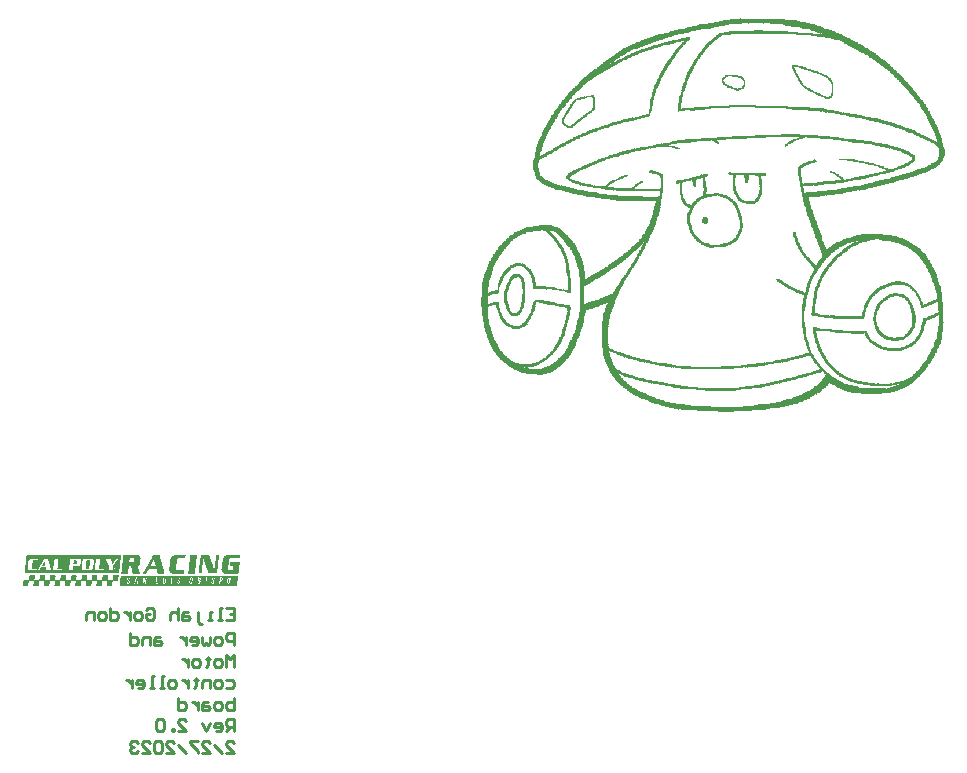
<source format=gbo>
G04*
G04 #@! TF.GenerationSoftware,Altium Limited,Altium Designer,22.10.1 (41)*
G04*
G04 Layer_Color=32896*
%FSLAX44Y44*%
%MOMM*%
G71*
G04*
G04 #@! TF.SameCoordinates,96092411-4BE1-4E5F-83DD-11E1D8B77A3F*
G04*
G04*
G04 #@! TF.FilePolarity,Positive*
G04*
G01*
G75*
%ADD14C,0.2540*%
G36*
X637459Y794494D02*
X667861D01*
Y794004D01*
X674726D01*
Y793514D01*
X681591D01*
Y793023D01*
X684533D01*
Y792533D01*
X686985D01*
Y792042D01*
X689928D01*
Y791552D01*
X691889D01*
Y791062D01*
X694341D01*
Y790572D01*
X695812D01*
Y790081D01*
X696302D01*
Y790572D01*
X696793D01*
Y790081D01*
X699244D01*
Y789591D01*
X700225D01*
Y789100D01*
X701206D01*
Y788610D01*
X702677D01*
Y788120D01*
X704638D01*
Y787629D01*
X705129D01*
Y787139D01*
X706600D01*
Y786649D01*
X707580D01*
Y786158D01*
X710032D01*
Y785668D01*
X710523D01*
Y786158D01*
X711013D01*
Y785668D01*
X711503D01*
Y785178D01*
X712974D01*
Y784687D01*
X713955D01*
Y784197D01*
X714936D01*
Y783706D01*
X716407D01*
Y783216D01*
X717878D01*
Y782726D01*
X718369D01*
Y782235D01*
X719839D01*
Y781745D01*
X721311D01*
Y781255D01*
X722291D01*
Y780764D01*
X723272D01*
Y780274D01*
X723762D01*
Y779783D01*
X725234D01*
Y779293D01*
X726705D01*
Y778803D01*
X727195D01*
Y778312D01*
X728666D01*
Y777822D01*
X729156D01*
Y777332D01*
X730137D01*
Y776841D01*
X731118D01*
Y776351D01*
X731608D01*
Y775861D01*
X732589D01*
Y775370D01*
X734060D01*
Y774880D01*
X734550D01*
Y774389D01*
X736021D01*
Y773899D01*
X736512D01*
Y773409D01*
X737002D01*
Y772918D01*
X738964D01*
Y772428D01*
X739454D01*
Y771938D01*
X740435D01*
Y771447D01*
X741415D01*
Y770957D01*
X741906D01*
Y770467D01*
X742396D01*
Y769976D01*
X743867D01*
Y769486D01*
X744358D01*
Y768996D01*
X744848D01*
Y768505D01*
X745338D01*
Y768015D01*
X746809D01*
Y767524D01*
X747300D01*
Y767034D01*
X747790D01*
Y766544D01*
X749261D01*
Y766053D01*
X749752D01*
Y765563D01*
X750732D01*
Y765073D01*
X751223D01*
Y764092D01*
X752694D01*
Y763602D01*
X753184D01*
Y763111D01*
X753674D01*
Y762621D01*
X754165D01*
Y762131D01*
X754655D01*
Y761640D01*
X755145D01*
Y761150D01*
X756126D01*
Y760659D01*
X756617D01*
Y760169D01*
X757107D01*
Y759679D01*
X758578D01*
Y759188D01*
X759068D01*
Y758698D01*
X760049D01*
Y758208D01*
X760539D01*
Y757717D01*
X761030D01*
Y757227D01*
X761520D01*
Y756737D01*
X762011D01*
Y756246D01*
X762501D01*
Y755756D01*
X762991D01*
Y755266D01*
X763482D01*
Y754285D01*
X764462D01*
Y753794D01*
X764953D01*
Y753304D01*
X765443D01*
Y752814D01*
X765934D01*
Y752323D01*
X766424D01*
Y751833D01*
X766914D01*
Y751343D01*
X767405D01*
Y750852D01*
X768385D01*
Y750362D01*
X768876D01*
Y749872D01*
X769366D01*
Y748891D01*
X769856D01*
Y748400D01*
X770837D01*
Y747910D01*
X771328D01*
Y747420D01*
X771818D01*
Y746439D01*
X772798D01*
Y745949D01*
X773289D01*
Y745458D01*
X773779D01*
Y744968D01*
X774270D01*
Y744477D01*
X774760D01*
Y743497D01*
X775250D01*
Y743006D01*
X775741D01*
Y742516D01*
X776231D01*
Y742026D01*
X776721D01*
Y741535D01*
X777212D01*
Y741045D01*
X777702D01*
Y740555D01*
X778193D01*
Y739574D01*
X778683D01*
Y739083D01*
X779664D01*
Y738593D01*
X780154D01*
Y738103D01*
X780644D01*
Y737122D01*
X781135D01*
Y736632D01*
X781625D01*
Y736141D01*
X782115D01*
Y735651D01*
X782606D01*
Y735161D01*
X783096D01*
Y734180D01*
X783587D01*
Y733690D01*
X784077D01*
Y733199D01*
X784567D01*
Y732709D01*
X785058D01*
Y732218D01*
X785548D01*
Y731238D01*
X786038D01*
Y730747D01*
X786529D01*
Y729767D01*
X787019D01*
Y729276D01*
X787509D01*
Y728296D01*
X788000D01*
Y727805D01*
X788490D01*
Y727315D01*
X788980D01*
Y726824D01*
X789471D01*
Y726334D01*
X789961D01*
Y725844D01*
X790452D01*
Y725353D01*
X790942D01*
Y724373D01*
X791923D01*
Y723392D01*
X792413D01*
Y722411D01*
X792903D01*
Y721921D01*
X793394D01*
Y721431D01*
X793884D01*
Y720940D01*
X794374D01*
Y720450D01*
X793884D01*
Y719959D01*
X794374D01*
Y718979D01*
X794865D01*
Y718488D01*
X795355D01*
Y717508D01*
X795845D01*
Y716527D01*
X796336D01*
Y716037D01*
X796826D01*
Y715056D01*
X797317D01*
Y714075D01*
X797807D01*
Y713585D01*
X798297D01*
Y713094D01*
X798788D01*
Y712604D01*
X798297D01*
Y712114D01*
X798788D01*
Y711623D01*
X799278D01*
Y710643D01*
X799768D01*
Y709662D01*
X800259D01*
Y708191D01*
X800749D01*
Y707700D01*
X801239D01*
Y706229D01*
X801730D01*
Y705739D01*
X802220D01*
Y704758D01*
X802711D01*
Y703777D01*
X803201D01*
Y702797D01*
X803691D01*
Y701326D01*
X804182D01*
Y700345D01*
X804672D01*
Y699364D01*
X805162D01*
Y697893D01*
X805653D01*
Y696422D01*
X806143D01*
Y694951D01*
X806634D01*
Y693480D01*
X807124D01*
Y692009D01*
X807614D01*
Y689557D01*
X808104D01*
Y687596D01*
X808595D01*
Y686124D01*
X809085D01*
Y684163D01*
X809576D01*
Y678279D01*
X809085D01*
Y676808D01*
X808595D01*
Y675337D01*
X808104D01*
Y674356D01*
X807614D01*
Y673375D01*
X807124D01*
Y672885D01*
X806634D01*
Y672394D01*
X806143D01*
Y671904D01*
X805653D01*
Y670923D01*
X804672D01*
Y670433D01*
X804182D01*
Y669943D01*
X803691D01*
Y669452D01*
X802711D01*
Y668962D01*
X802220D01*
Y668472D01*
X801730D01*
Y667981D01*
X800259D01*
Y667491D01*
X799768D01*
Y667001D01*
X799278D01*
Y666510D01*
X798788D01*
Y667001D01*
X798297D01*
Y666510D01*
X797807D01*
Y666020D01*
X797317D01*
Y665529D01*
X795845D01*
Y665039D01*
X794374D01*
Y664549D01*
X793394D01*
Y664058D01*
X791923D01*
Y663568D01*
X790452D01*
Y663078D01*
X788980D01*
Y662587D01*
X787509D01*
Y662097D01*
X786529D01*
Y661607D01*
X785058D01*
Y661116D01*
X783587D01*
Y660626D01*
X782115D01*
Y660135D01*
X780644D01*
Y659645D01*
X778683D01*
Y659155D01*
X777212D01*
Y658664D01*
X775250D01*
Y658174D01*
X773779D01*
Y657684D01*
X773289D01*
Y658174D01*
X772798D01*
Y657684D01*
X771328D01*
Y657193D01*
X769856D01*
Y656703D01*
X768385D01*
Y656212D01*
X766424D01*
Y655722D01*
X764953D01*
Y655232D01*
X762501D01*
Y654741D01*
X760539D01*
Y654251D01*
X759068D01*
Y653761D01*
X757597D01*
Y653270D01*
X757107D01*
Y653761D01*
X756126D01*
Y653270D01*
X754655D01*
Y652780D01*
X752203D01*
Y652290D01*
X750732D01*
Y651799D01*
X748771D01*
Y651309D01*
X746319D01*
Y650818D01*
X744358D01*
Y650328D01*
X742887D01*
Y649838D01*
X740435D01*
Y649348D01*
X737983D01*
Y648857D01*
X737002D01*
Y649348D01*
X736512D01*
Y648857D01*
X736021D01*
Y649348D01*
X735531D01*
Y648857D01*
X733570D01*
Y648367D01*
X731118D01*
Y647876D01*
X728666D01*
Y647386D01*
X725724D01*
Y646896D01*
X723272D01*
Y646405D01*
X720330D01*
Y645915D01*
X716407D01*
Y645425D01*
X712484D01*
Y644934D01*
X710032D01*
Y644444D01*
X709052D01*
Y644934D01*
X708561D01*
Y644444D01*
X703658D01*
Y643953D01*
X700225D01*
Y643463D01*
X694341D01*
Y641992D01*
X694831D01*
Y640031D01*
X695322D01*
Y638559D01*
X695812D01*
Y637088D01*
X696302D01*
Y635127D01*
X696793D01*
Y633656D01*
X697283D01*
Y632675D01*
X697773D01*
Y631204D01*
X698264D01*
Y629243D01*
X698754D01*
Y628262D01*
X699244D01*
Y626791D01*
X699735D01*
Y625810D01*
X700225D01*
Y624339D01*
X700715D01*
Y622868D01*
X701206D01*
Y620416D01*
X701696D01*
Y619926D01*
X702187D01*
Y618455D01*
X702677D01*
Y616984D01*
X703167D01*
Y615513D01*
X703658D01*
Y614041D01*
X704148D01*
Y613061D01*
X704638D01*
Y612570D01*
X705129D01*
Y611099D01*
X705619D01*
Y609138D01*
X706109D01*
Y606686D01*
X706600D01*
Y605705D01*
X707090D01*
Y604234D01*
X707580D01*
Y603254D01*
X708071D01*
Y601292D01*
X708561D01*
Y600802D01*
X709052D01*
Y599331D01*
X710032D01*
Y599821D01*
X710523D01*
Y600311D01*
X711994D01*
Y600802D01*
X712484D01*
Y601292D01*
X712974D01*
Y601782D01*
X713465D01*
Y602273D01*
X713955D01*
Y602763D01*
X714936D01*
Y603254D01*
X715426D01*
Y603744D01*
X716897D01*
Y604234D01*
X717388D01*
Y604725D01*
X717878D01*
Y605215D01*
X718369D01*
Y604725D01*
X718859D01*
Y605215D01*
X719349D01*
Y605705D01*
X720820D01*
Y606196D01*
X721311D01*
Y606686D01*
X722782D01*
Y607176D01*
X723762D01*
Y607667D01*
X725234D01*
Y608157D01*
X725724D01*
Y608647D01*
X727195D01*
Y609138D01*
X730137D01*
Y609628D01*
X731608D01*
Y610119D01*
X733079D01*
Y610609D01*
X734550D01*
Y611099D01*
X736512D01*
Y611590D01*
X738964D01*
Y612080D01*
X742887D01*
Y612570D01*
X753184D01*
Y612080D01*
X757107D01*
Y611590D01*
X761030D01*
Y611099D01*
X764953D01*
Y610609D01*
X767405D01*
Y610119D01*
X769366D01*
Y609628D01*
X771328D01*
Y609138D01*
X772798D01*
Y608647D01*
X774270D01*
Y608157D01*
X775250D01*
Y607667D01*
X776231D01*
Y607176D01*
X777702D01*
Y606686D01*
X778193D01*
Y606196D01*
X779173D01*
Y605705D01*
X779664D01*
Y605215D01*
X780644D01*
Y604725D01*
X781625D01*
Y604234D01*
X782115D01*
Y603744D01*
X782606D01*
Y603254D01*
X784077D01*
Y602763D01*
X784567D01*
Y602273D01*
X785548D01*
Y601782D01*
X786038D01*
Y601292D01*
X786529D01*
Y600802D01*
X787019D01*
Y600311D01*
X788490D01*
Y599821D01*
X788980D01*
Y599331D01*
X789471D01*
Y598350D01*
X789961D01*
Y597859D01*
X790452D01*
Y597369D01*
X790942D01*
Y596879D01*
X791432D01*
Y596389D01*
X792413D01*
Y595898D01*
X792903D01*
Y594917D01*
X793394D01*
Y594427D01*
X793884D01*
Y593937D01*
X794374D01*
Y592466D01*
X794865D01*
Y591975D01*
X795355D01*
Y590994D01*
X795845D01*
Y590504D01*
X796336D01*
Y590014D01*
X796826D01*
Y589523D01*
X797317D01*
Y588052D01*
X797807D01*
Y587562D01*
X798297D01*
Y586581D01*
X798788D01*
Y585110D01*
X799278D01*
Y584129D01*
X799768D01*
Y583639D01*
X800259D01*
Y582658D01*
X800749D01*
Y581678D01*
X801239D01*
Y581187D01*
X801730D01*
Y579716D01*
X802220D01*
Y578245D01*
X802711D01*
Y576284D01*
X803201D01*
Y574813D01*
X803691D01*
Y573341D01*
X804182D01*
Y571870D01*
X804672D01*
Y570399D01*
X805162D01*
Y568928D01*
X805653D01*
Y567948D01*
X806143D01*
Y565496D01*
X806634D01*
Y563044D01*
X807124D01*
Y559121D01*
X807614D01*
Y557650D01*
X807124D01*
Y557160D01*
X807614D01*
Y554217D01*
X808104D01*
Y548823D01*
X808595D01*
Y537545D01*
X809085D01*
Y537055D01*
X808595D01*
Y531661D01*
X808104D01*
Y529209D01*
X807614D01*
Y526267D01*
X807124D01*
Y522834D01*
X806634D01*
Y521363D01*
X806143D01*
Y518911D01*
X805653D01*
Y517931D01*
X805162D01*
Y517440D01*
X804672D01*
Y515969D01*
X804182D01*
Y515479D01*
X803691D01*
Y514498D01*
X803201D01*
Y514008D01*
X802711D01*
Y511556D01*
X802220D01*
Y511066D01*
X801730D01*
Y509594D01*
X801239D01*
Y509104D01*
X800749D01*
Y507633D01*
X800259D01*
Y507143D01*
X799768D01*
Y506652D01*
X799278D01*
Y505672D01*
X798788D01*
Y504691D01*
X798297D01*
Y503710D01*
X797807D01*
Y503220D01*
X797317D01*
Y502729D01*
X796826D01*
Y502239D01*
X796336D01*
Y501749D01*
X795845D01*
Y500278D01*
X795355D01*
Y499787D01*
X794865D01*
Y499297D01*
X794374D01*
Y498807D01*
X793884D01*
Y497336D01*
X793394D01*
Y496845D01*
X792903D01*
Y496355D01*
X792413D01*
Y495864D01*
X791923D01*
Y495374D01*
X791432D01*
Y494884D01*
X790942D01*
Y494393D01*
X790452D01*
Y493903D01*
X789961D01*
Y493413D01*
X789471D01*
Y492432D01*
X788980D01*
Y491941D01*
X788490D01*
Y491451D01*
X788000D01*
Y490961D01*
X787019D01*
Y490471D01*
X786529D01*
Y489980D01*
X786038D01*
Y489490D01*
X785548D01*
Y488999D01*
X785058D01*
Y488509D01*
X784567D01*
Y488019D01*
X784077D01*
Y487528D01*
X783587D01*
Y487038D01*
X783096D01*
Y486548D01*
X782606D01*
Y486057D01*
X782115D01*
Y485567D01*
X781135D01*
Y485076D01*
X780644D01*
Y484586D01*
X780154D01*
Y484096D01*
X779173D01*
Y483605D01*
X778193D01*
Y483115D01*
X777702D01*
Y482625D01*
X776231D01*
Y482134D01*
X775741D01*
Y481644D01*
X774270D01*
Y481154D01*
X773289D01*
Y480663D01*
X771818D01*
Y480173D01*
X770347D01*
Y479683D01*
X768876D01*
Y479192D01*
X767405D01*
Y478702D01*
X765443D01*
Y478211D01*
X763972D01*
Y477721D01*
X761030D01*
Y477231D01*
X756617D01*
Y476740D01*
X756126D01*
Y477231D01*
X755636D01*
Y476740D01*
X739944D01*
Y477231D01*
X739454D01*
Y476740D01*
X738964D01*
Y477231D01*
X733570D01*
Y477721D01*
X730628D01*
Y478211D01*
X728176D01*
Y478702D01*
X726705D01*
Y479192D01*
X725724D01*
Y479683D01*
X724253D01*
Y480173D01*
X722782D01*
Y480663D01*
X721801D01*
Y481154D01*
X720820D01*
Y481644D01*
X719839D01*
Y482134D01*
X718859D01*
Y482625D01*
X717878D01*
Y483115D01*
X717388D01*
Y483605D01*
X716407D01*
Y484096D01*
X715426D01*
Y484586D01*
X713955D01*
Y485076D01*
X713465D01*
Y485567D01*
X712484D01*
Y486057D01*
X711503D01*
Y485567D01*
X711013D01*
Y485076D01*
X710523D01*
Y484586D01*
X710032D01*
Y484096D01*
X710523D01*
Y483605D01*
X710032D01*
Y483115D01*
X709052D01*
Y482134D01*
X708561D01*
Y481644D01*
X707090D01*
Y481154D01*
X706600D01*
Y480663D01*
X706109D01*
Y480173D01*
X705619D01*
Y479683D01*
X705129D01*
Y479192D01*
X704638D01*
Y478702D01*
X704148D01*
Y478211D01*
X703658D01*
Y477721D01*
X703167D01*
Y477231D01*
X701696D01*
Y476740D01*
X701206D01*
Y476250D01*
X700715D01*
Y476740D01*
X700225D01*
Y476250D01*
X699735D01*
Y475760D01*
X699244D01*
Y475269D01*
X697773D01*
Y474779D01*
X697283D01*
Y474288D01*
X696793D01*
Y473798D01*
X695812D01*
Y473308D01*
X695322D01*
Y472817D01*
X694831D01*
Y472327D01*
X694341D01*
Y472817D01*
X693850D01*
Y472327D01*
X693360D01*
Y471837D01*
X691889D01*
Y471346D01*
X690418D01*
Y470856D01*
X689928D01*
Y470366D01*
X688456D01*
Y469875D01*
X686495D01*
Y469385D01*
X686005D01*
Y468895D01*
X685514D01*
Y468404D01*
X683063D01*
Y467914D01*
X681101D01*
Y467424D01*
X677669D01*
Y466933D01*
X676197D01*
Y466443D01*
X674236D01*
Y465952D01*
X671784D01*
Y465462D01*
X669823D01*
Y464972D01*
X665409D01*
Y464481D01*
X661487D01*
Y463991D01*
X658054D01*
Y463501D01*
X655112D01*
Y463991D01*
X654622D01*
Y463501D01*
X650699D01*
Y463010D01*
X646776D01*
Y462520D01*
X643834D01*
Y462029D01*
X631575D01*
Y461539D01*
X617354D01*
Y462029D01*
X609508D01*
Y462520D01*
X600191D01*
Y463010D01*
X590875D01*
Y463501D01*
X585971D01*
Y463991D01*
X584500D01*
Y463501D01*
X583519D01*
Y463991D01*
X580087D01*
Y464481D01*
X578125D01*
Y464972D01*
X576164D01*
Y465462D01*
X573712D01*
Y465952D01*
X573222D01*
Y466443D01*
X571260D01*
Y466933D01*
X569299D01*
Y467424D01*
X567828D01*
Y467914D01*
X564885D01*
Y468404D01*
X563414D01*
Y468895D01*
X561943D01*
Y469385D01*
X560962D01*
Y469875D01*
X559492D01*
Y470366D01*
X559001D01*
Y470856D01*
X558020D01*
Y471346D01*
X556059D01*
Y471837D01*
X555569D01*
Y472327D01*
X554098D01*
Y472817D01*
X552626D01*
Y473308D01*
X551155D01*
Y473798D01*
X550665D01*
Y474288D01*
X550175D01*
Y474779D01*
X548703D01*
Y475269D01*
X547723D01*
Y475760D01*
X546742D01*
Y476250D01*
X545761D01*
Y476740D01*
X545271D01*
Y477231D01*
X544290D01*
Y477721D01*
X543310D01*
Y478211D01*
X542819D01*
Y478702D01*
X542329D01*
Y479192D01*
X541838D01*
Y479683D01*
X540858D01*
Y480173D01*
X540367D01*
Y480663D01*
X539387D01*
Y481154D01*
X538896D01*
Y481644D01*
X537916D01*
Y482134D01*
X537425D01*
Y482625D01*
X536935D01*
Y483115D01*
X535954D01*
Y483605D01*
X535464D01*
Y484096D01*
X534973D01*
Y484586D01*
X534483D01*
Y485076D01*
X533993D01*
Y485567D01*
X533502D01*
Y486057D01*
X533012D01*
Y486548D01*
X532522D01*
Y487038D01*
X532031D01*
Y487528D01*
X531541D01*
Y488509D01*
X531050D01*
Y488999D01*
X530560D01*
Y489490D01*
X530070D01*
Y489980D01*
X529579D01*
Y490961D01*
X529089D01*
Y491451D01*
X528599D01*
Y491941D01*
X528108D01*
Y493413D01*
X527618D01*
Y493903D01*
X527128D01*
Y494393D01*
X526637D01*
Y495374D01*
X526147D01*
Y496355D01*
X525657D01*
Y497826D01*
X525166D01*
Y498807D01*
X524676D01*
Y499787D01*
X524185D01*
Y500768D01*
X523695D01*
Y502239D01*
X523205D01*
Y503220D01*
X522714D01*
Y504201D01*
X522224D01*
Y505672D01*
X521734D01*
Y506652D01*
X521243D01*
Y508614D01*
X520753D01*
Y510575D01*
X520263D01*
Y511066D01*
X520753D01*
Y512046D01*
X520263D01*
Y515479D01*
X519772D01*
Y520382D01*
X519282D01*
Y535584D01*
X519772D01*
Y538526D01*
X520263D01*
Y540978D01*
X520753D01*
Y544901D01*
X521243D01*
Y546372D01*
X521734D01*
Y547352D01*
X522224D01*
Y549804D01*
X522714D01*
Y551275D01*
X523205D01*
Y551766D01*
X523695D01*
Y552746D01*
X524185D01*
Y553727D01*
X522714D01*
Y553237D01*
X521243D01*
Y552746D01*
X520753D01*
Y552256D01*
X519282D01*
Y551766D01*
X517811D01*
Y551275D01*
X516830D01*
Y550785D01*
X515359D01*
Y550294D01*
X513888D01*
Y549804D01*
X513397D01*
Y549314D01*
X511926D01*
Y548823D01*
X509965D01*
Y548333D01*
X508494D01*
Y547843D01*
X507023D01*
Y547352D01*
X506533D01*
Y547843D01*
X506042D01*
Y547352D01*
X505552D01*
Y545391D01*
X505061D01*
Y542939D01*
X504571D01*
Y539997D01*
X504081D01*
Y537055D01*
X503590D01*
Y535584D01*
X503100D01*
Y533132D01*
X502610D01*
Y531661D01*
X502119D01*
Y530680D01*
X501629D01*
Y529209D01*
X501138D01*
Y527738D01*
X500648D01*
Y526267D01*
X500158D01*
Y524796D01*
X499667D01*
Y523815D01*
X499177D01*
Y523325D01*
X498687D01*
Y521854D01*
X498196D01*
Y520382D01*
X497706D01*
Y519892D01*
X497216D01*
Y517440D01*
X496725D01*
Y516460D01*
X496235D01*
Y515969D01*
X495745D01*
Y514498D01*
X495254D01*
Y514008D01*
X494764D01*
Y513517D01*
X494273D01*
Y512046D01*
X493783D01*
Y511556D01*
X493293D01*
Y510085D01*
X492802D01*
Y509594D01*
X492312D01*
Y509104D01*
X491822D01*
Y507633D01*
X491331D01*
Y507143D01*
X490350D01*
Y506162D01*
X489370D01*
Y505181D01*
X488880D01*
Y504691D01*
X488389D01*
Y504201D01*
X487899D01*
Y503710D01*
X487408D01*
Y503220D01*
X486918D01*
Y502729D01*
X486428D01*
Y502239D01*
X485447D01*
Y501258D01*
X484466D01*
Y500278D01*
X483976D01*
Y499787D01*
X483485D01*
Y499297D01*
X482014D01*
Y498807D01*
X481524D01*
Y498316D01*
X481034D01*
Y497826D01*
X480543D01*
Y497336D01*
X480053D01*
Y496845D01*
X478582D01*
Y496355D01*
X478092D01*
Y495864D01*
X477601D01*
Y495374D01*
X476130D01*
Y494884D01*
X475640D01*
Y494393D01*
X475149D01*
Y494884D01*
X474659D01*
Y494393D01*
X473188D01*
Y493903D01*
X472207D01*
Y493413D01*
X469755D01*
Y492922D01*
X464852D01*
Y493413D01*
X458967D01*
Y493903D01*
X455045D01*
Y494393D01*
X452593D01*
Y494884D01*
X450631D01*
Y495374D01*
X449160D01*
Y495864D01*
X447689D01*
Y496355D01*
X447199D01*
Y496845D01*
X445728D01*
Y497336D01*
X445237D01*
Y497826D01*
X444257D01*
Y498316D01*
X443766D01*
Y498807D01*
X442785D01*
Y499297D01*
X442295D01*
Y499787D01*
X440824D01*
Y500278D01*
X440334D01*
Y500768D01*
X439843D01*
Y501258D01*
X439353D01*
Y501749D01*
X438372D01*
Y502239D01*
X437882D01*
Y502729D01*
X437392D01*
Y503220D01*
X436901D01*
Y503710D01*
X435920D01*
Y504201D01*
X435430D01*
Y504691D01*
X434449D01*
Y505181D01*
X433959D01*
Y505672D01*
X433469D01*
Y506652D01*
X432978D01*
Y507143D01*
X432488D01*
Y507633D01*
X431998D01*
Y508124D01*
X431507D01*
Y508614D01*
X431017D01*
Y509104D01*
X430527D01*
Y510085D01*
X430036D01*
Y510575D01*
X429546D01*
Y511066D01*
X429055D01*
Y511556D01*
X428565D01*
Y512046D01*
X428075D01*
Y513027D01*
X427584D01*
Y514498D01*
X427094D01*
Y514989D01*
X426604D01*
Y515479D01*
X426113D01*
Y516460D01*
X425623D01*
Y517440D01*
X425132D01*
Y518421D01*
X424642D01*
Y519892D01*
X424152D01*
Y520873D01*
X423661D01*
Y522834D01*
X423171D01*
Y523815D01*
X422681D01*
Y524305D01*
X422190D01*
Y525776D01*
X421700D01*
Y527248D01*
X421210D01*
Y529209D01*
X420719D01*
Y530680D01*
X420229D01*
Y532641D01*
X419739D01*
Y535093D01*
X419248D01*
Y538036D01*
X418758D01*
Y542449D01*
X418268D01*
Y545881D01*
X417777D01*
Y550294D01*
X417287D01*
Y558631D01*
X417777D01*
Y565005D01*
X418268D01*
Y571380D01*
X418758D01*
Y575303D01*
X419248D01*
Y577264D01*
X419739D01*
Y578245D01*
X420229D01*
Y579716D01*
X420719D01*
Y580206D01*
X421210D01*
Y581678D01*
X421700D01*
Y583149D01*
X422190D01*
Y584620D01*
X422681D01*
Y585601D01*
X423171D01*
Y587072D01*
X423661D01*
Y588543D01*
X424152D01*
Y589033D01*
X424642D01*
Y589523D01*
X425132D01*
Y590994D01*
X425623D01*
Y591485D01*
X426113D01*
Y592466D01*
X426604D01*
Y592956D01*
X427094D01*
Y593937D01*
Y594427D01*
X427584D01*
Y594917D01*
X428075D01*
Y595408D01*
X428565D01*
Y596879D01*
X429055D01*
Y597369D01*
X429546D01*
Y597859D01*
X430036D01*
Y598350D01*
X430527D01*
Y598840D01*
X431017D01*
Y599331D01*
X431507D01*
Y600802D01*
X431998D01*
Y601292D01*
X432488D01*
Y601782D01*
X432978D01*
Y602273D01*
X433469D01*
Y602763D01*
X433959D01*
Y603254D01*
X434449D01*
Y603744D01*
X434940D01*
Y604234D01*
X435430D01*
Y604725D01*
X435920D01*
Y605215D01*
X436411D01*
Y605705D01*
X436901D01*
Y606196D01*
X437392D01*
Y606686D01*
X437882D01*
Y607176D01*
X438372D01*
Y607667D01*
X438863D01*
Y608157D01*
X439353D01*
Y608647D01*
X439843D01*
Y609138D01*
X440334D01*
Y609628D01*
X440824D01*
Y610119D01*
X441314D01*
Y610609D01*
X441805D01*
Y611099D01*
X442295D01*
Y611590D01*
X443766D01*
Y612080D01*
X444257D01*
Y612570D01*
X444747D01*
Y613061D01*
X445237D01*
Y613551D01*
X446708D01*
Y614041D01*
X447199D01*
Y614532D01*
X448670D01*
Y615022D01*
X449651D01*
Y615513D01*
X450141D01*
Y616003D01*
X451612D01*
Y616493D01*
X453083D01*
Y616984D01*
X453573D01*
Y617474D01*
X455045D01*
Y617964D01*
X457006D01*
Y618455D01*
X457496D01*
Y617964D01*
X457987D01*
Y618455D01*
X458477D01*
Y617964D01*
X458967D01*
Y618455D01*
X461419D01*
Y618945D01*
X466323D01*
Y619435D01*
X477111D01*
Y618945D01*
X478582D01*
Y618455D01*
X480053D01*
Y617964D01*
X482014D01*
Y617474D01*
X482505D01*
Y616984D01*
X483976D01*
Y616493D01*
X484466D01*
Y616003D01*
X484957D01*
Y615513D01*
X485447D01*
Y615022D01*
X485937D01*
Y614532D01*
X486428D01*
Y614041D01*
X486918D01*
Y613551D01*
X487408D01*
Y613061D01*
X488389D01*
Y612570D01*
X488880D01*
Y612080D01*
X489370D01*
Y611590D01*
X489860D01*
Y611099D01*
X490350D01*
Y610119D01*
X490841D01*
Y609628D01*
X491331D01*
Y609138D01*
X491822D01*
Y608647D01*
X492802D01*
Y607667D01*
X493293D01*
Y607176D01*
X494273D01*
Y606196D01*
X494764D01*
Y605705D01*
X495254D01*
Y604725D01*
X495745D01*
Y604234D01*
X496235D01*
Y603744D01*
X496725D01*
Y602763D01*
X497216D01*
Y601782D01*
X497706D01*
Y601292D01*
X498196D01*
Y600311D01*
X498687D01*
Y599821D01*
X498196D01*
Y599331D01*
X498687D01*
Y598840D01*
X499177D01*
Y597369D01*
X499667D01*
Y596879D01*
X500158D01*
Y596389D01*
X500648D01*
Y594917D01*
X501138D01*
Y593937D01*
X501629D01*
Y592956D01*
X502119D01*
Y591485D01*
X502610D01*
Y589523D01*
X503100D01*
Y588052D01*
X503590D01*
Y586091D01*
X504081D01*
Y584129D01*
X504571D01*
Y580697D01*
X505061D01*
Y574322D01*
X506533D01*
Y574813D01*
X507023D01*
Y575303D01*
X507513D01*
Y575793D01*
X508984D01*
Y576284D01*
X509475D01*
Y576774D01*
X509965D01*
Y577264D01*
X511436D01*
Y577755D01*
X511926D01*
Y578245D01*
X512417D01*
Y578736D01*
X513888D01*
Y579226D01*
X514869D01*
Y579716D01*
X515359D01*
Y580206D01*
X516830D01*
Y580697D01*
X517320D01*
Y581187D01*
X517811D01*
Y581678D01*
X519282D01*
Y582168D01*
X519772D01*
Y582658D01*
X520263D01*
Y583149D01*
X520753D01*
Y582658D01*
X521243D01*
Y583149D01*
X521734D01*
Y583639D01*
X522224D01*
Y584129D01*
X523695D01*
Y584620D01*
X524185D01*
Y585110D01*
X524676D01*
Y585601D01*
X525166D01*
Y586091D01*
X525657D01*
Y586581D01*
X526147D01*
Y587072D01*
X527128D01*
Y587562D01*
X527618D01*
Y588052D01*
X528108D01*
Y588543D01*
X529579D01*
Y589033D01*
X530070D01*
Y589523D01*
X530560D01*
Y590014D01*
X531050D01*
Y590504D01*
X532522D01*
Y590994D01*
X533012D01*
Y591485D01*
X533502D01*
Y591975D01*
X533993D01*
Y592466D01*
X535464D01*
Y592956D01*
X535954D01*
Y593446D01*
X536445D01*
Y593937D01*
X536935D01*
Y594427D01*
X537425D01*
Y594917D01*
X537916D01*
Y595408D01*
X538406D01*
Y595898D01*
X538896D01*
Y596389D01*
X539387D01*
Y596879D01*
X539877D01*
Y597369D01*
X541348D01*
Y597859D01*
X541838D01*
Y598350D01*
X542329D01*
Y598840D01*
X542819D01*
Y599331D01*
X543310D01*
Y599821D01*
X543800D01*
Y600311D01*
X544290D01*
Y600802D01*
X544781D01*
Y601292D01*
X545271D01*
Y601782D01*
X546742D01*
Y602763D01*
X547232D01*
Y603254D01*
X547723D01*
Y603744D01*
X548213D01*
Y604234D01*
X548703D01*
Y604725D01*
X549194D01*
Y605215D01*
X549684D01*
Y605705D01*
X550665D01*
Y607176D01*
X551155D01*
Y607667D01*
X551646D01*
Y608157D01*
X552136D01*
Y608647D01*
X552626D01*
Y609138D01*
X553117D01*
Y609628D01*
X553607D01*
Y611099D01*
X554098D01*
Y611590D01*
X554588D01*
Y612080D01*
X555078D01*
Y612570D01*
X555569D01*
Y614041D01*
X556059D01*
Y614532D01*
X556549D01*
Y616003D01*
X557040D01*
Y616493D01*
X557530D01*
Y617964D01*
X558020D01*
Y618455D01*
X558511D01*
Y618945D01*
X559001D01*
Y619926D01*
X559492D01*
Y620416D01*
X559982D01*
Y622378D01*
X560472D01*
Y624339D01*
X560962D01*
Y625810D01*
X561453D01*
Y626791D01*
X561943D01*
Y628262D01*
X562434D01*
Y630714D01*
X562924D01*
Y632185D01*
X563414D01*
Y634146D01*
X563905D01*
Y635617D01*
X564395D01*
Y638559D01*
X564885D01*
Y640031D01*
X552136D01*
Y640521D01*
X539387D01*
Y640031D01*
X538406D01*
Y640521D01*
X531050D01*
Y641011D01*
X526637D01*
Y641502D01*
X522224D01*
Y641992D01*
X518792D01*
Y642482D01*
X515849D01*
Y642973D01*
X513397D01*
Y643463D01*
X509475D01*
Y643953D01*
X506042D01*
Y644444D01*
X504571D01*
Y644934D01*
X504081D01*
Y644444D01*
X503100D01*
Y644934D01*
X500648D01*
Y645425D01*
X498687D01*
Y645915D01*
X496235D01*
Y646405D01*
X494273D01*
Y646896D01*
X491822D01*
Y647386D01*
X490350D01*
Y647876D01*
X488389D01*
Y648367D01*
X486918D01*
Y648857D01*
X485447D01*
Y649348D01*
X484957D01*
Y648857D01*
X484466D01*
Y649348D01*
X482014D01*
Y649838D01*
X480053D01*
Y650328D01*
X479072D01*
Y650818D01*
X477111D01*
Y651309D01*
X476130D01*
Y651799D01*
X475640D01*
Y652290D01*
X474169D01*
Y652780D01*
X473188D01*
Y653270D01*
X472207D01*
Y653761D01*
X470246D01*
Y654251D01*
X469265D01*
Y654741D01*
X468775D01*
Y655232D01*
X468284D01*
Y655722D01*
X467794D01*
Y656212D01*
X467304D01*
Y656703D01*
X466323D01*
Y657193D01*
X465832D01*
Y657684D01*
X465342D01*
Y658174D01*
X464852D01*
Y658664D01*
X464361D01*
Y659155D01*
X463871D01*
Y659645D01*
X463381D01*
Y661116D01*
X462890D01*
Y662587D01*
X462400D01*
Y665039D01*
X461910D01*
Y666020D01*
X461419D01*
Y671414D01*
X460929D01*
Y672394D01*
X461419D01*
Y674846D01*
X461910D01*
Y676808D01*
X462400D01*
Y679259D01*
X462890D01*
Y681711D01*
X463381D01*
Y682202D01*
X462890D01*
Y682692D01*
X463381D01*
Y685634D01*
X463871D01*
Y686124D01*
X464361D01*
Y687596D01*
X464852D01*
Y688576D01*
X465342D01*
Y690538D01*
X465832D01*
Y691028D01*
X466323D01*
Y692499D01*
X466813D01*
Y692990D01*
X467304D01*
Y694461D01*
X467794D01*
Y695441D01*
X468284D01*
Y696913D01*
X468775D01*
Y698384D01*
X469265D01*
Y698874D01*
X469755D01*
Y700345D01*
X470246D01*
Y700835D01*
X470736D01*
Y702307D01*
X471227D01*
Y702797D01*
X471717D01*
Y703777D01*
X472207D01*
Y704758D01*
X472697D01*
Y705249D01*
X473188D01*
Y706229D01*
X473678D01*
Y706720D01*
X474169D01*
Y708191D01*
X474659D01*
Y708681D01*
X475149D01*
Y709172D01*
X475640D01*
Y710643D01*
X476130D01*
Y711133D01*
X476620D01*
Y712604D01*
X477111D01*
Y713094D01*
X477601D01*
Y713585D01*
X478092D01*
Y714075D01*
X478582D01*
Y715546D01*
X479072D01*
Y716037D01*
X479563D01*
Y716527D01*
X480053D01*
Y717508D01*
X480543D01*
Y717998D01*
X481034D01*
Y718488D01*
X481524D01*
Y718979D01*
X482014D01*
Y720450D01*
X482505D01*
Y720940D01*
X482995D01*
Y721431D01*
X483485D01*
Y721921D01*
X483976D01*
Y722411D01*
X484466D01*
Y722902D01*
X484957D01*
Y724373D01*
X485447D01*
Y724863D01*
X485937D01*
Y725353D01*
X486428D01*
Y725844D01*
X486918D01*
Y726334D01*
X487408D01*
Y726824D01*
X487899D01*
Y727315D01*
X488389D01*
Y727805D01*
X488880D01*
Y728296D01*
X489370D01*
Y728786D01*
X489860D01*
Y730257D01*
X490350D01*
Y730747D01*
X490841D01*
Y731238D01*
X491331D01*
Y731728D01*
X491822D01*
Y732218D01*
X492312D01*
Y732709D01*
X492802D01*
Y733199D01*
X493293D01*
Y733690D01*
X493783D01*
Y734180D01*
X494273D01*
Y734670D01*
X494764D01*
Y735161D01*
X495254D01*
Y735651D01*
X495745D01*
Y736141D01*
X496235D01*
Y736632D01*
X496725D01*
Y737122D01*
X497216D01*
Y737613D01*
X498196D01*
Y738103D01*
X498687D01*
Y738593D01*
X499177D01*
Y739083D01*
X499667D01*
Y740555D01*
X500158D01*
Y741045D01*
X500648D01*
Y741535D01*
X501138D01*
Y742026D01*
X501629D01*
Y742516D01*
X502119D01*
Y743006D01*
X502610D01*
Y743497D01*
X503100D01*
Y743987D01*
X504081D01*
Y744477D01*
X504571D01*
Y744968D01*
X505061D01*
Y745458D01*
X505552D01*
Y745949D01*
X506533D01*
Y746439D01*
X507023D01*
Y746929D01*
X507513D01*
Y747420D01*
X508004D01*
Y747910D01*
X508494D01*
Y748400D01*
X508984D01*
Y748891D01*
X509475D01*
Y749381D01*
X510946D01*
Y749872D01*
X511436D01*
Y750362D01*
X511926D01*
Y750852D01*
X512417D01*
Y751343D01*
X512907D01*
Y751833D01*
X514378D01*
Y752323D01*
X514869D01*
Y752814D01*
X515359D01*
Y753304D01*
X515849D01*
Y753794D01*
X516830D01*
Y754285D01*
X517320D01*
Y754775D01*
X517811D01*
Y755266D01*
X518301D01*
Y755756D01*
X519282D01*
Y756246D01*
X520263D01*
Y757227D01*
X520753D01*
Y757717D01*
X521243D01*
Y758208D01*
X521734D01*
Y758698D01*
X522714D01*
Y759188D01*
X523695D01*
Y759679D01*
X524185D01*
Y760169D01*
X524676D01*
Y760659D01*
X525166D01*
Y761150D01*
X526637D01*
Y761640D01*
X527128D01*
Y762131D01*
X527618D01*
Y762621D01*
X528108D01*
Y763111D01*
X529579D01*
Y763602D01*
X530070D01*
Y764092D01*
X530560D01*
Y764582D01*
X531050D01*
Y765073D01*
X532522D01*
Y765563D01*
X533012D01*
Y766053D01*
X533502D01*
Y766544D01*
X533993D01*
Y767034D01*
X534973D01*
Y767524D01*
X535464D01*
Y768015D01*
X536445D01*
Y768505D01*
X536935D01*
Y768996D01*
X537425D01*
Y769486D01*
X538896D01*
Y769976D01*
X539387D01*
Y770467D01*
X540858D01*
Y770957D01*
X541348D01*
Y771447D01*
X542819D01*
Y771938D01*
X543310D01*
Y772428D01*
X544781D01*
Y772918D01*
X546252D01*
Y773409D01*
X547232D01*
Y773899D01*
X548213D01*
Y774389D01*
X549684D01*
Y774880D01*
X551646D01*
Y775370D01*
X552136D01*
Y775861D01*
X552626D01*
Y776351D01*
X553607D01*
Y776841D01*
X555078D01*
Y777332D01*
X555569D01*
Y776841D01*
X556059D01*
Y777332D01*
X557530D01*
Y777822D01*
X559001D01*
Y778312D01*
X559982D01*
Y778803D01*
X561453D01*
Y779293D01*
X562924D01*
Y779783D01*
X564395D01*
Y780274D01*
X565376D01*
Y780764D01*
X566847D01*
Y781255D01*
X569299D01*
Y781745D01*
X569789D01*
Y781255D01*
X570279D01*
Y781745D01*
X572241D01*
Y782235D01*
X573712D01*
Y782726D01*
X576164D01*
Y783216D01*
X577145D01*
Y783706D01*
X578615D01*
Y784197D01*
X580087D01*
Y784687D01*
X581558D01*
Y785178D01*
X584010D01*
Y785668D01*
X585481D01*
Y786158D01*
X586461D01*
Y785668D01*
X586952D01*
Y786158D01*
X589403D01*
Y786649D01*
X591365D01*
Y787139D01*
X592836D01*
Y787629D01*
X595288D01*
Y788120D01*
X597249D01*
Y788610D01*
X599701D01*
Y789100D01*
X601662D01*
Y789591D01*
X605095D01*
Y790081D01*
X608037D01*
Y790572D01*
X608528D01*
Y790081D01*
X609018D01*
Y790572D01*
X611960D01*
Y791062D01*
X614412D01*
Y791552D01*
X616864D01*
Y792042D01*
X618825D01*
Y792533D01*
X622258D01*
Y793023D01*
X625200D01*
Y793514D01*
X628142D01*
Y794004D01*
X635007D01*
Y794494D01*
X636478D01*
Y794985D01*
X637459D01*
Y794494D01*
D02*
G37*
G36*
X195204Y338688D02*
X194951D01*
Y336667D01*
X194825D01*
Y336161D01*
X194699D01*
Y335656D01*
X194572D01*
Y333508D01*
X194320D01*
Y331486D01*
X194193D01*
Y330854D01*
X193941D01*
Y328327D01*
X193688D01*
Y326685D01*
X193562D01*
Y325421D01*
X193309D01*
Y324790D01*
X186486D01*
Y324916D01*
X186107D01*
Y325548D01*
X185854D01*
Y326306D01*
X185728D01*
Y326558D01*
X185475D01*
Y327569D01*
X185222D01*
Y327948D01*
X185096D01*
Y328580D01*
X184843D01*
Y329212D01*
X184591D01*
Y329591D01*
X184464D01*
Y330223D01*
X184212D01*
Y331107D01*
X184085D01*
Y331233D01*
X183832D01*
Y332244D01*
X183580D01*
Y332750D01*
X183454D01*
Y333129D01*
X183201D01*
Y334140D01*
X182948D01*
Y334392D01*
X182822D01*
Y334898D01*
Y335024D01*
X182569D01*
Y336035D01*
X182316D01*
Y336288D01*
X182190D01*
Y337046D01*
X181937D01*
Y336414D01*
X181811D01*
Y335782D01*
X181558D01*
Y333129D01*
X181306D01*
Y331865D01*
X181179D01*
Y330602D01*
X180926D01*
Y328201D01*
X180800D01*
Y327948D01*
X180674D01*
Y327317D01*
X180547D01*
Y325295D01*
X180295D01*
Y324916D01*
X180168D01*
Y324790D01*
X178020D01*
Y326558D01*
X178273D01*
Y328833D01*
X178399D01*
Y329465D01*
X178526D01*
Y329591D01*
X178652D01*
Y332118D01*
X178905D01*
Y333508D01*
X179031D01*
Y334645D01*
X179284D01*
Y337298D01*
X179536D01*
Y338309D01*
X179663D01*
Y339952D01*
X179916D01*
Y340331D01*
X186739D01*
Y340205D01*
X187118D01*
Y339320D01*
X187370D01*
Y338941D01*
X187497D01*
Y338436D01*
X187749D01*
Y337677D01*
X187876D01*
Y337425D01*
X188002D01*
Y337298D01*
X188129D01*
Y336414D01*
X188381D01*
Y335782D01*
X188507D01*
Y335656D01*
X188634D01*
Y335403D01*
X188760D01*
Y334771D01*
X189013D01*
Y334140D01*
X189139D01*
Y333760D01*
X189392D01*
Y332750D01*
X189645D01*
Y332497D01*
X189771D01*
Y331865D01*
X190024D01*
Y330854D01*
X190277D01*
Y330602D01*
X190403D01*
Y329844D01*
X190655D01*
Y329212D01*
X190782D01*
Y328959D01*
X191035D01*
Y328201D01*
X191287D01*
Y329212D01*
X191414D01*
Y330475D01*
X191666D01*
Y332876D01*
X191793D01*
Y333129D01*
X191919D01*
Y333760D01*
X192045D01*
Y335656D01*
X192298D01*
Y337677D01*
X192424D01*
Y338309D01*
X192551D01*
Y338562D01*
X192677D01*
Y340205D01*
X192930D01*
Y340331D01*
X195204D01*
Y338688D01*
D02*
G37*
G36*
X112317Y340205D02*
X112444D01*
Y339320D01*
X112317D01*
Y339067D01*
X112191D01*
Y338436D01*
X112065D01*
Y336414D01*
X111812D01*
Y334392D01*
X111685D01*
Y333887D01*
X111559D01*
Y333760D01*
X111433D01*
Y331233D01*
X111180D01*
Y329844D01*
X111054D01*
Y328959D01*
X110801D01*
Y326306D01*
X110548D01*
Y325421D01*
X110422D01*
Y324790D01*
X30694D01*
Y324916D01*
X30568D01*
Y326685D01*
X30694D01*
Y326937D01*
X30820D01*
Y327569D01*
X30947D01*
Y329465D01*
X31199D01*
Y331486D01*
X31326D01*
Y332118D01*
X31578D01*
Y334645D01*
X31831D01*
Y336035D01*
X31957D01*
Y337298D01*
X32210D01*
Y339952D01*
X32463D01*
Y340205D01*
X32589D01*
Y340331D01*
X112317D01*
Y340205D01*
D02*
G37*
G36*
X212894Y338688D02*
X212767D01*
Y338056D01*
X212641D01*
Y337930D01*
X212514D01*
Y337677D01*
X204428D01*
Y337425D01*
X204175D01*
Y337298D01*
X204049D01*
Y337046D01*
X203796D01*
Y335403D01*
X203670D01*
Y334519D01*
X203417D01*
Y333002D01*
Y332876D01*
Y331865D01*
X203164D01*
Y330854D01*
X203038D01*
Y329212D01*
X202785D01*
Y327822D01*
X203038D01*
Y327569D01*
X203417D01*
Y327317D01*
X205944D01*
Y327569D01*
X206323D01*
Y327948D01*
X206702D01*
Y329844D01*
X206955D01*
Y331486D01*
X204301D01*
Y331613D01*
X204175D01*
Y332118D01*
X204301D01*
Y332497D01*
X204428D01*
Y334013D01*
X204681D01*
Y334140D01*
X212767D01*
Y334013D01*
X212894D01*
Y332750D01*
X212767D01*
Y332497D01*
X212641D01*
Y332118D01*
X212514D01*
Y329591D01*
X212262D01*
Y327696D01*
X212135D01*
Y327064D01*
X212009D01*
Y326937D01*
X211883D01*
Y324916D01*
X211630D01*
Y324663D01*
X199753D01*
Y324790D01*
X199500D01*
Y324916D01*
X199247D01*
Y325042D01*
X198616D01*
Y325295D01*
X198237D01*
Y325674D01*
X197858D01*
Y326306D01*
X197605D01*
Y326685D01*
X197479D01*
Y327317D01*
X197226D01*
Y328833D01*
X197479D01*
Y329844D01*
X197605D01*
Y331486D01*
X197858D01*
Y333760D01*
X197984D01*
Y334013D01*
X198110D01*
Y334519D01*
X198237D01*
Y336667D01*
X198489D01*
Y337677D01*
X198868D01*
Y338309D01*
X199121D01*
Y338688D01*
X199247D01*
Y338941D01*
X199500D01*
Y339320D01*
X199879D01*
Y339573D01*
X200132D01*
Y339699D01*
X200258D01*
Y339952D01*
X200890D01*
Y340205D01*
X201522D01*
Y340331D01*
X212894D01*
Y338688D01*
D02*
G37*
G36*
X176378Y340205D02*
X176630D01*
Y340078D01*
Y339952D01*
X176378D01*
Y337677D01*
X176251D01*
Y337425D01*
X176125D01*
Y337046D01*
X175999D01*
Y334519D01*
X175746D01*
Y333129D01*
X175620D01*
Y331865D01*
X175367D01*
Y329338D01*
X175114D01*
Y328327D01*
X174988D01*
Y326685D01*
X174735D01*
Y324790D01*
X174609D01*
Y324663D01*
X169176D01*
Y326937D01*
X169428D01*
Y327696D01*
X169555D01*
Y329465D01*
X169807D01*
Y331865D01*
X169934D01*
Y332118D01*
X170060D01*
Y332497D01*
X170187D01*
Y334771D01*
X170439D01*
Y336793D01*
X170565D01*
Y337677D01*
X170818D01*
Y339952D01*
X171071D01*
Y340205D01*
X173724D01*
Y340331D01*
X176378D01*
Y340205D01*
D02*
G37*
G36*
X166649D02*
X166901D01*
Y339573D01*
X166775D01*
Y339320D01*
X166649D01*
Y338688D01*
X166522D01*
Y337677D01*
X160078D01*
Y337298D01*
X159826D01*
Y337046D01*
X159699D01*
Y335403D01*
X159446D01*
Y333760D01*
X159320D01*
Y332876D01*
X159067D01*
Y329970D01*
X158815D01*
Y329212D01*
X158688D01*
Y327696D01*
X158815D01*
Y327569D01*
X165259D01*
Y327190D01*
X165511D01*
Y326937D01*
X165259D01*
Y324663D01*
X155403D01*
Y324790D01*
X155151D01*
Y325042D01*
X154519D01*
Y325295D01*
X154140D01*
Y325548D01*
X153887D01*
Y325674D01*
X153761D01*
Y325927D01*
X153508D01*
Y326558D01*
X153255D01*
Y330096D01*
X153508D01*
Y332497D01*
X153634D01*
Y332750D01*
X153761D01*
Y333382D01*
X153887D01*
Y335403D01*
X154140D01*
Y337046D01*
X154266D01*
Y337298D01*
X154392D01*
Y337425D01*
X154519D01*
Y338056D01*
X154771D01*
Y338562D01*
X154898D01*
Y338688D01*
X155151D01*
Y339067D01*
X155403D01*
Y339320D01*
X155782D01*
Y339699D01*
X156161D01*
Y339952D01*
X156793D01*
Y340205D01*
X157172D01*
Y340331D01*
X166649D01*
Y340205D01*
D02*
G37*
G36*
X145042Y339952D02*
X145295D01*
Y339573D01*
X145421D01*
Y338688D01*
X145674D01*
Y337425D01*
X145927D01*
Y337298D01*
X146053D01*
Y336035D01*
X146306D01*
Y335150D01*
X146432D01*
Y334771D01*
X146685D01*
Y333760D01*
X146938D01*
Y333129D01*
X147064D01*
Y332497D01*
X147317D01*
Y331233D01*
X147443D01*
Y331107D01*
X147570D01*
Y330854D01*
X147696D01*
Y329844D01*
X147949D01*
Y328833D01*
X148075D01*
Y328580D01*
X148328D01*
Y327317D01*
X148580D01*
Y326558D01*
X148707D01*
Y326053D01*
X148959D01*
Y324663D01*
X143400D01*
Y324916D01*
X143147D01*
Y325295D01*
X143021D01*
Y325927D01*
X142768D01*
Y327190D01*
X142515D01*
Y327569D01*
X142389D01*
Y328327D01*
X142136D01*
Y328833D01*
X135945D01*
Y328580D01*
X135566D01*
Y327948D01*
X135313D01*
Y327569D01*
X135187D01*
Y327317D01*
X134934D01*
Y326685D01*
X134682D01*
Y326558D01*
X134555D01*
Y326306D01*
X134303D01*
Y325674D01*
X133924D01*
Y325042D01*
X133671D01*
Y324790D01*
X133544D01*
Y324663D01*
X131017D01*
Y325295D01*
X131270D01*
Y325674D01*
X131396D01*
Y325927D01*
X131649D01*
Y326306D01*
X131776D01*
Y326558D01*
X131902D01*
Y326685D01*
X132028D01*
Y327190D01*
X132281D01*
Y327569D01*
X132534D01*
Y327696D01*
X132660D01*
Y328201D01*
X132913D01*
Y328580D01*
X133039D01*
Y328833D01*
X133292D01*
Y329338D01*
X133418D01*
Y329465D01*
X133544D01*
Y329591D01*
X133671D01*
Y329970D01*
X133924D01*
Y330475D01*
X134176D01*
Y330602D01*
X134303D01*
Y331107D01*
X134555D01*
Y331486D01*
X134682D01*
Y331739D01*
X134934D01*
Y332244D01*
X135187D01*
Y332497D01*
X135313D01*
Y332876D01*
X135566D01*
Y333382D01*
X135819D01*
Y333508D01*
X135945D01*
Y334013D01*
X136198D01*
Y334392D01*
X136324D01*
Y334519D01*
X136577D01*
Y335150D01*
X136830D01*
Y335403D01*
X136956D01*
Y335782D01*
X137209D01*
Y336288D01*
X137461D01*
Y336414D01*
X137588D01*
Y336793D01*
X137840D01*
Y337298D01*
X137967D01*
Y337425D01*
X138219D01*
Y338056D01*
X138472D01*
Y338309D01*
X138598D01*
Y338562D01*
X138725D01*
Y338688D01*
X138851D01*
Y339194D01*
X139104D01*
Y339320D01*
X139230D01*
Y339699D01*
X139483D01*
Y340205D01*
X145042D01*
Y339952D01*
D02*
G37*
G36*
X126216Y340205D02*
X127100D01*
Y339952D01*
X128111D01*
Y339573D01*
X128364D01*
Y339320D01*
X128617D01*
Y339194D01*
X128743D01*
Y338309D01*
X128996D01*
Y337046D01*
X128743D01*
Y334645D01*
X128617D01*
Y334140D01*
X128490D01*
Y333508D01*
X128364D01*
Y332750D01*
X128111D01*
Y332118D01*
X127732D01*
Y331865D01*
X127479D01*
Y331739D01*
X127353D01*
Y331613D01*
X127100D01*
Y331486D01*
X126090D01*
Y330854D01*
X126469D01*
Y329844D01*
X126721D01*
Y329212D01*
X126848D01*
Y328959D01*
X127100D01*
Y327948D01*
X127353D01*
Y327569D01*
X127479D01*
Y326937D01*
X127732D01*
Y326053D01*
X127858D01*
Y325927D01*
X128111D01*
Y324916D01*
X128364D01*
Y324790D01*
X128111D01*
Y324663D01*
X122299D01*
Y324790D01*
X122173D01*
Y325295D01*
X121920D01*
Y326306D01*
X121794D01*
Y326558D01*
X121667D01*
Y326685D01*
X121541D01*
Y327948D01*
X121288D01*
Y328580D01*
X121162D01*
Y329212D01*
X120909D01*
Y330223D01*
X120656D01*
Y330854D01*
X120530D01*
Y331486D01*
X118888D01*
Y330854D01*
X118635D01*
Y328833D01*
X118509D01*
Y328327D01*
X118382D01*
Y327569D01*
X118256D01*
Y325674D01*
X118003D01*
Y324663D01*
X112444D01*
Y325674D01*
X112696D01*
Y327190D01*
X112823D01*
Y328580D01*
X113075D01*
Y330602D01*
X113202D01*
Y331107D01*
X113328D01*
Y331739D01*
X113454D01*
Y333760D01*
X113707D01*
Y336035D01*
X113834D01*
Y336288D01*
X113960D01*
Y336667D01*
X114086D01*
Y338941D01*
X114339D01*
Y340205D01*
X114465D01*
Y340331D01*
X126216D01*
Y340205D01*
D02*
G37*
G36*
X110043Y323147D02*
X110169D01*
Y321757D01*
X110043D01*
Y321125D01*
X109790D01*
Y318851D01*
X109537D01*
Y318725D01*
X109411D01*
Y318598D01*
X105241D01*
Y317588D01*
X104989D01*
Y316198D01*
X104862D01*
Y314934D01*
X104610D01*
Y314302D01*
X100061D01*
Y314934D01*
X100314D01*
Y316577D01*
X100440D01*
Y317840D01*
X100693D01*
Y318598D01*
X96397D01*
Y318219D01*
X96144D01*
Y315945D01*
X96018D01*
Y315566D01*
X95892D01*
Y315187D01*
X95765D01*
Y314302D01*
X91216D01*
Y315187D01*
X91343D01*
Y315566D01*
X91469D01*
Y315945D01*
X91595D01*
Y318093D01*
X91848D01*
Y318472D01*
X91595D01*
Y318598D01*
X87552D01*
Y318472D01*
X87299D01*
Y315945D01*
X87047D01*
Y314555D01*
X86920D01*
Y314302D01*
X82372D01*
Y314934D01*
X82498D01*
Y316198D01*
X82751D01*
Y318598D01*
X78581D01*
Y317966D01*
X78455D01*
Y316577D01*
X78202D01*
Y314302D01*
X73653D01*
Y316577D01*
X73906D01*
Y318219D01*
X74033D01*
Y318472D01*
X73906D01*
Y318598D01*
X69737D01*
Y317588D01*
X69610D01*
Y317208D01*
X69484D01*
Y316956D01*
X69358D01*
Y314681D01*
X69105D01*
Y314302D01*
X64556D01*
Y314555D01*
X64809D01*
Y316956D01*
X64935D01*
Y317208D01*
X65062D01*
Y317840D01*
X65188D01*
Y318472D01*
X65062D01*
Y318598D01*
X60892D01*
Y317840D01*
X60639D01*
Y316198D01*
X60513D01*
Y314934D01*
X60260D01*
Y314302D01*
X55711D01*
Y315187D01*
X55964D01*
Y316577D01*
X56091D01*
Y317840D01*
X56343D01*
Y318598D01*
X52047D01*
Y318219D01*
X51795D01*
Y315945D01*
X51668D01*
Y315566D01*
X51542D01*
Y315187D01*
X51416D01*
Y314302D01*
X46867D01*
Y315187D01*
X46993D01*
Y315566D01*
X47120D01*
Y315945D01*
X47246D01*
Y318093D01*
X47499D01*
Y318472D01*
X47246D01*
Y318598D01*
X43203D01*
Y318472D01*
X42950D01*
Y315945D01*
X42697D01*
Y314555D01*
X42571D01*
Y314302D01*
X38022D01*
Y314934D01*
X38149D01*
Y316198D01*
X38401D01*
Y318598D01*
X34232D01*
Y317840D01*
X34105D01*
Y316577D01*
X33853D01*
Y314302D01*
X29304D01*
Y316829D01*
X29557D01*
Y318219D01*
X29683D01*
Y318725D01*
X29936D01*
Y318851D01*
X34105D01*
Y319104D01*
X34232D01*
Y320367D01*
X34484D01*
Y322768D01*
X34611D01*
Y323021D01*
X34864D01*
Y323273D01*
X39033D01*
Y323021D01*
X39159D01*
Y322768D01*
X39033D01*
Y320241D01*
X38780D01*
Y318851D01*
X42950D01*
Y319483D01*
X43076D01*
Y319736D01*
X43203D01*
Y320115D01*
X43329D01*
Y322389D01*
X43582D01*
Y323021D01*
X43708D01*
Y323147D01*
Y323273D01*
X47878D01*
Y323021D01*
X48130D01*
Y322389D01*
X47878D01*
Y320115D01*
X47751D01*
Y319862D01*
X47625D01*
Y319356D01*
X47499D01*
Y318851D01*
X51795D01*
Y319483D01*
X52047D01*
Y320746D01*
X52174D01*
Y322010D01*
X52426D01*
Y323273D01*
X56596D01*
Y323147D01*
X56722D01*
Y323021D01*
X56975D01*
Y321757D01*
X56722D01*
Y320494D01*
X56596D01*
Y319230D01*
X56343D01*
Y318851D01*
X60892D01*
Y321125D01*
X61018D01*
Y321378D01*
X61145D01*
Y321757D01*
X61271D01*
Y323147D01*
X61650D01*
Y323273D01*
X65693D01*
Y323147D01*
X65820D01*
Y321757D01*
X65693D01*
Y321504D01*
X65567D01*
Y321125D01*
X65441D01*
Y318851D01*
X69737D01*
Y320746D01*
X69989D01*
Y322389D01*
X70116D01*
Y323021D01*
X70368D01*
Y323273D01*
X74538D01*
Y323021D01*
X74664D01*
Y322136D01*
X74538D01*
Y320873D01*
X74285D01*
Y318851D01*
X78455D01*
Y319104D01*
X78581D01*
Y320367D01*
X78834D01*
Y322768D01*
X78960D01*
Y323021D01*
X79213D01*
Y323273D01*
X83383D01*
Y323021D01*
X83635D01*
Y322768D01*
X83383D01*
Y320241D01*
X83130D01*
Y318851D01*
X87299D01*
Y319483D01*
X87426D01*
Y319736D01*
X87552D01*
Y320115D01*
X87679D01*
Y322389D01*
X87931D01*
Y323021D01*
X88058D01*
Y323273D01*
X92227D01*
Y323021D01*
X92480D01*
Y322389D01*
X92227D01*
Y320115D01*
X92101D01*
Y319862D01*
X91975D01*
Y319356D01*
X91848D01*
Y318851D01*
X96144D01*
Y319104D01*
X96397D01*
Y320746D01*
X96523D01*
Y322010D01*
X96776D01*
Y323273D01*
X101325D01*
Y321757D01*
X101072D01*
Y320367D01*
X100946D01*
Y319230D01*
X100693D01*
Y318851D01*
X105241D01*
Y321125D01*
X105368D01*
Y321378D01*
X105494D01*
Y321757D01*
X105621D01*
Y323021D01*
X105873D01*
Y323147D01*
X106000D01*
Y323273D01*
X110043D01*
Y323147D01*
D02*
G37*
G36*
X211504Y321757D02*
X211251D01*
Y319483D01*
X211124D01*
Y319230D01*
X210998D01*
Y318598D01*
X210872D01*
Y316956D01*
X210619D01*
Y314681D01*
X210493D01*
Y314302D01*
X210240D01*
Y314050D01*
X111180D01*
Y315819D01*
X111433D01*
Y317966D01*
X111559D01*
Y318472D01*
X111685D01*
Y318725D01*
X111812D01*
Y320999D01*
X112065D01*
Y323021D01*
X211504D01*
Y321757D01*
D02*
G37*
%LPC*%
G36*
X661487Y790572D02*
X656583D01*
Y790081D01*
X656093D01*
Y790572D01*
X644324D01*
Y790081D01*
X643343D01*
Y790572D01*
X637949D01*
Y790081D01*
X637459D01*
Y790572D01*
X636968D01*
Y790081D01*
X630103D01*
Y789591D01*
X627161D01*
Y789100D01*
X623729D01*
Y788610D01*
X620787D01*
Y788120D01*
X618335D01*
Y787629D01*
X616373D01*
Y787139D01*
X613922D01*
Y786649D01*
X611960D01*
Y786158D01*
X608037D01*
Y785668D01*
X603624D01*
Y785178D01*
X601172D01*
Y784687D01*
X599211D01*
Y784197D01*
X596759D01*
Y783706D01*
X594798D01*
Y783216D01*
X593326D01*
Y782726D01*
X590875D01*
Y782235D01*
X588913D01*
Y781745D01*
X586461D01*
Y781255D01*
X585971D01*
Y781745D01*
X585481D01*
Y781255D01*
X583519D01*
Y780764D01*
X582048D01*
Y780274D01*
X580087D01*
Y779783D01*
X578615D01*
Y779293D01*
X577145D01*
Y778803D01*
X575673D01*
Y778312D01*
X574202D01*
Y777822D01*
X572731D01*
Y777332D01*
X570770D01*
Y776841D01*
X569299D01*
Y776351D01*
X567828D01*
Y775861D01*
X566357D01*
Y775370D01*
X564885D01*
Y774880D01*
X563905D01*
Y774389D01*
X562434D01*
Y773899D01*
X560962D01*
Y773409D01*
X559492D01*
Y772918D01*
X558020D01*
Y772428D01*
X557040D01*
Y771938D01*
X555569D01*
Y771447D01*
X554098D01*
Y770957D01*
X552626D01*
Y770467D01*
X551646D01*
Y769976D01*
X551155D01*
Y769486D01*
X549684D01*
Y768996D01*
X548213D01*
Y768505D01*
X546742D01*
Y768015D01*
X546252D01*
Y768505D01*
X545761D01*
Y768015D01*
X544290D01*
Y767524D01*
X543800D01*
Y767034D01*
X542819D01*
Y766544D01*
X542329D01*
Y766053D01*
X540858D01*
Y765563D01*
X540367D01*
Y765073D01*
X539387D01*
Y764582D01*
X538896D01*
Y764092D01*
X538406D01*
Y764582D01*
X537916D01*
Y764092D01*
X537425D01*
Y763602D01*
X536935D01*
Y763111D01*
X535464D01*
Y762621D01*
X534973D01*
Y762131D01*
X534483D01*
Y761640D01*
X533993D01*
Y761150D01*
X533012D01*
Y760659D01*
X532522D01*
Y760169D01*
X531541D01*
Y759188D01*
X530070D01*
Y758698D01*
X529579D01*
Y758208D01*
X531050D01*
Y758698D01*
X532031D01*
Y759188D01*
X533012D01*
Y759679D01*
X533993D01*
Y760169D01*
X535464D01*
Y760659D01*
X536445D01*
Y761150D01*
X537425D01*
Y761640D01*
X537916D01*
Y762131D01*
X538896D01*
Y762621D01*
X539877D01*
Y763111D01*
X540858D01*
Y763602D01*
X541838D01*
Y764092D01*
X542819D01*
Y764582D01*
X544290D01*
Y765073D01*
X545271D01*
Y765563D01*
X546252D01*
Y766053D01*
X547232D01*
Y766544D01*
X548213D01*
Y767034D01*
X550175D01*
Y767524D01*
X551155D01*
Y768015D01*
X552626D01*
Y768505D01*
X553117D01*
Y768015D01*
X553607D01*
Y768505D01*
X554588D01*
Y768996D01*
X556059D01*
Y769486D01*
X557040D01*
Y769976D01*
X558511D01*
Y770467D01*
X560472D01*
Y770957D01*
X560962D01*
Y771447D01*
X562434D01*
Y771938D01*
X564395D01*
Y772428D01*
X566847D01*
Y772918D01*
X568318D01*
Y773409D01*
X569789D01*
Y773899D01*
X571750D01*
Y774389D01*
X573222D01*
Y774880D01*
X575673D01*
Y775370D01*
X577635D01*
Y775861D01*
X579106D01*
Y776351D01*
X581067D01*
Y776841D01*
X583519D01*
Y777332D01*
X584500D01*
Y776841D01*
X584990D01*
Y777332D01*
X585971D01*
Y777822D01*
X588913D01*
Y778312D01*
X590384D01*
Y778803D01*
X591855D01*
Y779293D01*
X593817D01*
Y778803D01*
X594307D01*
Y777332D01*
X593817D01*
Y776841D01*
X593326D01*
Y776351D01*
X592836D01*
Y775861D01*
X592346D01*
Y775370D01*
X591855D01*
Y774880D01*
X591365D01*
Y774389D01*
X590875D01*
Y773899D01*
X590384D01*
Y773409D01*
X589894D01*
Y772918D01*
X589403D01*
Y772428D01*
X588913D01*
Y771938D01*
X588423D01*
Y771447D01*
X587932D01*
Y770957D01*
X587442D01*
Y770467D01*
X586952D01*
Y769486D01*
X586461D01*
Y768996D01*
X585971D01*
Y768505D01*
X585481D01*
Y768015D01*
X584990D01*
Y767524D01*
X584500D01*
Y766544D01*
X584010D01*
Y765563D01*
X583519D01*
Y765073D01*
X583029D01*
Y764582D01*
X582538D01*
Y763602D01*
X582048D01*
Y763111D01*
X581558D01*
Y762621D01*
X581067D01*
Y761640D01*
X580577D01*
Y761150D01*
X580087D01*
Y760659D01*
X579596D01*
Y759679D01*
X579106D01*
Y759188D01*
X578615D01*
Y758208D01*
X578125D01*
Y757227D01*
X577635D01*
Y756246D01*
X577145D01*
Y755756D01*
X576654D01*
Y755266D01*
X576164D01*
Y754285D01*
X575673D01*
Y753304D01*
X575183D01*
Y752814D01*
X574693D01*
Y751833D01*
X574202D01*
Y751343D01*
X573712D01*
Y750362D01*
X573222D01*
Y749381D01*
X572731D01*
Y748400D01*
X572241D01*
Y747420D01*
X571750D01*
Y746439D01*
X571260D01*
Y745949D01*
X570770D01*
Y744968D01*
X570279D01*
Y743987D01*
X569789D01*
Y743497D01*
X569299D01*
Y741535D01*
X568808D01*
Y740555D01*
X568318D01*
Y739574D01*
X567828D01*
Y738593D01*
X567337D01*
Y737613D01*
X566847D01*
Y736141D01*
X566357D01*
Y735161D01*
X565866D01*
Y734670D01*
X565376D01*
Y733199D01*
X564885D01*
Y731238D01*
X564395D01*
Y728786D01*
X563905D01*
Y727315D01*
X563414D01*
Y725353D01*
X562924D01*
Y723882D01*
X562434D01*
Y720940D01*
X561943D01*
Y717998D01*
X561453D01*
Y716037D01*
X560962D01*
Y715056D01*
X560472D01*
Y712114D01*
X559001D01*
Y711623D01*
X557530D01*
Y711133D01*
X556059D01*
Y710643D01*
X554588D01*
Y710152D01*
X552136D01*
Y709662D01*
X550665D01*
Y709172D01*
X548703D01*
Y708681D01*
X546742D01*
Y708191D01*
X544781D01*
Y707700D01*
X542329D01*
Y707210D01*
X540858D01*
Y706720D01*
X538406D01*
Y706229D01*
X537916D01*
Y706720D01*
X537425D01*
Y706229D01*
X535464D01*
Y705739D01*
X533993D01*
Y705249D01*
X532031D01*
Y704758D01*
X530560D01*
Y704268D01*
X529089D01*
Y703777D01*
X527618D01*
Y703287D01*
X526147D01*
Y702797D01*
X525166D01*
Y702307D01*
X523695D01*
Y701816D01*
X521243D01*
Y701326D01*
X519772D01*
Y700835D01*
X518301D01*
Y700345D01*
X516830D01*
Y699855D01*
X515849D01*
Y699364D01*
X514869D01*
Y698874D01*
X513397D01*
Y698384D01*
X511926D01*
Y697893D01*
X510946D01*
Y697403D01*
X510455D01*
Y697893D01*
X509965D01*
Y697403D01*
X508984D01*
Y696913D01*
X508004D01*
Y696422D01*
X507023D01*
Y695932D01*
X505552D01*
Y695441D01*
X504571D01*
Y694951D01*
X503590D01*
Y694461D01*
X502610D01*
Y693970D01*
X501138D01*
Y693480D01*
X500648D01*
Y692990D01*
X500158D01*
Y693480D01*
X499667D01*
Y692990D01*
X498687D01*
Y692499D01*
X497706D01*
Y692009D01*
X496725D01*
Y691518D01*
X496235D01*
Y691028D01*
X494764D01*
Y690538D01*
X494273D01*
Y690047D01*
X493293D01*
Y689557D01*
X492312D01*
Y689067D01*
X491331D01*
Y688576D01*
X490841D01*
Y688086D01*
X489370D01*
Y687596D01*
X488880D01*
Y687105D01*
X487899D01*
Y686615D01*
X486918D01*
Y686124D01*
X485937D01*
Y685634D01*
X484957D01*
Y685144D01*
X484466D01*
Y684653D01*
X483485D01*
Y684163D01*
X482505D01*
Y683673D01*
X481524D01*
Y683182D01*
X481034D01*
Y682692D01*
X480053D01*
Y682202D01*
X479072D01*
Y681711D01*
X478092D01*
Y681221D01*
X477601D01*
Y680731D01*
X477111D01*
Y680240D01*
X476130D01*
Y679750D01*
X474659D01*
Y679259D01*
X473678D01*
Y678769D01*
X472697D01*
Y677788D01*
X471227D01*
Y677298D01*
X470736D01*
Y676808D01*
X469265D01*
Y676317D01*
X468775D01*
Y675827D01*
X467794D01*
Y675337D01*
X466813D01*
Y674846D01*
X466323D01*
Y674356D01*
X465832D01*
Y671904D01*
X465342D01*
Y667981D01*
X465832D01*
Y666020D01*
X466323D01*
Y664549D01*
X466813D01*
Y662587D01*
X467304D01*
Y661607D01*
X467794D01*
Y661116D01*
X468775D01*
Y660626D01*
X469265D01*
Y660135D01*
X469755D01*
Y659645D01*
X470246D01*
Y659155D01*
X470736D01*
Y658664D01*
X471227D01*
Y658174D01*
X471717D01*
Y657684D01*
X472207D01*
Y658174D01*
X472697D01*
Y657684D01*
X474169D01*
Y657193D01*
X474659D01*
Y656703D01*
X475640D01*
Y656212D01*
X477111D01*
Y655722D01*
X478092D01*
Y655232D01*
X478582D01*
Y654741D01*
X481034D01*
Y654251D01*
X481524D01*
Y653761D01*
X483976D01*
Y653270D01*
X484957D01*
Y653761D01*
X485447D01*
Y653270D01*
X486918D01*
Y652780D01*
X488880D01*
Y652290D01*
X489860D01*
Y651799D01*
X492312D01*
Y651309D01*
X493783D01*
Y650818D01*
X495745D01*
Y650328D01*
X498196D01*
Y649838D01*
X500158D01*
Y649348D01*
X503100D01*
Y648857D01*
X503590D01*
Y649348D01*
X504081D01*
Y648857D01*
X506533D01*
Y648367D01*
X508004D01*
Y647876D01*
X510946D01*
Y647386D01*
X515359D01*
Y646896D01*
X517320D01*
Y646405D01*
X520753D01*
Y645915D01*
X523695D01*
Y645425D01*
X528599D01*
Y644934D01*
X533012D01*
Y644444D01*
X534483D01*
Y644934D01*
X534973D01*
Y644444D01*
X554098D01*
Y643953D01*
X566847D01*
Y644444D01*
X568318D01*
Y648367D01*
X545271D01*
Y648857D01*
X532522D01*
Y649348D01*
X532031D01*
Y648857D01*
X531050D01*
Y649348D01*
X529579D01*
Y648857D01*
X529089D01*
Y649348D01*
X525166D01*
Y649838D01*
X521734D01*
Y650328D01*
X518792D01*
Y650818D01*
X515849D01*
Y651309D01*
X511926D01*
Y651799D01*
X509965D01*
Y652290D01*
X506533D01*
Y652780D01*
X504571D01*
Y653270D01*
X502610D01*
Y653761D01*
X501629D01*
Y653270D01*
X501138D01*
Y653761D01*
X499667D01*
Y654251D01*
X498196D01*
Y654741D01*
X496725D01*
Y655232D01*
X495254D01*
Y655722D01*
X493783D01*
Y656212D01*
X493293D01*
Y656703D01*
X492802D01*
Y657193D01*
X491822D01*
Y657684D01*
X490841D01*
Y658174D01*
X490350D01*
Y658664D01*
X489860D01*
Y659155D01*
X489370D01*
Y660135D01*
X489860D01*
Y660626D01*
X489370D01*
Y661607D01*
X489860D01*
Y662097D01*
X490350D01*
Y663078D01*
X490841D01*
Y663568D01*
X491822D01*
Y664058D01*
X492312D01*
Y664549D01*
X493293D01*
Y665039D01*
X493783D01*
Y665529D01*
X494764D01*
Y666020D01*
X495254D01*
Y666510D01*
X497216D01*
Y667001D01*
X498687D01*
Y667491D01*
X499177D01*
Y667981D01*
X500158D01*
Y668472D01*
X501629D01*
Y668962D01*
X502610D01*
Y669452D01*
X503590D01*
Y669943D01*
X504571D01*
Y670433D01*
X506042D01*
Y670923D01*
X507023D01*
Y671414D01*
X508494D01*
Y671904D01*
X509475D01*
Y672394D01*
X510946D01*
Y672885D01*
X511926D01*
Y673375D01*
X512417D01*
Y673866D01*
X513397D01*
Y674356D01*
X514869D01*
Y674846D01*
X515849D01*
Y675337D01*
X517811D01*
Y675827D01*
X518792D01*
Y676317D01*
X520263D01*
Y676808D01*
X521734D01*
Y677298D01*
X522714D01*
Y677788D01*
X524676D01*
Y678279D01*
X525657D01*
Y678769D01*
X527618D01*
Y679259D01*
X528599D01*
Y679750D01*
X530070D01*
Y680240D01*
X532031D01*
Y680731D01*
X533993D01*
Y681221D01*
X534973D01*
Y681711D01*
X536445D01*
Y682202D01*
X538406D01*
Y682692D01*
X539387D01*
Y683182D01*
X541348D01*
Y683673D01*
X543800D01*
Y684163D01*
X546252D01*
Y684653D01*
X547723D01*
Y684163D01*
X548213D01*
Y684653D01*
X550175D01*
Y685144D01*
X551646D01*
Y685634D01*
X554588D01*
Y686124D01*
X558020D01*
Y686615D01*
X560472D01*
Y687105D01*
X562924D01*
Y687596D01*
X565376D01*
Y688086D01*
X566847D01*
Y688576D01*
X569789D01*
Y689067D01*
X570279D01*
Y688576D01*
X570770D01*
Y689067D01*
X573712D01*
Y689557D01*
X576654D01*
Y690047D01*
X578615D01*
Y690538D01*
X581558D01*
Y691028D01*
X583029D01*
Y691518D01*
X586461D01*
Y692009D01*
X589894D01*
Y692499D01*
X597740D01*
Y692990D01*
X603624D01*
Y693480D01*
X616864D01*
Y693970D01*
X624710D01*
Y694461D01*
X629613D01*
Y694951D01*
X638930D01*
Y695441D01*
X648737D01*
Y695932D01*
X657073D01*
Y696422D01*
X671294D01*
Y696913D01*
X687476D01*
Y696422D01*
X696793D01*
Y695932D01*
X702677D01*
Y695441D01*
X708561D01*
Y694951D01*
X712484D01*
Y694461D01*
X716897D01*
Y693970D01*
X720330D01*
Y693480D01*
X723272D01*
Y692990D01*
X723762D01*
Y693480D01*
X724253D01*
Y692990D01*
X725724D01*
Y693480D01*
X726214D01*
Y692990D01*
X728666D01*
Y692499D01*
X734550D01*
Y692009D01*
X738473D01*
Y691518D01*
X741415D01*
Y691028D01*
X744848D01*
Y690538D01*
X747790D01*
Y690047D01*
X750242D01*
Y689557D01*
X753674D01*
Y689067D01*
X756617D01*
Y688576D01*
X757107D01*
Y689067D01*
X757597D01*
Y688576D01*
X759068D01*
Y688086D01*
X761520D01*
Y687596D01*
X763482D01*
Y687105D01*
X764953D01*
Y686615D01*
X766914D01*
Y686124D01*
X768385D01*
Y685634D01*
X769856D01*
Y685144D01*
X771328D01*
Y684653D01*
X772798D01*
Y684163D01*
X773289D01*
Y684653D01*
X773779D01*
Y684163D01*
X774760D01*
Y683673D01*
X775741D01*
Y683182D01*
X777212D01*
Y682692D01*
X778193D01*
Y682202D01*
X779173D01*
Y681221D01*
X780154D01*
Y680731D01*
X781135D01*
Y680240D01*
X782606D01*
Y679750D01*
X783096D01*
Y679259D01*
X783587D01*
Y678769D01*
X784077D01*
Y678279D01*
X784567D01*
Y674846D01*
X784077D01*
Y673866D01*
X783587D01*
Y673375D01*
X783096D01*
Y672885D01*
X782606D01*
Y672394D01*
X782115D01*
Y671904D01*
X781135D01*
Y671414D01*
X780644D01*
Y670923D01*
X779664D01*
Y670433D01*
X779173D01*
Y669943D01*
X778193D01*
Y669452D01*
X776721D01*
Y668962D01*
X776231D01*
Y668472D01*
X775250D01*
Y667981D01*
X773779D01*
Y667491D01*
X772798D01*
Y667001D01*
X771328D01*
Y666510D01*
X770837D01*
Y667001D01*
X770347D01*
Y666510D01*
X768876D01*
Y666020D01*
X767895D01*
Y665529D01*
X766914D01*
Y665039D01*
X764953D01*
Y664549D01*
X763482D01*
Y664058D01*
X762501D01*
Y663568D01*
X760049D01*
Y663078D01*
X758088D01*
Y662587D01*
X756126D01*
Y662097D01*
X755636D01*
Y662587D01*
X755145D01*
Y662097D01*
X753184D01*
Y661607D01*
X751223D01*
Y661116D01*
X749261D01*
Y660626D01*
X747300D01*
Y660135D01*
X745338D01*
Y659645D01*
X743377D01*
Y659155D01*
X740435D01*
Y658664D01*
X738473D01*
Y658174D01*
X736021D01*
Y657684D01*
X732099D01*
Y657193D01*
X729647D01*
Y656703D01*
X727685D01*
Y656212D01*
X724253D01*
Y655722D01*
X720820D01*
Y655232D01*
X717388D01*
Y654741D01*
X711503D01*
Y654251D01*
X707580D01*
Y653761D01*
X702187D01*
Y653270D01*
X701696D01*
Y653761D01*
X701206D01*
Y653270D01*
X700225D01*
Y653761D01*
X699735D01*
Y653270D01*
X698754D01*
Y653761D01*
X697773D01*
Y653270D01*
X692379D01*
Y652780D01*
X689928D01*
Y650818D01*
X690418D01*
Y648857D01*
X690908D01*
Y646896D01*
X691889D01*
Y647386D01*
X698264D01*
Y647876D01*
X701696D01*
Y648367D01*
X706600D01*
Y648857D01*
X709052D01*
Y649348D01*
X709542D01*
Y648857D01*
X710032D01*
Y649348D01*
X714446D01*
Y649838D01*
X718369D01*
Y650328D01*
X721801D01*
Y650818D01*
X723762D01*
Y651309D01*
X727195D01*
Y651799D01*
X729156D01*
Y652290D01*
X731608D01*
Y652780D01*
X734060D01*
Y653270D01*
X738473D01*
Y653761D01*
X740925D01*
Y654251D01*
X742396D01*
Y654741D01*
X744848D01*
Y655232D01*
X746809D01*
Y655722D01*
X749261D01*
Y656212D01*
X750242D01*
Y656703D01*
X752694D01*
Y657193D01*
X754165D01*
Y657684D01*
X757107D01*
Y658174D01*
X758578D01*
Y658664D01*
X761030D01*
Y659155D01*
X762991D01*
Y659645D01*
X764462D01*
Y660135D01*
X766914D01*
Y660626D01*
X767895D01*
Y661116D01*
X769366D01*
Y661607D01*
X770837D01*
Y662097D01*
X772308D01*
Y662587D01*
X772798D01*
Y662097D01*
X773289D01*
Y662587D01*
X775250D01*
Y663078D01*
X776721D01*
Y663568D01*
X779173D01*
Y664058D01*
X780644D01*
Y664549D01*
X781625D01*
Y665039D01*
X783096D01*
Y665529D01*
X784567D01*
Y666020D01*
X786038D01*
Y666510D01*
X786529D01*
Y667001D01*
X788490D01*
Y667491D01*
X789961D01*
Y667981D01*
X791432D01*
Y668472D01*
X792903D01*
Y668962D01*
X794374D01*
Y669452D01*
X795355D01*
Y669943D01*
X795845D01*
Y670433D01*
X796336D01*
Y670923D01*
X797807D01*
Y671414D01*
X798297D01*
Y671904D01*
X799768D01*
Y672394D01*
X800259D01*
Y672885D01*
X800749D01*
Y673375D01*
X802220D01*
Y673866D01*
X802711D01*
Y674356D01*
X803201D01*
Y674846D01*
X803691D01*
Y676317D01*
X804182D01*
Y677788D01*
X804672D01*
Y679259D01*
X805162D01*
Y682692D01*
X804672D01*
Y684653D01*
X804182D01*
Y685634D01*
X803691D01*
Y686124D01*
X803201D01*
Y686615D01*
X802711D01*
Y687105D01*
X802220D01*
Y687596D01*
X801239D01*
Y688086D01*
X800749D01*
Y688576D01*
X800259D01*
Y689067D01*
X798788D01*
Y689557D01*
X797807D01*
Y690047D01*
X797317D01*
Y690538D01*
X795845D01*
Y691028D01*
X794865D01*
Y691518D01*
X793884D01*
Y692009D01*
X792903D01*
Y692499D01*
X791923D01*
Y692990D01*
X790942D01*
Y693480D01*
X788980D01*
Y693970D01*
X788490D01*
Y694461D01*
X787509D01*
Y694951D01*
X786038D01*
Y695441D01*
X785058D01*
Y695932D01*
X784567D01*
Y696422D01*
X783587D01*
Y696913D01*
X782606D01*
Y697403D01*
X781135D01*
Y697893D01*
X780644D01*
Y697403D01*
X780154D01*
Y697893D01*
X778683D01*
Y698384D01*
X777702D01*
Y698874D01*
X776721D01*
Y699364D01*
X775741D01*
Y699855D01*
X774760D01*
Y700345D01*
X773289D01*
Y700835D01*
X772308D01*
Y701326D01*
X771328D01*
Y701816D01*
X768876D01*
Y702307D01*
X767405D01*
Y702797D01*
X765934D01*
Y703287D01*
X764462D01*
Y703777D01*
X763482D01*
Y704268D01*
X762011D01*
Y704758D01*
X760049D01*
Y705249D01*
X758578D01*
Y705739D01*
X756617D01*
Y706229D01*
X755145D01*
Y706720D01*
X754655D01*
Y706229D01*
X754165D01*
Y706720D01*
X751713D01*
Y707210D01*
X749752D01*
Y707700D01*
X747790D01*
Y708191D01*
X745829D01*
Y708681D01*
X743377D01*
Y709172D01*
X741415D01*
Y709662D01*
X739454D01*
Y710152D01*
X737002D01*
Y710643D01*
X735531D01*
Y711133D01*
X735041D01*
Y710643D01*
X734060D01*
Y711133D01*
X731118D01*
Y711623D01*
X728666D01*
Y712114D01*
X726214D01*
Y712604D01*
X723762D01*
Y713094D01*
X720820D01*
Y713585D01*
X718859D01*
Y714075D01*
X716897D01*
Y714566D01*
X714446D01*
Y715056D01*
X711013D01*
Y715546D01*
X710032D01*
Y715056D01*
X708561D01*
Y715546D01*
X706600D01*
Y716037D01*
X705619D01*
Y715546D01*
X704148D01*
Y716037D01*
X701206D01*
Y716527D01*
X693850D01*
Y717017D01*
X687966D01*
Y717508D01*
X680120D01*
Y717998D01*
X675217D01*
Y718488D01*
X665409D01*
Y718979D01*
X648737D01*
Y719469D01*
X628142D01*
Y718979D01*
X621767D01*
Y718488D01*
X611960D01*
Y717998D01*
X606566D01*
Y717508D01*
X601172D01*
Y717017D01*
X598230D01*
Y716527D01*
X594307D01*
Y717017D01*
X589403D01*
Y716527D01*
X586952D01*
Y716037D01*
X584990D01*
Y715546D01*
X584010D01*
Y716037D01*
X583519D01*
Y716527D01*
X584010D01*
Y723392D01*
X584500D01*
Y725844D01*
X584990D01*
Y728786D01*
X585481D01*
Y729767D01*
X585971D01*
Y731728D01*
X586461D01*
Y732709D01*
X586952D01*
Y733690D01*
X586461D01*
Y734180D01*
X586952D01*
Y735161D01*
X587442D01*
Y737613D01*
X587932D01*
Y739574D01*
X588423D01*
Y740064D01*
X588913D01*
Y741045D01*
X589403D01*
Y742516D01*
X589894D01*
Y743987D01*
X590384D01*
Y744968D01*
X590875D01*
Y746929D01*
X591365D01*
Y747910D01*
X591855D01*
Y749381D01*
X592346D01*
Y750362D01*
X592836D01*
Y751343D01*
X593326D01*
Y751833D01*
X593817D01*
Y752814D01*
X594307D01*
Y753304D01*
X594798D01*
Y754285D01*
X595288D01*
Y755756D01*
X595778D01*
Y756246D01*
X596269D01*
Y757227D01*
X596759D01*
Y758208D01*
X597249D01*
Y759188D01*
X597740D01*
Y759679D01*
X598230D01*
Y760659D01*
X598720D01*
Y761150D01*
X599211D01*
Y761640D01*
X599701D01*
Y762621D01*
X600191D01*
Y763111D01*
X600682D01*
Y764092D01*
X601172D01*
Y764582D01*
X601662D01*
Y765563D01*
X602153D01*
Y766053D01*
X602643D01*
Y766544D01*
X603134D01*
Y767034D01*
X603624D01*
Y767524D01*
X604114D01*
Y768505D01*
X604605D01*
Y769486D01*
X605095D01*
Y769976D01*
X605585D01*
Y770467D01*
X606076D01*
Y770957D01*
X606566D01*
Y771938D01*
X607057D01*
Y772428D01*
X607547D01*
Y772918D01*
X608037D01*
Y773409D01*
X608528D01*
Y773899D01*
X609018D01*
Y774389D01*
X609999D01*
Y774880D01*
X610489D01*
Y775370D01*
X610979D01*
Y775861D01*
X611960D01*
Y776351D01*
X612450D01*
Y776841D01*
X612941D01*
Y777332D01*
X613431D01*
Y777822D01*
X613922D01*
Y778312D01*
X614412D01*
Y778803D01*
X614902D01*
Y779293D01*
X615883D01*
Y779783D01*
X616373D01*
Y780274D01*
X616864D01*
Y780764D01*
X617354D01*
Y781255D01*
X618335D01*
Y782235D01*
X618825D01*
Y782726D01*
X622748D01*
Y783216D01*
X627161D01*
Y783706D01*
X632555D01*
Y784197D01*
X647757D01*
Y784687D01*
X655602D01*
Y784197D01*
X672274D01*
Y783706D01*
X676688D01*
Y783216D01*
X685024D01*
Y782726D01*
X692870D01*
Y782235D01*
X698264D01*
Y781745D01*
X703167D01*
Y781255D01*
X705619D01*
Y782235D01*
X704638D01*
Y781745D01*
X703658D01*
Y782235D01*
X702677D01*
Y782726D01*
X701696D01*
Y783216D01*
X700225D01*
Y783706D01*
X698754D01*
Y784197D01*
X696793D01*
Y784687D01*
X695812D01*
Y785178D01*
X695322D01*
Y785668D01*
X692870D01*
Y786158D01*
X692379D01*
Y785668D01*
X691399D01*
Y786158D01*
X688947D01*
Y786649D01*
X686985D01*
Y787139D01*
X683553D01*
Y787629D01*
X679630D01*
Y788120D01*
X677178D01*
Y788610D01*
X674726D01*
Y789100D01*
X672765D01*
Y789591D01*
X667371D01*
Y790081D01*
X661487D01*
Y790572D01*
D02*
G37*
G36*
X675217Y781745D02*
X674236D01*
Y781255D01*
X673746D01*
Y781745D01*
X673255D01*
Y781255D01*
X672765D01*
Y781745D01*
X672274D01*
Y781255D01*
X671784D01*
Y781745D01*
X641872D01*
Y781255D01*
X634026D01*
Y781745D01*
X633536D01*
Y781255D01*
X628632D01*
Y780764D01*
X622258D01*
Y780274D01*
X620787D01*
Y779783D01*
X620296D01*
Y779293D01*
X618825D01*
Y778803D01*
X618335D01*
Y778312D01*
X617844D01*
Y777822D01*
X617354D01*
Y777332D01*
X616864D01*
Y776841D01*
X615883D01*
Y776351D01*
X615393D01*
Y775861D01*
X614902D01*
Y775370D01*
X614412D01*
Y774880D01*
X613922D01*
Y774389D01*
X613431D01*
Y773899D01*
X612941D01*
Y773409D01*
X612450D01*
Y772918D01*
X611470D01*
Y772428D01*
X610979D01*
Y771938D01*
X610489D01*
Y771447D01*
X609999D01*
Y770957D01*
X609508D01*
Y770467D01*
X609018D01*
Y769976D01*
X608528D01*
Y769486D01*
X608037D01*
Y768505D01*
X607547D01*
Y768015D01*
X607057D01*
Y767524D01*
X606566D01*
Y766544D01*
X606076D01*
Y766053D01*
X605585D01*
Y765073D01*
X605095D01*
Y764582D01*
X604605D01*
Y764092D01*
X604114D01*
Y763602D01*
X603624D01*
Y763111D01*
X603134D01*
Y762131D01*
X602643D01*
Y761150D01*
X602153D01*
Y760659D01*
X601662D01*
Y760169D01*
X601172D01*
Y759679D01*
X600682D01*
Y758698D01*
X600191D01*
Y757717D01*
X599701D01*
Y757227D01*
X599211D01*
Y756246D01*
X598720D01*
Y755266D01*
X598230D01*
Y754285D01*
X597740D01*
Y753304D01*
X597249D01*
Y752323D01*
X596759D01*
Y751343D01*
X596269D01*
Y750362D01*
X595778D01*
Y749381D01*
X595288D01*
Y748400D01*
X594798D01*
Y747420D01*
X594307D01*
Y746929D01*
X593817D01*
Y745458D01*
X593326D01*
Y744477D01*
X592836D01*
Y743497D01*
X592346D01*
Y741535D01*
X591855D01*
Y740555D01*
X591365D01*
Y738593D01*
X590875D01*
Y736632D01*
X590384D01*
Y735651D01*
X589894D01*
Y733690D01*
X589403D01*
Y733199D01*
X588913D01*
Y732218D01*
X588423D01*
Y729767D01*
X587932D01*
Y727805D01*
X587442D01*
Y726334D01*
X586952D01*
Y722902D01*
X586461D01*
Y722411D01*
X586952D01*
Y721921D01*
X586461D01*
Y718488D01*
X585971D01*
Y717998D01*
X586952D01*
Y718488D01*
X591855D01*
Y718979D01*
X597249D01*
Y719469D01*
X600682D01*
Y719959D01*
X601172D01*
Y719469D01*
X601662D01*
Y719959D01*
X602153D01*
Y719469D01*
X603624D01*
Y719959D01*
X610489D01*
Y720450D01*
X620296D01*
Y720940D01*
X626671D01*
Y721431D01*
X650208D01*
Y720940D01*
X666880D01*
Y720450D01*
X677178D01*
Y719959D01*
X682082D01*
Y719469D01*
X682572D01*
Y719959D01*
X683063D01*
Y719469D01*
X684043D01*
Y719959D01*
X688947D01*
Y719469D01*
X695322D01*
Y718979D01*
X704148D01*
Y718488D01*
X707580D01*
Y717998D01*
X710032D01*
Y717508D01*
X712484D01*
Y717017D01*
X715917D01*
Y716527D01*
X718369D01*
Y716037D01*
X720330D01*
Y715546D01*
X722782D01*
Y715056D01*
X723272D01*
Y715546D01*
X724743D01*
Y715056D01*
X727195D01*
Y714566D01*
X729647D01*
Y714075D01*
X732099D01*
Y713585D01*
X735041D01*
Y713094D01*
X737002D01*
Y712604D01*
X739454D01*
Y712114D01*
X741906D01*
Y711623D01*
X744358D01*
Y711133D01*
X747300D01*
Y710643D01*
X750732D01*
Y710152D01*
X753184D01*
Y709662D01*
X754655D01*
Y709172D01*
X756126D01*
Y708681D01*
X758578D01*
Y708191D01*
X760049D01*
Y707700D01*
X761520D01*
Y707210D01*
X762501D01*
Y706720D01*
X764953D01*
Y706229D01*
X767895D01*
Y705739D01*
X768385D01*
Y705249D01*
X769366D01*
Y704758D01*
X771328D01*
Y704268D01*
X772798D01*
Y703777D01*
X773289D01*
Y703287D01*
X774270D01*
Y702797D01*
X776231D01*
Y702307D01*
X777212D01*
Y701816D01*
X779173D01*
Y701326D01*
X780644D01*
Y700835D01*
X782115D01*
Y700345D01*
X783096D01*
Y699855D01*
X784567D01*
Y699364D01*
X785058D01*
Y698874D01*
X785548D01*
Y698384D01*
X786529D01*
Y697893D01*
X788000D01*
Y697403D01*
X788980D01*
Y696913D01*
X789471D01*
Y696422D01*
X790452D01*
Y695932D01*
X792413D01*
Y695441D01*
X792903D01*
Y694951D01*
X793884D01*
Y694461D01*
X795355D01*
Y693480D01*
X797317D01*
Y692990D01*
X798297D01*
Y692499D01*
X798788D01*
Y692009D01*
X799768D01*
Y691518D01*
X800749D01*
Y691028D01*
X801730D01*
Y690538D01*
X802220D01*
Y690047D01*
X803201D01*
Y691518D01*
X802711D01*
Y692990D01*
X802220D01*
Y694951D01*
X801730D01*
Y696422D01*
X801239D01*
Y697403D01*
X800749D01*
Y698874D01*
X800259D01*
Y699364D01*
X799768D01*
Y700835D01*
X799278D01*
Y701326D01*
X798788D01*
Y702797D01*
X798297D01*
Y704268D01*
X797807D01*
Y704758D01*
X797317D01*
Y706229D01*
X796336D01*
Y707700D01*
X795845D01*
Y709172D01*
X795355D01*
Y709662D01*
X794865D01*
Y710643D01*
X794374D01*
Y712114D01*
X793884D01*
Y713094D01*
X793394D01*
Y714075D01*
X792903D01*
Y714566D01*
X792413D01*
Y715056D01*
X791923D01*
Y716037D01*
X791432D01*
Y716527D01*
X790942D01*
Y717508D01*
X790452D01*
Y717998D01*
X789961D01*
Y719469D01*
X789471D01*
Y719959D01*
X788980D01*
Y720450D01*
X788490D01*
Y721921D01*
X788000D01*
Y722411D01*
X787509D01*
Y722902D01*
X787019D01*
Y723392D01*
X786529D01*
Y723882D01*
X786038D01*
Y724863D01*
X785548D01*
Y725353D01*
X785058D01*
Y725844D01*
X784567D01*
Y726334D01*
X784077D01*
Y726824D01*
X783587D01*
Y727805D01*
X783096D01*
Y728296D01*
X782606D01*
Y729276D01*
X781625D01*
Y730257D01*
X781135D01*
Y730747D01*
X780644D01*
Y731238D01*
X780154D01*
Y731728D01*
X779664D01*
Y732218D01*
X779173D01*
Y733199D01*
X778683D01*
Y734180D01*
X777702D01*
Y734670D01*
X777212D01*
Y735161D01*
X776721D01*
Y735651D01*
X776231D01*
Y736141D01*
X775741D01*
Y736632D01*
X775250D01*
Y737122D01*
X774760D01*
Y737613D01*
X774270D01*
Y738103D01*
X773779D01*
Y738593D01*
X773289D01*
Y739083D01*
X772798D01*
Y739574D01*
X772308D01*
Y740555D01*
X771818D01*
Y741045D01*
X771328D01*
Y742026D01*
X770837D01*
Y742516D01*
X769856D01*
Y743006D01*
X769366D01*
Y743497D01*
X768876D01*
Y743987D01*
X768385D01*
Y744477D01*
X767895D01*
Y744968D01*
X767405D01*
Y745458D01*
X766914D01*
Y745949D01*
X766424D01*
Y746439D01*
X765934D01*
Y746929D01*
X765443D01*
Y747420D01*
X764953D01*
Y747910D01*
X764462D01*
Y748400D01*
X763972D01*
Y748891D01*
X763482D01*
Y749381D01*
X762991D01*
Y749872D01*
X762501D01*
Y750362D01*
X761520D01*
Y750852D01*
X761030D01*
Y751343D01*
X760539D01*
Y751833D01*
X759559D01*
Y752323D01*
X759068D01*
Y752814D01*
X758578D01*
Y753304D01*
X758088D01*
Y753794D01*
X757107D01*
Y754285D01*
X756617D01*
Y754775D01*
X755636D01*
Y755266D01*
X755145D01*
Y755756D01*
X754655D01*
Y756246D01*
X754165D01*
Y756737D01*
X753184D01*
Y757227D01*
X752203D01*
Y757717D01*
X751713D01*
Y758208D01*
X751223D01*
Y758698D01*
X750732D01*
Y759188D01*
X749752D01*
Y759679D01*
X749261D01*
Y760169D01*
X748280D01*
Y760659D01*
X747790D01*
Y761150D01*
X746809D01*
Y761640D01*
X745829D01*
Y762131D01*
X745338D01*
Y762621D01*
X744848D01*
Y763111D01*
X744358D01*
Y763602D01*
X743377D01*
Y764092D01*
X742396D01*
Y764582D01*
X740925D01*
Y765073D01*
X740435D01*
Y765563D01*
X738964D01*
Y766053D01*
X738473D01*
Y766544D01*
X737493D01*
Y767034D01*
X737002D01*
Y767524D01*
X736021D01*
Y768015D01*
X734550D01*
Y768505D01*
X733570D01*
Y768996D01*
X732589D01*
Y769486D01*
X732099D01*
Y769976D01*
X731118D01*
Y770467D01*
X730628D01*
Y770957D01*
X729647D01*
Y771447D01*
X728176D01*
Y771938D01*
X727685D01*
Y772428D01*
X727195D01*
Y772918D01*
X725724D01*
Y773409D01*
X724743D01*
Y773899D01*
X724253D01*
Y774389D01*
X723762D01*
Y774880D01*
X722782D01*
Y775370D01*
X721801D01*
Y775861D01*
X720820D01*
Y776351D01*
X719349D01*
Y776841D01*
X716897D01*
Y777332D01*
X716407D01*
Y776841D01*
X715917D01*
Y777332D01*
X713465D01*
Y777822D01*
X711013D01*
Y778312D01*
X708561D01*
Y778803D01*
X705619D01*
Y779293D01*
X701206D01*
Y779783D01*
X696793D01*
Y780274D01*
X691399D01*
Y780764D01*
X683553D01*
Y781255D01*
X675217D01*
Y781745D01*
D02*
G37*
G36*
X589403Y775861D02*
X587442D01*
Y775370D01*
X586461D01*
Y774880D01*
X584500D01*
Y774389D01*
X582048D01*
Y773899D01*
X580577D01*
Y773409D01*
X578615D01*
Y772918D01*
X576654D01*
Y772428D01*
X575673D01*
Y772918D01*
X575183D01*
Y772428D01*
X573222D01*
Y771938D01*
X571260D01*
Y771447D01*
X569789D01*
Y770957D01*
X568318D01*
Y770467D01*
X566847D01*
Y769976D01*
X565376D01*
Y769486D01*
X563414D01*
Y768996D01*
X562434D01*
Y768505D01*
X561453D01*
Y768015D01*
X558511D01*
Y767524D01*
X557530D01*
Y767034D01*
X556059D01*
Y766544D01*
X555078D01*
Y766053D01*
X553607D01*
Y765563D01*
X552136D01*
Y765073D01*
X551155D01*
Y764582D01*
X550175D01*
Y764092D01*
X549194D01*
Y763602D01*
X548703D01*
Y764092D01*
X548213D01*
Y763602D01*
X547232D01*
Y763111D01*
X546252D01*
Y762621D01*
X544781D01*
Y762131D01*
X543800D01*
Y761640D01*
X542819D01*
Y761150D01*
X541838D01*
Y760659D01*
X541348D01*
Y760169D01*
X540367D01*
Y759679D01*
X539387D01*
Y759188D01*
X537425D01*
Y758698D01*
X536445D01*
Y758208D01*
X535464D01*
Y757717D01*
X534483D01*
Y757227D01*
X533993D01*
Y756737D01*
X533012D01*
Y756246D01*
X532522D01*
Y755756D01*
X532031D01*
Y755266D01*
X530560D01*
Y754775D01*
X529579D01*
Y754285D01*
X528599D01*
Y753794D01*
X528108D01*
Y753304D01*
X527128D01*
Y752814D01*
X526637D01*
Y752323D01*
X525657D01*
Y751833D01*
X524676D01*
Y751343D01*
X523695D01*
Y750852D01*
X522714D01*
Y750362D01*
X521734D01*
Y749872D01*
X521243D01*
Y749381D01*
X520753D01*
Y748891D01*
X519772D01*
Y748400D01*
X518792D01*
Y747910D01*
X518301D01*
Y747420D01*
X517320D01*
Y746929D01*
X516340D01*
Y746439D01*
X515359D01*
Y745949D01*
X514378D01*
Y745458D01*
X513397D01*
Y744968D01*
X512907D01*
Y744477D01*
X512417D01*
Y743987D01*
X511926D01*
Y743497D01*
X510946D01*
Y743006D01*
X510455D01*
Y742516D01*
X509475D01*
Y742026D01*
X508494D01*
Y741535D01*
X508004D01*
Y741045D01*
X507023D01*
Y740555D01*
X506533D01*
Y740064D01*
X506042D01*
Y739574D01*
X505552D01*
Y739083D01*
X505061D01*
Y738593D01*
X504571D01*
Y738103D01*
X503590D01*
Y737122D01*
X503100D01*
Y736632D01*
X502610D01*
Y736141D01*
X502119D01*
Y735651D01*
X501629D01*
Y735161D01*
X501138D01*
Y734670D01*
X500648D01*
Y734180D01*
X500158D01*
Y733690D01*
X499177D01*
Y733199D01*
X498687D01*
Y732709D01*
X498196D01*
Y732218D01*
X497706D01*
Y731728D01*
X497216D01*
Y731238D01*
X496725D01*
Y730747D01*
X496235D01*
Y730257D01*
X495745D01*
Y729767D01*
X495254D01*
Y729276D01*
X494764D01*
Y728786D01*
X494273D01*
Y727315D01*
X493783D01*
Y726824D01*
X493293D01*
Y726334D01*
X492802D01*
Y725844D01*
X492312D01*
Y725353D01*
X491822D01*
Y724863D01*
X491331D01*
Y724373D01*
X490841D01*
Y723882D01*
X490350D01*
Y723392D01*
X489860D01*
Y722902D01*
X489370D01*
Y722411D01*
X488880D01*
Y720940D01*
X488389D01*
Y720450D01*
X487899D01*
Y719959D01*
X487408D01*
Y719469D01*
X486918D01*
Y718979D01*
X486428D01*
Y718488D01*
X485937D01*
Y717508D01*
X485447D01*
Y717017D01*
X484957D01*
Y716527D01*
X484466D01*
Y716037D01*
X483976D01*
Y714566D01*
X483485D01*
Y714075D01*
X482995D01*
Y713585D01*
X482505D01*
Y712114D01*
X482014D01*
Y711623D01*
X481524D01*
Y711133D01*
X481034D01*
Y710643D01*
X480543D01*
Y710152D01*
X481034D01*
Y709662D01*
X480543D01*
Y709172D01*
X480053D01*
Y708681D01*
X479563D01*
Y707210D01*
X479072D01*
Y706720D01*
X478582D01*
Y706229D01*
X478092D01*
Y705249D01*
X477601D01*
Y704758D01*
X477111D01*
Y703287D01*
X476620D01*
Y702797D01*
X476130D01*
Y701326D01*
X475640D01*
Y700835D01*
X475149D01*
Y700345D01*
X474659D01*
Y698874D01*
X474169D01*
Y698384D01*
X473678D01*
Y696913D01*
X473188D01*
Y696422D01*
X472697D01*
Y695441D01*
X472207D01*
Y693970D01*
X471717D01*
Y692499D01*
X471227D01*
Y691028D01*
X470736D01*
Y690538D01*
X470246D01*
Y689067D01*
X469755D01*
Y687596D01*
X469265D01*
Y686124D01*
X468775D01*
Y685144D01*
X468284D01*
Y682692D01*
X467794D01*
Y681221D01*
X467304D01*
Y679750D01*
X466813D01*
Y678279D01*
X467794D01*
Y678769D01*
X468775D01*
Y679259D01*
X469265D01*
Y679750D01*
X470246D01*
Y680240D01*
X471227D01*
Y680731D01*
X472207D01*
Y681221D01*
X473188D01*
Y681711D01*
X474169D01*
Y682202D01*
X475149D01*
Y682692D01*
X476130D01*
Y683182D01*
X476620D01*
Y683673D01*
X477601D01*
Y684163D01*
X478092D01*
Y684653D01*
X479072D01*
Y685144D01*
X480053D01*
Y685634D01*
X481034D01*
Y686124D01*
X481524D01*
Y686615D01*
X482505D01*
Y687105D01*
X483485D01*
Y687596D01*
X483976D01*
Y688086D01*
X484957D01*
Y688576D01*
X485937D01*
Y689067D01*
X487408D01*
Y689557D01*
X487899D01*
Y690047D01*
X489370D01*
Y691028D01*
X490350D01*
Y691518D01*
X491331D01*
Y692009D01*
X492312D01*
Y692499D01*
X493293D01*
Y692990D01*
X493783D01*
Y693480D01*
X494273D01*
Y692990D01*
X494764D01*
Y693480D01*
X495254D01*
Y693970D01*
X496235D01*
Y694461D01*
X497216D01*
Y694951D01*
X498196D01*
Y695441D01*
X499177D01*
Y695932D01*
X500158D01*
Y696422D01*
X501629D01*
Y696913D01*
X502610D01*
Y697403D01*
X503590D01*
Y697893D01*
X505552D01*
Y698384D01*
X506042D01*
Y698874D01*
X507023D01*
Y699364D01*
X508494D01*
Y699855D01*
X509965D01*
Y700345D01*
X510946D01*
Y700835D01*
X512417D01*
Y701326D01*
X513888D01*
Y701816D01*
X514378D01*
Y702307D01*
X514869D01*
Y701816D01*
X515359D01*
Y702307D01*
X516830D01*
Y702797D01*
X518301D01*
Y703287D01*
X519772D01*
Y703777D01*
X521243D01*
Y704268D01*
X522714D01*
Y704758D01*
X524185D01*
Y705249D01*
X525166D01*
Y705739D01*
X526147D01*
Y706229D01*
X528108D01*
Y706720D01*
X528599D01*
Y706229D01*
X529089D01*
Y706720D01*
X530560D01*
Y707210D01*
X532522D01*
Y707700D01*
X533993D01*
Y708191D01*
X535954D01*
Y708681D01*
X537425D01*
Y709172D01*
X539387D01*
Y709662D01*
X541348D01*
Y710152D01*
X543800D01*
Y710643D01*
X545271D01*
Y711133D01*
X545761D01*
Y710643D01*
X546252D01*
Y711133D01*
X546742D01*
Y710643D01*
X547232D01*
Y711133D01*
X549194D01*
Y711623D01*
X550665D01*
Y712114D01*
X553117D01*
Y712604D01*
X555078D01*
Y713094D01*
X557040D01*
Y713585D01*
X559001D01*
Y714075D01*
X559492D01*
Y717998D01*
X559982D01*
Y722902D01*
X560472D01*
Y723882D01*
X559982D01*
Y724863D01*
X560472D01*
Y726824D01*
X560962D01*
Y728296D01*
X561453D01*
Y730747D01*
X561943D01*
Y732218D01*
X562434D01*
Y733199D01*
X562924D01*
Y735161D01*
X563414D01*
Y736632D01*
X563905D01*
Y738103D01*
X564395D01*
Y739083D01*
X564885D01*
Y740555D01*
X565376D01*
Y741045D01*
X565866D01*
Y742516D01*
X566357D01*
Y743497D01*
X566847D01*
Y744477D01*
X567337D01*
Y745458D01*
X567828D01*
Y746439D01*
X568318D01*
Y747420D01*
X568808D01*
Y748400D01*
X569299D01*
Y749381D01*
X569789D01*
Y749872D01*
X570279D01*
Y750852D01*
X570770D01*
Y751833D01*
X571260D01*
Y752814D01*
X571750D01*
Y753794D01*
X572241D01*
Y754775D01*
X572731D01*
Y755756D01*
X573222D01*
Y756246D01*
X573712D01*
Y757227D01*
X574202D01*
Y757717D01*
X574693D01*
Y758698D01*
X575183D01*
Y759188D01*
X575673D01*
Y759679D01*
X576164D01*
Y760169D01*
X576654D01*
Y760659D01*
X577145D01*
Y761150D01*
X577635D01*
Y762131D01*
X578125D01*
Y762621D01*
X578615D01*
Y763602D01*
X579106D01*
Y764092D01*
X579596D01*
Y765073D01*
X580087D01*
Y766053D01*
X580577D01*
Y766544D01*
X581067D01*
Y767034D01*
X581558D01*
Y768015D01*
X582048D01*
Y768505D01*
X582538D01*
Y768996D01*
X583029D01*
Y769486D01*
X583519D01*
Y769976D01*
X584010D01*
Y770467D01*
X584500D01*
Y770957D01*
X584990D01*
Y771447D01*
X585481D01*
Y771938D01*
X585971D01*
Y772428D01*
X586461D01*
Y772918D01*
X586952D01*
Y773409D01*
X587442D01*
Y774389D01*
X587932D01*
Y774880D01*
X588913D01*
Y775370D01*
X589403D01*
Y775861D01*
D02*
G37*
G36*
X529579Y758208D02*
X529089D01*
Y757717D01*
X529579D01*
Y758208D01*
D02*
G37*
G36*
X529089Y757717D02*
X528599D01*
Y757227D01*
X529089D01*
Y757717D01*
D02*
G37*
G36*
X528108Y757227D02*
X527128D01*
Y756737D01*
X528108D01*
Y757227D01*
D02*
G37*
G36*
X527128Y756737D02*
X526637D01*
Y756246D01*
X527128D01*
Y756737D01*
D02*
G37*
G36*
X526637Y756246D02*
X526147D01*
Y755756D01*
X526637D01*
Y756246D01*
D02*
G37*
G36*
X686495Y694461D02*
X672765D01*
Y693970D01*
X658054D01*
Y693480D01*
X641872D01*
Y692990D01*
X631084D01*
Y692499D01*
X624219D01*
Y692009D01*
X617844D01*
Y691518D01*
X616864D01*
Y691028D01*
X617844D01*
Y690047D01*
X618335D01*
Y689557D01*
X618825D01*
Y688576D01*
X616864D01*
Y689067D01*
X616373D01*
Y689557D01*
X615393D01*
Y690047D01*
X614412D01*
Y690538D01*
X613431D01*
Y691028D01*
X612941D01*
Y691518D01*
X611470D01*
Y691028D01*
X605095D01*
Y690538D01*
X600191D01*
Y690047D01*
X594798D01*
Y689557D01*
X589894D01*
Y689067D01*
X584990D01*
Y688576D01*
X584500D01*
Y689067D01*
X583029D01*
Y688576D01*
X580087D01*
Y688086D01*
X578125D01*
Y687596D01*
X576164D01*
Y687105D01*
X579596D01*
Y686615D01*
X581558D01*
Y686124D01*
X582538D01*
Y685634D01*
X584010D01*
Y685144D01*
X585481D01*
Y684163D01*
X582538D01*
Y684653D01*
X582048D01*
Y684163D01*
X581558D01*
Y684653D01*
X580087D01*
Y685144D01*
X578615D01*
Y685634D01*
X575183D01*
Y686124D01*
X567828D01*
Y685634D01*
X565376D01*
Y685144D01*
X562924D01*
Y684653D01*
X560962D01*
Y684163D01*
X560472D01*
Y684653D01*
X559492D01*
Y684163D01*
X557040D01*
Y683673D01*
X554588D01*
Y683182D01*
X552136D01*
Y682692D01*
X550175D01*
Y682202D01*
X547723D01*
Y681711D01*
X546252D01*
Y681221D01*
X544290D01*
Y680731D01*
X542329D01*
Y680240D01*
X540858D01*
Y679750D01*
X538406D01*
Y679259D01*
X536445D01*
Y678769D01*
X534483D01*
Y678279D01*
X533502D01*
Y677788D01*
X531541D01*
Y677298D01*
X529089D01*
Y676808D01*
X528108D01*
Y676317D01*
X526147D01*
Y675827D01*
X525166D01*
Y675337D01*
X524676D01*
Y675827D01*
X524185D01*
Y675337D01*
X523205D01*
Y674846D01*
X521734D01*
Y674356D01*
X520753D01*
Y673866D01*
X519282D01*
Y673375D01*
X517811D01*
Y672885D01*
X516830D01*
Y672394D01*
X515849D01*
Y671904D01*
X514869D01*
Y671414D01*
X513397D01*
Y670923D01*
X511926D01*
Y670433D01*
X510946D01*
Y669943D01*
X509965D01*
Y669452D01*
X508984D01*
Y668962D01*
X508004D01*
Y668472D01*
X507023D01*
Y667981D01*
X506042D01*
Y667491D01*
X505061D01*
Y667001D01*
X503100D01*
Y666510D01*
X501629D01*
Y666020D01*
X500648D01*
Y665529D01*
X500158D01*
Y665039D01*
X499177D01*
Y664549D01*
X498687D01*
Y664058D01*
X497706D01*
Y663568D01*
X497216D01*
Y663078D01*
X496235D01*
Y662587D01*
X495745D01*
Y662097D01*
X494273D01*
Y661607D01*
X493783D01*
Y661116D01*
X493293D01*
Y660626D01*
X492802D01*
Y660135D01*
X492312D01*
Y659645D01*
X492802D01*
Y658664D01*
X493783D01*
Y658174D01*
X495745D01*
Y657684D01*
X496725D01*
Y657193D01*
X498687D01*
Y656703D01*
X500158D01*
Y656212D01*
X501629D01*
Y655722D01*
X503100D01*
Y655232D01*
X505061D01*
Y654741D01*
X507513D01*
Y654251D01*
X510455D01*
Y653761D01*
X511926D01*
Y653270D01*
X512417D01*
Y653761D01*
X513397D01*
Y653270D01*
X516340D01*
Y652780D01*
X522224D01*
Y653270D01*
X522714D01*
Y653761D01*
X523695D01*
Y654251D01*
X524185D01*
Y655232D01*
X525166D01*
Y655722D01*
X525657D01*
Y656212D01*
X526637D01*
Y656703D01*
X527618D01*
Y657193D01*
X528108D01*
Y657684D01*
X530070D01*
Y658174D01*
X531050D01*
Y658664D01*
X531541D01*
Y659155D01*
X533012D01*
Y659645D01*
X533502D01*
Y660135D01*
X534483D01*
Y660626D01*
X535464D01*
Y661116D01*
X536935D01*
Y661607D01*
X537916D01*
Y662097D01*
X540367D01*
Y662587D01*
X540858D01*
Y662097D01*
X541348D01*
Y661116D01*
X540858D01*
Y660626D01*
X538896D01*
Y660135D01*
X537916D01*
Y659645D01*
X536935D01*
Y659155D01*
X535954D01*
Y658664D01*
X534973D01*
Y658174D01*
X533993D01*
Y657684D01*
X532522D01*
Y657193D01*
X531541D01*
Y656703D01*
X530560D01*
Y656212D01*
X529579D01*
Y655722D01*
X529089D01*
Y655232D01*
X528108D01*
Y654741D01*
X527128D01*
Y654251D01*
X526637D01*
Y653761D01*
X525657D01*
Y653270D01*
X525166D01*
Y652780D01*
X524185D01*
Y652290D01*
X526147D01*
Y651799D01*
X529579D01*
Y651309D01*
X534483D01*
Y650818D01*
X545271D01*
Y651799D01*
X545761D01*
Y652290D01*
X546252D01*
Y652780D01*
X546742D01*
Y653270D01*
X547232D01*
Y653761D01*
X547723D01*
Y654251D01*
X548703D01*
Y654741D01*
X549194D01*
Y655232D01*
X550175D01*
Y655722D01*
X550665D01*
Y656212D01*
X551646D01*
Y656703D01*
X552626D01*
Y657193D01*
X554098D01*
Y655722D01*
X553607D01*
Y655232D01*
X552626D01*
Y654741D01*
X551646D01*
Y654251D01*
X551155D01*
Y653761D01*
X550175D01*
Y653270D01*
X549194D01*
Y652780D01*
X548703D01*
Y652290D01*
X548213D01*
Y651799D01*
X547723D01*
Y651309D01*
X547232D01*
Y650328D01*
X568318D01*
Y650818D01*
X568808D01*
Y651309D01*
X569299D01*
Y659645D01*
X568808D01*
Y660626D01*
X568318D01*
Y661607D01*
X567337D01*
Y662097D01*
X565866D01*
Y662587D01*
X563905D01*
Y663078D01*
X561453D01*
Y663568D01*
X559982D01*
Y664058D01*
X559492D01*
Y665529D01*
X559982D01*
Y666020D01*
X562434D01*
Y665529D01*
X564885D01*
Y665039D01*
X566357D01*
Y664549D01*
X567828D01*
Y664058D01*
X568808D01*
Y663568D01*
X569789D01*
Y663078D01*
X570770D01*
Y662097D01*
X571260D01*
Y649838D01*
X570770D01*
Y646896D01*
X570279D01*
Y641502D01*
X569789D01*
Y638559D01*
X569299D01*
Y636108D01*
X568808D01*
Y635127D01*
X569299D01*
Y634637D01*
X568808D01*
Y632675D01*
X568318D01*
Y630714D01*
X567828D01*
Y628752D01*
X567337D01*
Y627281D01*
X566847D01*
Y626301D01*
X566357D01*
Y624339D01*
X565866D01*
Y623358D01*
X565376D01*
Y621397D01*
X564885D01*
Y619926D01*
X564395D01*
Y618455D01*
X563905D01*
Y616493D01*
X563414D01*
Y616003D01*
X562924D01*
Y615022D01*
X562434D01*
Y614041D01*
X561943D01*
Y613061D01*
X561453D01*
Y612570D01*
X560962D01*
Y611590D01*
X560472D01*
Y610119D01*
X559982D01*
Y608647D01*
X559492D01*
Y607667D01*
X559001D01*
Y606686D01*
X558511D01*
Y605705D01*
X558020D01*
Y604725D01*
X557530D01*
Y604234D01*
X557040D01*
Y603254D01*
X556549D01*
Y602273D01*
X556059D01*
Y600802D01*
X555569D01*
Y599821D01*
X555078D01*
Y598840D01*
X554588D01*
Y597859D01*
X554098D01*
Y597369D01*
X553607D01*
Y596389D01*
X553117D01*
Y595408D01*
X552626D01*
Y594917D01*
X552136D01*
Y593937D01*
X551646D01*
Y593446D01*
X551155D01*
Y591975D01*
X550665D01*
Y590994D01*
X550175D01*
Y590014D01*
X549684D01*
Y589523D01*
X549194D01*
Y588543D01*
X548703D01*
Y587562D01*
X548213D01*
Y587072D01*
X547723D01*
Y586091D01*
X547232D01*
Y585110D01*
X546742D01*
Y584620D01*
X546252D01*
Y583639D01*
X545761D01*
Y583149D01*
X545271D01*
Y582168D01*
X544781D01*
Y581678D01*
X544290D01*
Y581187D01*
X543800D01*
Y580206D01*
X543310D01*
Y579226D01*
X542819D01*
Y578736D01*
X542329D01*
Y577264D01*
X541838D01*
Y576774D01*
X541348D01*
Y575793D01*
X540858D01*
Y575303D01*
X540367D01*
Y574813D01*
X539877D01*
Y573832D01*
X539387D01*
Y573341D01*
X538896D01*
Y572361D01*
X538406D01*
Y571380D01*
X537916D01*
Y569909D01*
X537425D01*
Y568928D01*
X536935D01*
Y568438D01*
X536445D01*
Y567457D01*
X535954D01*
Y566967D01*
X535464D01*
Y565986D01*
X534973D01*
Y565005D01*
X534483D01*
Y563534D01*
X533993D01*
Y562553D01*
X533502D01*
Y561082D01*
X533012D01*
Y560102D01*
X532522D01*
Y559121D01*
X532031D01*
Y558140D01*
X531541D01*
Y556669D01*
X531050D01*
Y556179D01*
X530560D01*
Y554708D01*
X530070D01*
Y553237D01*
X529579D01*
Y552256D01*
X529089D01*
Y551766D01*
X529579D01*
Y550785D01*
X529089D01*
Y549804D01*
X528599D01*
Y548823D01*
X528108D01*
Y547352D01*
X527618D01*
Y545881D01*
X527128D01*
Y544410D01*
X526637D01*
Y542449D01*
X526147D01*
Y540487D01*
X525657D01*
Y538036D01*
X525166D01*
Y535093D01*
X524676D01*
Y534603D01*
X525166D01*
Y533622D01*
X524676D01*
Y519402D01*
X525166D01*
Y517931D01*
X524676D01*
Y517440D01*
X525166D01*
Y515969D01*
X526147D01*
Y515479D01*
X526637D01*
Y514989D01*
X527618D01*
Y514498D01*
X528599D01*
Y514008D01*
X529579D01*
Y513517D01*
X531050D01*
Y513027D01*
X532031D01*
Y512537D01*
X533012D01*
Y512046D01*
X533502D01*
Y512537D01*
X534483D01*
Y512046D01*
X535464D01*
Y511556D01*
X536445D01*
Y511066D01*
X537916D01*
Y510575D01*
X539387D01*
Y510085D01*
X540858D01*
Y509594D01*
X542819D01*
Y509104D01*
X543310D01*
Y508614D01*
X545271D01*
Y508124D01*
X547232D01*
Y507633D01*
X547723D01*
Y508124D01*
X548213D01*
Y507633D01*
X549684D01*
Y507143D01*
X551646D01*
Y506652D01*
X554098D01*
Y506162D01*
X556059D01*
Y505672D01*
X558020D01*
Y505181D01*
X559982D01*
Y504691D01*
X561943D01*
Y504201D01*
X563905D01*
Y503710D01*
X566357D01*
Y503220D01*
X567337D01*
Y503710D01*
X567828D01*
Y503220D01*
X570770D01*
Y502729D01*
X574202D01*
Y502239D01*
X576654D01*
Y501749D01*
X579106D01*
Y501258D01*
X582538D01*
Y500768D01*
X587932D01*
Y500278D01*
X594798D01*
Y499787D01*
X620296D01*
Y500278D01*
X629613D01*
Y500768D01*
X636968D01*
Y501258D01*
X642363D01*
Y501749D01*
X646285D01*
Y502239D01*
X649718D01*
Y502729D01*
X653150D01*
Y503220D01*
X656583D01*
Y503710D01*
X657564D01*
Y503220D01*
X658054D01*
Y503710D01*
X661487D01*
Y504201D01*
X663938D01*
Y504691D01*
X665900D01*
Y505181D01*
X669332D01*
Y505672D01*
X671294D01*
Y506162D01*
X674236D01*
Y506652D01*
X676197D01*
Y507143D01*
X677669D01*
Y507633D01*
X679630D01*
Y508124D01*
X680120D01*
Y507633D01*
X680611D01*
Y508124D01*
X682572D01*
Y508614D01*
X684533D01*
Y509104D01*
X686495D01*
Y509594D01*
X687966D01*
Y510085D01*
X689437D01*
Y510575D01*
X691399D01*
Y511066D01*
X693850D01*
Y511556D01*
X694831D01*
Y512537D01*
X694341D01*
Y513517D01*
X693850D01*
Y514498D01*
X693360D01*
Y515969D01*
X692870D01*
Y517440D01*
X692379D01*
Y517931D01*
X692870D01*
Y518421D01*
X692379D01*
Y519402D01*
X691889D01*
Y520873D01*
X691399D01*
Y522834D01*
X690908D01*
Y524796D01*
X690418D01*
Y527738D01*
X689928D01*
Y530190D01*
X689437D01*
Y532641D01*
X688947D01*
Y536074D01*
X688456D01*
Y550785D01*
X688947D01*
Y553237D01*
X689437D01*
Y555198D01*
X689928D01*
Y557650D01*
X690418D01*
Y559611D01*
X690908D01*
Y560592D01*
X688947D01*
Y561082D01*
X687966D01*
Y561573D01*
X686495D01*
Y562063D01*
X685024D01*
Y562553D01*
X684043D01*
Y563044D01*
X683063D01*
Y563534D01*
X682082D01*
Y564025D01*
X681101D01*
Y564515D01*
X680120D01*
Y565005D01*
X679140D01*
Y565496D01*
X677669D01*
Y565986D01*
X676688D01*
Y566476D01*
X676197D01*
Y566967D01*
X675217D01*
Y567457D01*
X674726D01*
Y567948D01*
X674236D01*
Y568438D01*
X673255D01*
Y568928D01*
X672765D01*
Y569419D01*
X671784D01*
Y569909D01*
X670803D01*
Y570399D01*
X669823D01*
Y570890D01*
X669332D01*
Y571380D01*
X668842D01*
Y571870D01*
X667861D01*
Y572361D01*
X667371D01*
Y572851D01*
X666880D01*
Y573832D01*
X667371D01*
Y574322D01*
X669332D01*
Y573832D01*
X670313D01*
Y573341D01*
X670803D01*
Y572851D01*
X671784D01*
Y572361D01*
X672765D01*
Y571870D01*
X673255D01*
Y571380D01*
X673746D01*
Y570890D01*
X674726D01*
Y570399D01*
X675217D01*
Y569909D01*
X676688D01*
Y569419D01*
X677178D01*
Y568928D01*
X678159D01*
Y568438D01*
X678649D01*
Y567948D01*
X679630D01*
Y567457D01*
X680611D01*
Y566967D01*
X681591D01*
Y566476D01*
X682572D01*
Y565986D01*
X683553D01*
Y565496D01*
X684533D01*
Y565005D01*
X685024D01*
Y565496D01*
X685514D01*
Y565005D01*
X686005D01*
Y564515D01*
X687476D01*
Y564025D01*
X688947D01*
Y563534D01*
X689928D01*
Y563044D01*
X690908D01*
Y562553D01*
X691399D01*
Y563044D01*
X691889D01*
Y564515D01*
X692379D01*
Y567457D01*
X692870D01*
Y568928D01*
X693360D01*
Y570890D01*
X693850D01*
Y572361D01*
X694341D01*
Y573341D01*
X694831D01*
Y574322D01*
X695322D01*
Y575303D01*
X695812D01*
Y576284D01*
X696302D01*
Y577264D01*
X696793D01*
Y577755D01*
X697283D01*
Y579226D01*
X697773D01*
Y579716D01*
X698264D01*
Y580697D01*
X698754D01*
Y581678D01*
X699244D01*
Y583149D01*
X698754D01*
Y583639D01*
X698264D01*
Y584129D01*
X697773D01*
Y584620D01*
X697283D01*
Y585110D01*
X696793D01*
Y586091D01*
X696302D01*
Y586581D01*
X695812D01*
Y587072D01*
X695322D01*
Y587562D01*
X694831D01*
Y588052D01*
X694341D01*
Y588543D01*
X693850D01*
Y589033D01*
X693360D01*
Y589523D01*
X692870D01*
Y590504D01*
X692379D01*
Y590994D01*
X691889D01*
Y591485D01*
X691399D01*
Y591975D01*
X690908D01*
Y592466D01*
X690418D01*
Y593446D01*
X689928D01*
Y593937D01*
X689437D01*
Y594427D01*
X688947D01*
Y595408D01*
X688456D01*
Y595898D01*
X687966D01*
Y596879D01*
X687476D01*
Y597369D01*
X686985D01*
Y598350D01*
X686495D01*
Y599331D01*
X686005D01*
Y599821D01*
X685514D01*
Y600802D01*
X685024D01*
Y601782D01*
X684533D01*
Y602763D01*
X684043D01*
Y603744D01*
X683553D01*
Y605215D01*
X683063D01*
Y607176D01*
X682572D01*
Y609138D01*
X682082D01*
Y609628D01*
X681591D01*
Y612080D01*
X681101D01*
Y613551D01*
X682572D01*
Y614041D01*
X683063D01*
Y613551D01*
X683553D01*
Y613061D01*
X684043D01*
Y612080D01*
X683553D01*
Y611590D01*
X684043D01*
Y610119D01*
X684533D01*
Y608647D01*
X685024D01*
Y606686D01*
X685514D01*
Y605705D01*
X686005D01*
Y604725D01*
X686495D01*
Y604234D01*
X686985D01*
Y603254D01*
X687476D01*
Y601782D01*
X687966D01*
Y600802D01*
X688456D01*
Y599821D01*
X688947D01*
Y598840D01*
X689437D01*
Y598350D01*
X689928D01*
Y597369D01*
X690418D01*
Y596879D01*
X690908D01*
Y596389D01*
X691399D01*
Y595408D01*
X691889D01*
Y594917D01*
X692379D01*
Y593937D01*
X692870D01*
Y593446D01*
X693360D01*
Y592956D01*
X693850D01*
Y592466D01*
X694341D01*
Y591975D01*
X694831D01*
Y591485D01*
X695322D01*
Y590504D01*
X696302D01*
Y589523D01*
X697283D01*
Y588543D01*
X697773D01*
Y588052D01*
X698264D01*
Y587562D01*
X698754D01*
Y587072D01*
X699244D01*
Y586581D01*
X699735D01*
Y586091D01*
X700225D01*
Y585601D01*
X701206D01*
Y586581D01*
X701696D01*
Y587562D01*
X702187D01*
Y588543D01*
X702677D01*
Y589033D01*
X703167D01*
Y590014D01*
X703658D01*
Y590504D01*
X704148D01*
Y590994D01*
X704638D01*
Y591485D01*
X705129D01*
Y591975D01*
X705619D01*
Y592956D01*
X706109D01*
Y594427D01*
X705619D01*
Y595898D01*
X705129D01*
Y597369D01*
X704638D01*
Y598350D01*
X704148D01*
Y599821D01*
X703658D01*
Y601292D01*
X703167D01*
Y602763D01*
X702677D01*
Y603744D01*
X702187D01*
Y605215D01*
X701696D01*
Y606686D01*
X701206D01*
Y608157D01*
X700715D01*
Y609138D01*
X700225D01*
Y610609D01*
X699735D01*
Y612080D01*
X699244D01*
Y613551D01*
X698754D01*
Y614532D01*
X698264D01*
Y615513D01*
X697773D01*
Y616984D01*
X697283D01*
Y617964D01*
X696793D01*
Y620416D01*
X696302D01*
Y621397D01*
X695812D01*
Y622868D01*
X695322D01*
Y623849D01*
X694831D01*
Y625320D01*
X694341D01*
Y626791D01*
X693850D01*
Y627772D01*
X693360D01*
Y629243D01*
X692870D01*
Y631204D01*
X692379D01*
Y633166D01*
X691889D01*
Y635127D01*
X691399D01*
Y636108D01*
X690908D01*
Y638069D01*
X690418D01*
Y639540D01*
X689928D01*
Y641011D01*
X689437D01*
Y643463D01*
X688947D01*
Y645915D01*
X688456D01*
Y647876D01*
X687966D01*
Y648367D01*
X688456D01*
Y648857D01*
X687966D01*
Y651799D01*
X687476D01*
Y654251D01*
X686985D01*
Y656703D01*
X686495D01*
Y658174D01*
X686005D01*
Y661116D01*
X685514D01*
Y667491D01*
X685024D01*
Y668472D01*
X685514D01*
Y668962D01*
X686005D01*
Y669452D01*
X686495D01*
Y669943D01*
X686985D01*
Y670433D01*
X687966D01*
Y670923D01*
X688947D01*
Y671414D01*
X689928D01*
Y671904D01*
X690908D01*
Y672394D01*
X691889D01*
Y672885D01*
X692870D01*
Y673375D01*
X693850D01*
Y673866D01*
X695812D01*
Y674356D01*
X697773D01*
Y674846D01*
X698754D01*
Y675337D01*
X700225D01*
Y674846D01*
X700715D01*
Y674356D01*
X701206D01*
Y673375D01*
X700715D01*
Y672885D01*
X700225D01*
Y672394D01*
X698754D01*
Y671904D01*
X696793D01*
Y671414D01*
X694831D01*
Y670923D01*
X693360D01*
Y670433D01*
X692379D01*
Y669943D01*
X691399D01*
Y669452D01*
X690418D01*
Y668962D01*
X689437D01*
Y668472D01*
X688947D01*
Y667981D01*
X687966D01*
Y660626D01*
X688456D01*
Y658174D01*
X688947D01*
Y655722D01*
X689437D01*
Y654741D01*
X690908D01*
Y655232D01*
X696302D01*
Y655722D01*
X701696D01*
Y656212D01*
X706600D01*
Y656703D01*
X710523D01*
Y657193D01*
X716407D01*
Y657684D01*
X719839D01*
Y658174D01*
X721801D01*
Y657684D01*
X722291D01*
Y658174D01*
X721801D01*
Y658664D01*
X721311D01*
Y659155D01*
X720820D01*
Y659645D01*
X719839D01*
Y660135D01*
X719349D01*
Y660626D01*
X718369D01*
Y661116D01*
X717878D01*
Y661607D01*
X717388D01*
Y662097D01*
X716407D01*
Y662587D01*
X715426D01*
Y663078D01*
X714936D01*
Y663568D01*
X713465D01*
Y664058D01*
X712484D01*
Y665529D01*
X714446D01*
Y665039D01*
X715426D01*
Y664549D01*
X716407D01*
Y664058D01*
X717388D01*
Y663568D01*
X717878D01*
Y663078D01*
X718859D01*
Y662587D01*
X719839D01*
Y662097D01*
X720330D01*
Y661607D01*
X721311D01*
Y661116D01*
X721801D01*
Y660626D01*
X722782D01*
Y660135D01*
X723272D01*
Y659645D01*
X723762D01*
Y659155D01*
X724253D01*
Y658664D01*
X724743D01*
Y658174D01*
X726214D01*
Y658664D01*
X728176D01*
Y659155D01*
X730628D01*
Y659645D01*
X732589D01*
Y660135D01*
X735041D01*
Y660626D01*
X737002D01*
Y661116D01*
X739454D01*
Y661607D01*
X742396D01*
Y662097D01*
X744358D01*
Y662587D01*
X744848D01*
Y662097D01*
X745829D01*
Y662587D01*
X747790D01*
Y663078D01*
X749752D01*
Y663568D01*
X751713D01*
Y664058D01*
X753674D01*
Y664549D01*
X755636D01*
Y665039D01*
X757107D01*
Y665529D01*
X759559D01*
Y666020D01*
X761030D01*
Y666510D01*
X760049D01*
Y667001D01*
X759559D01*
Y666510D01*
X759068D01*
Y667001D01*
X757597D01*
Y667491D01*
X756617D01*
Y667981D01*
X755145D01*
Y668472D01*
X754165D01*
Y668962D01*
X753184D01*
Y669452D01*
X751223D01*
Y669943D01*
X749752D01*
Y670433D01*
X748280D01*
Y670923D01*
X745829D01*
Y671414D01*
X745338D01*
Y670923D01*
X744848D01*
Y671414D01*
X742396D01*
Y671904D01*
X739944D01*
Y672394D01*
X737493D01*
Y672885D01*
X735041D01*
Y673375D01*
X732099D01*
Y673866D01*
X729647D01*
Y674356D01*
X726705D01*
Y674846D01*
X720330D01*
Y675827D01*
X728666D01*
Y675337D01*
X729156D01*
Y675827D01*
X730137D01*
Y675337D01*
X733570D01*
Y674846D01*
X736021D01*
Y674356D01*
X738473D01*
Y673866D01*
X740925D01*
Y673375D01*
X743377D01*
Y672885D01*
X745829D01*
Y672394D01*
X747300D01*
Y671904D01*
X749752D01*
Y671414D01*
X751713D01*
Y670923D01*
X754165D01*
Y670433D01*
X755145D01*
Y669943D01*
X756617D01*
Y669452D01*
X758088D01*
Y668962D01*
X758578D01*
Y668472D01*
X760049D01*
Y667981D01*
X761520D01*
Y667491D01*
X763482D01*
Y667001D01*
X765443D01*
Y667491D01*
X766424D01*
Y667981D01*
X767405D01*
Y668472D01*
X768876D01*
Y668962D01*
X770347D01*
Y669452D01*
X771818D01*
Y669943D01*
X772798D01*
Y670433D01*
X773779D01*
Y670923D01*
X775250D01*
Y671414D01*
X776231D01*
Y671904D01*
X777212D01*
Y672394D01*
X778193D01*
Y672885D01*
X779173D01*
Y673375D01*
X779664D01*
Y673866D01*
X780644D01*
Y674356D01*
X781135D01*
Y674846D01*
X781625D01*
Y675827D01*
X782115D01*
Y676808D01*
X781625D01*
Y677298D01*
X781135D01*
Y677788D01*
X780154D01*
Y678279D01*
X779664D01*
Y678769D01*
X778683D01*
Y679259D01*
X777702D01*
Y679750D01*
X776721D01*
Y680240D01*
X775250D01*
Y680731D01*
X773779D01*
Y681221D01*
X772798D01*
Y681711D01*
X772308D01*
Y682202D01*
X770347D01*
Y682692D01*
X768876D01*
Y683182D01*
X766914D01*
Y683673D01*
X765934D01*
Y684163D01*
X763972D01*
Y684653D01*
X763482D01*
Y684163D01*
X762501D01*
Y684653D01*
X760539D01*
Y685144D01*
X759068D01*
Y685634D01*
X756617D01*
Y686124D01*
X754655D01*
Y686615D01*
X753184D01*
Y687105D01*
X750242D01*
Y687596D01*
X747790D01*
Y688086D01*
X744848D01*
Y688576D01*
X741415D01*
Y689067D01*
X734550D01*
Y689557D01*
X731118D01*
Y690047D01*
X727685D01*
Y690538D01*
X725234D01*
Y691028D01*
X721801D01*
Y691518D01*
X718859D01*
Y692009D01*
X715426D01*
Y692499D01*
X711013D01*
Y692990D01*
X705129D01*
Y693480D01*
X704638D01*
Y692990D01*
X703658D01*
Y693480D01*
X692870D01*
Y693970D01*
X691399D01*
Y693480D01*
X689928D01*
Y692990D01*
X687476D01*
Y692499D01*
X686005D01*
Y692009D01*
X684533D01*
Y691518D01*
X684043D01*
Y691028D01*
X683063D01*
Y690538D01*
X682082D01*
Y690047D01*
X681101D01*
Y689557D01*
X680120D01*
Y689067D01*
X679140D01*
Y688576D01*
X678159D01*
Y688086D01*
X677178D01*
Y687596D01*
X676688D01*
Y687105D01*
X676197D01*
Y686615D01*
X675217D01*
Y686124D01*
X674236D01*
Y688086D01*
X675217D01*
Y688576D01*
X675707D01*
Y689067D01*
X676688D01*
Y689557D01*
X677178D01*
Y690047D01*
X678159D01*
Y690538D01*
X679140D01*
Y691028D01*
X679630D01*
Y691518D01*
X680611D01*
Y692009D01*
X681591D01*
Y692499D01*
X682572D01*
Y692990D01*
X683553D01*
Y693480D01*
X684043D01*
Y692990D01*
X684533D01*
Y693480D01*
X686005D01*
Y693970D01*
X686495D01*
Y694461D01*
D02*
G37*
G36*
X736021Y606196D02*
X734550D01*
Y605705D01*
X736021D01*
Y606196D01*
D02*
G37*
G36*
X555078Y605705D02*
X554588D01*
Y604725D01*
X555078D01*
Y605705D01*
D02*
G37*
G36*
X554588Y604234D02*
X554098D01*
Y603744D01*
X554588D01*
Y604234D01*
D02*
G37*
G36*
X469755Y615513D02*
X467794D01*
Y615022D01*
X462890D01*
Y614532D01*
X461419D01*
Y614041D01*
X457987D01*
Y613551D01*
X455535D01*
Y613061D01*
X455045D01*
Y612570D01*
X453573D01*
Y612080D01*
X452102D01*
Y611590D01*
X451612D01*
Y611099D01*
X450141D01*
Y610609D01*
X449160D01*
Y610119D01*
X448180D01*
Y609628D01*
X447199D01*
Y609138D01*
X446708D01*
Y608647D01*
X446218D01*
Y608157D01*
X445728D01*
Y607667D01*
X444257D01*
Y607176D01*
X443766D01*
Y606686D01*
X443276D01*
Y606196D01*
X442785D01*
Y605705D01*
X442295D01*
Y605215D01*
X441805D01*
Y604725D01*
X441314D01*
Y603744D01*
X440824D01*
Y603254D01*
X440334D01*
Y602763D01*
X439843D01*
Y602273D01*
X439353D01*
Y601292D01*
X438863D01*
Y600802D01*
X438372D01*
Y600311D01*
X437882D01*
Y599821D01*
X437392D01*
Y599331D01*
X436901D01*
Y598350D01*
X436411D01*
Y597859D01*
X435920D01*
Y597369D01*
X435430D01*
Y596879D01*
X434940D01*
Y596389D01*
X434449D01*
Y595408D01*
X433959D01*
Y594427D01*
X433469D01*
Y593937D01*
X432978D01*
Y593446D01*
X432488D01*
Y592956D01*
X431998D01*
Y591975D01*
X431507D01*
Y590504D01*
X431017D01*
Y590014D01*
X430527D01*
Y589033D01*
X430036D01*
Y588543D01*
X429546D01*
Y587562D01*
X429055D01*
Y586581D01*
X428565D01*
Y585601D01*
X428075D01*
Y584620D01*
X427584D01*
Y584129D01*
Y583639D01*
Y583149D01*
X427094D01*
Y581187D01*
X426604D01*
Y579716D01*
X426113D01*
Y577755D01*
X425623D01*
Y576284D01*
X425132D01*
Y574813D01*
X424642D01*
Y573341D01*
X424152D01*
Y571870D01*
X423661D01*
Y568438D01*
X423171D01*
Y567948D01*
X423661D01*
Y567457D01*
X423171D01*
Y564515D01*
X422681D01*
Y564025D01*
X423171D01*
Y563534D01*
X422681D01*
Y562063D01*
X423171D01*
Y562553D01*
X423661D01*
Y563044D01*
X425132D01*
Y563534D01*
X427094D01*
Y564025D01*
X429055D01*
Y564515D01*
X430527D01*
Y565005D01*
X431017D01*
Y568438D01*
X431507D01*
Y570890D01*
X431998D01*
Y572361D01*
X432488D01*
Y573341D01*
X432978D01*
Y575303D01*
X433469D01*
Y575793D01*
X433959D01*
Y576774D01*
X434449D01*
Y577264D01*
X434940D01*
Y578245D01*
X435430D01*
Y578736D01*
X435920D01*
Y579716D01*
X436411D01*
Y580697D01*
X436901D01*
Y581187D01*
X437392D01*
Y581678D01*
X437882D01*
Y582168D01*
X438372D01*
Y582658D01*
X438863D01*
Y583149D01*
X439353D01*
Y583639D01*
X439843D01*
Y584129D01*
X440334D01*
Y584620D01*
X441314D01*
Y585110D01*
X441805D01*
Y585601D01*
X442785D01*
Y586091D01*
X443766D01*
Y586581D01*
X444257D01*
Y587072D01*
X446218D01*
Y587562D01*
X449651D01*
Y588052D01*
X450141D01*
Y587562D01*
X451122D01*
Y587072D01*
X451612D01*
Y587562D01*
X452593D01*
Y587072D01*
X453573D01*
Y586581D01*
X454064D01*
Y586091D01*
X454554D01*
Y585601D01*
X455045D01*
Y585110D01*
X455535D01*
Y584620D01*
X456025D01*
Y584129D01*
X456516D01*
Y583639D01*
X457006D01*
Y583149D01*
X457987D01*
Y582658D01*
X458477D01*
Y582168D01*
X458967D01*
Y581678D01*
X459458D01*
Y580697D01*
X459948D01*
Y580206D01*
X460438D01*
Y579226D01*
X460929D01*
Y578736D01*
X461419D01*
Y577264D01*
X461910D01*
Y575793D01*
X462400D01*
Y573832D01*
X462890D01*
Y571380D01*
X463381D01*
Y567948D01*
X472207D01*
Y567457D01*
X478092D01*
Y566967D01*
X479563D01*
Y566476D01*
X481034D01*
Y565986D01*
X483485D01*
Y565496D01*
X485937D01*
Y565005D01*
X486428D01*
Y565496D01*
X487408D01*
Y565005D01*
X490350D01*
Y566967D01*
X490841D01*
Y568438D01*
X490350D01*
Y568928D01*
X490841D01*
Y571870D01*
X490350D01*
Y576774D01*
X489860D01*
Y579226D01*
X489370D01*
Y583639D01*
X488880D01*
Y587562D01*
X488389D01*
Y589033D01*
X487899D01*
Y590994D01*
X487408D01*
Y592956D01*
X486918D01*
Y593937D01*
X486428D01*
Y594917D01*
X485937D01*
Y596389D01*
X485447D01*
Y597369D01*
X484957D01*
Y598350D01*
X484466D01*
Y599331D01*
X483976D01*
Y600311D01*
X483485D01*
Y600802D01*
X482995D01*
Y601292D01*
X482505D01*
Y602273D01*
X482014D01*
Y602763D01*
X481524D01*
Y603744D01*
X481034D01*
Y604725D01*
X480543D01*
Y605215D01*
X480053D01*
Y606196D01*
X479563D01*
Y606686D01*
X479072D01*
Y607176D01*
X478582D01*
Y608157D01*
X478092D01*
Y608647D01*
X477601D01*
Y609138D01*
X477111D01*
Y609628D01*
X476620D01*
Y610119D01*
X476130D01*
Y610609D01*
X475640D01*
Y611099D01*
X475149D01*
Y611590D01*
X474659D01*
Y612080D01*
X474169D01*
Y612570D01*
X473678D01*
Y613061D01*
X473188D01*
Y613551D01*
X472207D01*
Y614041D01*
X471717D01*
Y614532D01*
X470246D01*
Y615022D01*
X469755D01*
Y615513D01*
D02*
G37*
G36*
X477111Y615022D02*
X474659D01*
Y614532D01*
X475149D01*
Y614041D01*
X476130D01*
Y613551D01*
X476620D01*
Y613061D01*
X477111D01*
Y612570D01*
X477601D01*
Y612080D01*
X478092D01*
Y611590D01*
X478582D01*
Y611099D01*
X479072D01*
Y610609D01*
X479563D01*
Y610119D01*
X480053D01*
Y609628D01*
X480543D01*
Y608647D01*
X481034D01*
Y608157D01*
X481524D01*
Y607176D01*
X482014D01*
Y606686D01*
X482505D01*
Y606196D01*
X482995D01*
Y605215D01*
X483485D01*
Y604725D01*
X483976D01*
Y603744D01*
X484957D01*
Y602763D01*
X485447D01*
Y601782D01*
X485937D01*
Y601292D01*
X486428D01*
Y600311D01*
X486918D01*
Y599331D01*
X487408D01*
Y597859D01*
X487899D01*
Y596879D01*
X488389D01*
Y595898D01*
X488880D01*
Y594917D01*
X489370D01*
Y593446D01*
X489860D01*
Y590994D01*
X490350D01*
Y589523D01*
X490841D01*
Y588052D01*
X491331D01*
Y584129D01*
X491822D01*
Y581678D01*
X492312D01*
Y578245D01*
X492802D01*
Y575303D01*
X493293D01*
Y562063D01*
X491331D01*
Y562553D01*
X489860D01*
Y563044D01*
X487899D01*
Y563534D01*
X485447D01*
Y564025D01*
X482995D01*
Y564515D01*
X480543D01*
Y565005D01*
X477111D01*
Y565496D01*
X472697D01*
Y565005D01*
X472207D01*
Y565496D01*
X461910D01*
Y565986D01*
X461419D01*
Y569419D01*
X460929D01*
Y570890D01*
X460438D01*
Y572851D01*
X459948D01*
Y574813D01*
X459458D01*
Y576284D01*
X458967D01*
Y577755D01*
X458477D01*
Y578736D01*
X457987D01*
Y579716D01*
X457496D01*
Y580206D01*
X457006D01*
Y580697D01*
X456516D01*
Y581187D01*
X456025D01*
Y581678D01*
X455045D01*
Y582168D01*
X454554D01*
Y583149D01*
X453573D01*
Y583639D01*
X453083D01*
Y584129D01*
X452593D01*
Y584620D01*
X451612D01*
Y585110D01*
X446708D01*
Y584620D01*
X445728D01*
Y584129D01*
X444747D01*
Y583639D01*
X444257D01*
Y583149D01*
X442785D01*
Y582658D01*
X442295D01*
Y581678D01*
X441805D01*
Y581187D01*
X441314D01*
Y580697D01*
X440824D01*
Y580206D01*
X440334D01*
Y579716D01*
X439843D01*
Y579226D01*
X439353D01*
Y578736D01*
X438863D01*
Y578245D01*
X438372D01*
Y577755D01*
X437882D01*
Y577264D01*
X437392D01*
Y576774D01*
X436901D01*
Y575793D01*
X436411D01*
Y574813D01*
X435920D01*
Y574322D01*
X435430D01*
Y572361D01*
X434940D01*
Y571380D01*
X434449D01*
Y570399D01*
X433959D01*
Y569419D01*
X433469D01*
Y567948D01*
X432978D01*
Y567457D01*
X432488D01*
Y565005D01*
X431998D01*
Y562063D01*
X431507D01*
Y561573D01*
X428075D01*
Y561082D01*
X426113D01*
Y560592D01*
X424642D01*
Y560102D01*
X423661D01*
Y559611D01*
X422681D01*
Y553237D01*
X424642D01*
Y553727D01*
X427584D01*
Y554217D01*
X431998D01*
Y553237D01*
X432488D01*
Y549314D01*
X432978D01*
Y547843D01*
X433469D01*
Y546372D01*
X433959D01*
Y544901D01*
X434449D01*
Y543920D01*
X434940D01*
Y542939D01*
X435430D01*
Y542449D01*
X435920D01*
Y541468D01*
X436411D01*
Y540487D01*
X436901D01*
Y539997D01*
X437392D01*
Y539016D01*
X437882D01*
Y538526D01*
X438372D01*
Y538036D01*
X438863D01*
Y537545D01*
X439353D01*
Y537055D01*
X440334D01*
Y536564D01*
X440824D01*
Y536074D01*
X441805D01*
Y535584D01*
X442295D01*
Y535093D01*
X443766D01*
Y534603D01*
X444747D01*
Y534113D01*
X445237D01*
Y534603D01*
X445728D01*
Y534113D01*
X447689D01*
Y534603D01*
X448180D01*
Y534113D01*
X448670D01*
Y534603D01*
X449651D01*
Y535093D01*
X450631D01*
Y535584D01*
X451612D01*
Y536074D01*
X452102D01*
Y536564D01*
X452593D01*
Y537055D01*
X453083D01*
Y537545D01*
X454064D01*
Y538036D01*
X454554D01*
Y538526D01*
X455045D01*
Y539507D01*
X455535D01*
Y539997D01*
X456025D01*
Y540978D01*
X456516D01*
Y541958D01*
X457006D01*
Y542939D01*
X457496D01*
Y543920D01*
X457987D01*
Y544410D01*
X458477D01*
Y544901D01*
X458967D01*
Y546862D01*
X459458D01*
Y548333D01*
X459948D01*
Y549804D01*
X460438D01*
Y551766D01*
X460929D01*
Y553727D01*
X461419D01*
Y554708D01*
X461910D01*
Y555689D01*
X462400D01*
Y556669D01*
X465342D01*
Y556179D01*
X466323D01*
Y556669D01*
X467304D01*
Y556179D01*
X470246D01*
Y555689D01*
X473188D01*
Y555198D01*
X475640D01*
Y554708D01*
X477601D01*
Y554217D01*
X480053D01*
Y553727D01*
X481524D01*
Y553237D01*
X483485D01*
Y552746D01*
X487408D01*
Y552256D01*
X489860D01*
Y551766D01*
X490350D01*
Y552256D01*
X491331D01*
Y551766D01*
X492312D01*
Y551275D01*
X492802D01*
Y550785D01*
X493293D01*
Y547843D01*
X492802D01*
Y544901D01*
X492312D01*
Y542449D01*
X491822D01*
Y540487D01*
X491331D01*
Y539507D01*
X490841D01*
Y538036D01*
X490350D01*
Y536564D01*
X489860D01*
Y534603D01*
X489370D01*
Y534113D01*
X489860D01*
Y533622D01*
X489370D01*
Y531170D01*
X488880D01*
Y529699D01*
X488389D01*
Y528228D01*
X487899D01*
Y526267D01*
X487408D01*
Y525776D01*
X486918D01*
Y524796D01*
X486428D01*
Y523325D01*
X485937D01*
Y521854D01*
X485447D01*
Y520873D01*
X484957D01*
Y519892D01*
X484466D01*
Y519402D01*
X483976D01*
Y518421D01*
X483485D01*
Y517440D01*
X482995D01*
Y516950D01*
X482505D01*
Y516460D01*
X482014D01*
Y515479D01*
X481524D01*
Y514498D01*
X481034D01*
Y514008D01*
X480543D01*
Y513027D01*
X480053D01*
Y512537D01*
X479072D01*
Y511556D01*
X478582D01*
Y511066D01*
X478092D01*
Y510575D01*
X477601D01*
Y510085D01*
X477111D01*
Y509594D01*
X476620D01*
Y509104D01*
X476130D01*
Y508614D01*
X475640D01*
Y508124D01*
X474659D01*
Y507633D01*
X474169D01*
Y507143D01*
X473678D01*
Y506652D01*
X473188D01*
Y506162D01*
X472697D01*
Y505672D01*
X472207D01*
Y505181D01*
X471227D01*
Y504691D01*
X470736D01*
Y504201D01*
X470246D01*
Y503710D01*
X468775D01*
Y503220D01*
X467304D01*
Y502239D01*
X466813D01*
Y501749D01*
X465832D01*
Y501258D01*
X464852D01*
Y500768D01*
X463381D01*
Y500278D01*
X461910D01*
Y499787D01*
X451612D01*
Y499297D01*
X453573D01*
Y498807D01*
X454064D01*
Y499297D01*
X457006D01*
Y498807D01*
X457496D01*
Y498316D01*
X460438D01*
Y497826D01*
X464361D01*
Y498316D01*
X468775D01*
Y498807D01*
X470246D01*
Y499297D01*
X471717D01*
Y499787D01*
X472697D01*
Y500278D01*
X474169D01*
Y500768D01*
X475149D01*
Y501258D01*
X476620D01*
Y501749D01*
X477601D01*
Y502729D01*
X478582D01*
Y503220D01*
X479072D01*
Y503710D01*
X479563D01*
Y504201D01*
X480543D01*
Y504691D01*
X481034D01*
Y505181D01*
X482014D01*
Y506652D01*
X482505D01*
Y507143D01*
X483485D01*
Y507633D01*
X483976D01*
Y508124D01*
X484957D01*
Y508614D01*
X485447D01*
Y509594D01*
X486428D01*
Y510575D01*
X486918D01*
Y511066D01*
X487408D01*
Y511556D01*
X487899D01*
Y512537D01*
X488389D01*
Y513027D01*
X488880D01*
Y514008D01*
X489370D01*
Y514989D01*
X489860D01*
Y515969D01*
X490350D01*
Y516950D01*
X490841D01*
Y517931D01*
X491331D01*
Y518911D01*
X491822D01*
Y520382D01*
X492312D01*
Y520873D01*
X492802D01*
Y522344D01*
X493293D01*
Y522834D01*
X493783D01*
Y524305D01*
X494273D01*
Y524796D01*
X494764D01*
Y525776D01*
X495254D01*
Y527248D01*
X495745D01*
Y528719D01*
X496235D01*
Y529699D01*
X496725D01*
Y530680D01*
X497216D01*
Y532641D01*
X497706D01*
Y535093D01*
X498196D01*
Y536564D01*
X498687D01*
Y539507D01*
X499177D01*
Y540978D01*
X499667D01*
Y543920D01*
X500158D01*
Y546372D01*
X500648D01*
Y551275D01*
X501138D01*
Y568928D01*
X500648D01*
Y575793D01*
X500158D01*
Y580697D01*
X499667D01*
Y582168D01*
X499177D01*
Y584129D01*
X498687D01*
Y585110D01*
X498196D01*
Y585601D01*
X498687D01*
Y586581D01*
X498196D01*
Y588052D01*
X497706D01*
Y590504D01*
X496725D01*
Y591975D01*
X496235D01*
Y593937D01*
X495745D01*
Y594427D01*
X495254D01*
Y595408D01*
X494764D01*
Y596389D01*
X494273D01*
Y597859D01*
X493783D01*
Y598350D01*
X493293D01*
Y598840D01*
X492802D01*
Y599821D01*
X492312D01*
Y600802D01*
X491331D01*
Y601292D01*
X490841D01*
Y601782D01*
X490350D01*
Y602273D01*
X489860D01*
Y603254D01*
X489370D01*
Y603744D01*
X488880D01*
Y604725D01*
X488389D01*
Y605215D01*
X487899D01*
Y605705D01*
X487408D01*
Y606686D01*
X486918D01*
Y607176D01*
X486428D01*
Y608157D01*
X485937D01*
Y608647D01*
X484957D01*
Y609138D01*
X484466D01*
Y609628D01*
X483976D01*
Y610119D01*
X483485D01*
Y610609D01*
X482995D01*
Y611099D01*
X482505D01*
Y611590D01*
X482014D01*
Y612080D01*
X481524D01*
Y612570D01*
X481034D01*
Y613061D01*
X480543D01*
Y613551D01*
X480053D01*
Y614041D01*
X479563D01*
Y613551D01*
X479072D01*
Y614041D01*
X478582D01*
Y614532D01*
X477111D01*
Y615022D01*
D02*
G37*
G36*
X554098Y603744D02*
X553607D01*
Y603254D01*
X553117D01*
Y602763D01*
X552626D01*
Y602273D01*
X552136D01*
Y601782D01*
X551646D01*
Y601292D01*
X551155D01*
Y600802D01*
X550665D01*
Y600311D01*
X550175D01*
Y599821D01*
X549684D01*
Y599331D01*
X549194D01*
Y598840D01*
X548703D01*
Y598350D01*
X548213D01*
Y597859D01*
X546742D01*
Y597369D01*
X546252D01*
Y596879D01*
X545761D01*
Y596389D01*
X545271D01*
Y595898D01*
X544781D01*
Y595408D01*
X544290D01*
Y594917D01*
X543800D01*
Y594427D01*
X543310D01*
Y593937D01*
X542819D01*
Y593446D01*
X542329D01*
Y592956D01*
X541838D01*
Y592466D01*
X541348D01*
Y591975D01*
X540367D01*
Y591485D01*
X539877D01*
Y590994D01*
X539387D01*
Y590504D01*
X538896D01*
Y590014D01*
X538406D01*
Y589523D01*
X537916D01*
Y589033D01*
X537425D01*
Y588543D01*
X536445D01*
Y588052D01*
X535954D01*
Y587562D01*
X534973D01*
Y587072D01*
X534483D01*
Y586581D01*
X533993D01*
Y586091D01*
X533012D01*
Y585601D01*
X532522D01*
Y585110D01*
X532031D01*
Y584620D01*
X531050D01*
Y584129D01*
X530560D01*
Y583639D01*
X529579D01*
Y583149D01*
X529089D01*
Y582658D01*
X528108D01*
Y582168D01*
X527128D01*
Y581678D01*
X526637D01*
Y581187D01*
X525657D01*
Y580697D01*
X525166D01*
Y580206D01*
X524676D01*
Y579716D01*
X523695D01*
Y579226D01*
X523205D01*
Y578736D01*
X522714D01*
Y578245D01*
X521734D01*
Y577755D01*
X521243D01*
Y577264D01*
X520263D01*
Y576774D01*
X519282D01*
Y576284D01*
X518792D01*
Y575793D01*
X517811D01*
Y575303D01*
X517320D01*
Y574813D01*
X516340D01*
Y574322D01*
X515359D01*
Y573832D01*
X513888D01*
Y573341D01*
X513397D01*
Y572851D01*
X512417D01*
Y572361D01*
X511926D01*
Y571870D01*
X510946D01*
Y571380D01*
X510455D01*
Y570890D01*
X509475D01*
Y570399D01*
X508984D01*
Y569909D01*
X507513D01*
Y569419D01*
X506533D01*
Y568928D01*
X505552D01*
Y568438D01*
X504081D01*
Y552746D01*
X505061D01*
Y553237D01*
X506042D01*
Y553727D01*
X508004D01*
Y554217D01*
X508984D01*
Y554708D01*
X510455D01*
Y555198D01*
X512417D01*
Y555689D01*
X513397D01*
Y556179D01*
X514869D01*
Y556669D01*
X515359D01*
Y556179D01*
X515849D01*
Y556669D01*
X516830D01*
Y557160D01*
X517811D01*
Y557650D01*
X519282D01*
Y558140D01*
X520263D01*
Y558631D01*
X521243D01*
Y559121D01*
X522224D01*
Y559611D01*
X523695D01*
Y560102D01*
X524676D01*
Y560592D01*
X526147D01*
Y561082D01*
X527128D01*
Y561573D01*
X528599D01*
Y562553D01*
X529089D01*
Y563044D01*
X529579D01*
Y564025D01*
X530070D01*
Y564515D01*
X530560D01*
Y565496D01*
X531050D01*
Y566476D01*
X531541D01*
Y566967D01*
X532031D01*
Y567948D01*
X532522D01*
Y568438D01*
X533012D01*
Y568928D01*
X533502D01*
Y569909D01*
X533993D01*
Y570890D01*
X534483D01*
Y571870D01*
X534973D01*
Y572361D01*
X535464D01*
Y573341D01*
X535954D01*
Y573832D01*
X536445D01*
Y574813D01*
X536935D01*
Y575303D01*
X537425D01*
Y575793D01*
X537916D01*
Y576284D01*
X538406D01*
Y577264D01*
X538896D01*
Y577755D01*
X539387D01*
Y578245D01*
X539877D01*
Y579226D01*
X540367D01*
Y580206D01*
X540858D01*
Y580697D01*
X541348D01*
Y581678D01*
X541838D01*
Y582658D01*
X542329D01*
Y583149D01*
X542819D01*
Y584129D01*
X543310D01*
Y584620D01*
X543800D01*
Y586091D01*
X544290D01*
Y586581D01*
X544781D01*
Y587072D01*
X545271D01*
Y588052D01*
X545761D01*
Y588543D01*
X546252D01*
Y589033D01*
X546742D01*
Y590014D01*
X547232D01*
Y590994D01*
X547723D01*
Y591975D01*
X548213D01*
Y592956D01*
X548703D01*
Y593937D01*
X549194D01*
Y594917D01*
X549684D01*
Y595408D01*
X550175D01*
Y596389D01*
X550665D01*
Y597369D01*
X551155D01*
Y598350D01*
X551646D01*
Y598840D01*
X552136D01*
Y599821D01*
X552626D01*
Y600802D01*
X553117D01*
Y601782D01*
X553607D01*
Y602763D01*
X554098D01*
Y603744D01*
D02*
G37*
G36*
X753674Y607667D02*
X750242D01*
Y607176D01*
X746319D01*
Y606686D01*
X744848D01*
Y606196D01*
X743867D01*
Y605705D01*
X741906D01*
Y605215D01*
X739944D01*
Y604725D01*
X738473D01*
Y604234D01*
X737493D01*
Y603744D01*
X736512D01*
Y603254D01*
X735041D01*
Y602763D01*
X734550D01*
Y602273D01*
X733079D01*
Y601782D01*
X732099D01*
Y601292D01*
X731608D01*
Y600802D01*
X730628D01*
Y600311D01*
X729647D01*
Y599821D01*
X729156D01*
Y599331D01*
X728176D01*
Y598350D01*
X727685D01*
Y597859D01*
X726705D01*
Y597369D01*
X725724D01*
Y596879D01*
X725234D01*
Y596389D01*
X724253D01*
Y595898D01*
X723762D01*
Y595408D01*
X723272D01*
Y594917D01*
X722782D01*
Y594427D01*
X722291D01*
Y593937D01*
X721311D01*
Y593446D01*
X720820D01*
Y592956D01*
X720330D01*
Y592466D01*
X719349D01*
Y591975D01*
X718859D01*
Y590994D01*
X718369D01*
Y590504D01*
X717878D01*
Y590014D01*
X717388D01*
Y589523D01*
X716897D01*
Y589033D01*
X716407D01*
Y588543D01*
X715917D01*
Y587562D01*
X715426D01*
Y587072D01*
X714936D01*
Y586581D01*
X714446D01*
Y585601D01*
X713955D01*
Y585110D01*
X712974D01*
Y584620D01*
X712484D01*
Y584129D01*
X711994D01*
Y583149D01*
X711503D01*
Y582658D01*
X711013D01*
Y582168D01*
X710523D01*
Y581187D01*
X710032D01*
Y580206D01*
X709542D01*
Y579716D01*
X709052D01*
Y578736D01*
X708561D01*
Y578245D01*
X708071D01*
Y577264D01*
X707580D01*
Y576774D01*
X707090D01*
Y575793D01*
X706600D01*
Y574813D01*
X706109D01*
Y573832D01*
X705619D01*
Y572361D01*
X705129D01*
Y571380D01*
X704638D01*
Y570399D01*
X704148D01*
Y568438D01*
X703658D01*
Y567457D01*
X703167D01*
Y566476D01*
X702677D01*
Y565496D01*
X702187D01*
Y563534D01*
X701696D01*
Y562063D01*
X701206D01*
Y561573D01*
X701696D01*
Y561082D01*
X701206D01*
Y557160D01*
X700715D01*
Y553237D01*
X700225D01*
Y550294D01*
X699735D01*
Y544901D01*
X702187D01*
Y544410D01*
X704148D01*
Y543920D01*
X708561D01*
Y543429D01*
X711994D01*
Y542939D01*
X712484D01*
Y543429D01*
X716407D01*
Y542939D01*
X739944D01*
Y545881D01*
X740435D01*
Y547843D01*
X740925D01*
Y549314D01*
X741415D01*
Y549804D01*
X740925D01*
Y550294D01*
X741415D01*
Y551766D01*
X741906D01*
Y552746D01*
X742396D01*
Y553727D01*
X742887D01*
Y554708D01*
X743377D01*
Y555689D01*
X743867D01*
Y556669D01*
X744358D01*
Y557650D01*
X744848D01*
Y558140D01*
X745338D01*
Y558631D01*
X745829D01*
Y559611D01*
X746319D01*
Y560102D01*
X746809D01*
Y560592D01*
X747300D01*
Y561082D01*
X747790D01*
Y561573D01*
X748280D01*
Y562063D01*
X748771D01*
Y562553D01*
X749261D01*
Y563044D01*
X749752D01*
Y563534D01*
X750242D01*
Y564025D01*
X750732D01*
Y564515D01*
X751223D01*
Y565005D01*
X751713D01*
Y565496D01*
X752203D01*
Y565986D01*
X752694D01*
Y566476D01*
X753674D01*
Y566967D01*
X754165D01*
Y567457D01*
X754655D01*
Y567948D01*
X755636D01*
Y568438D01*
X757107D01*
Y568928D01*
X758578D01*
Y569419D01*
X760049D01*
Y569909D01*
X761520D01*
Y570399D01*
X762501D01*
Y570890D01*
X763972D01*
Y571380D01*
X765443D01*
Y571870D01*
X767405D01*
Y572361D01*
X772308D01*
Y571870D01*
X774270D01*
Y571380D01*
X775741D01*
Y570890D01*
X777212D01*
Y570399D01*
X778193D01*
Y569909D01*
X779664D01*
Y569419D01*
X780154D01*
Y568928D01*
X781135D01*
Y568438D01*
X781625D01*
Y567948D01*
X782115D01*
Y567457D01*
X782606D01*
Y566967D01*
X783096D01*
Y566476D01*
X783587D01*
Y565986D01*
X784077D01*
Y565496D01*
X784567D01*
Y565005D01*
X785058D01*
Y564025D01*
X785548D01*
Y563534D01*
X786038D01*
Y563044D01*
X786529D01*
Y562063D01*
X787019D01*
Y561082D01*
X787509D01*
Y560592D01*
X788000D01*
Y560102D01*
X788490D01*
Y559611D01*
X788980D01*
Y558140D01*
X789471D01*
Y556669D01*
X789961D01*
Y555689D01*
X790452D01*
Y554708D01*
X790942D01*
Y553727D01*
X791432D01*
Y552256D01*
X792413D01*
Y552746D01*
X793394D01*
Y553237D01*
X794374D01*
Y553727D01*
X795355D01*
Y554217D01*
X796826D01*
Y554708D01*
X797807D01*
Y555198D01*
X798788D01*
Y555689D01*
X799768D01*
Y556179D01*
X800749D01*
Y556669D01*
X802220D01*
Y557160D01*
X802711D01*
Y557650D01*
X803201D01*
Y558631D01*
X802711D01*
Y559121D01*
X803201D01*
Y560102D01*
X802711D01*
Y562553D01*
X802220D01*
Y564515D01*
X801730D01*
Y566476D01*
X801239D01*
Y567948D01*
X800749D01*
Y569419D01*
X800259D01*
Y570399D01*
X799768D01*
Y571870D01*
X799278D01*
Y572851D01*
X798788D01*
Y574813D01*
X798297D01*
Y576774D01*
X797807D01*
Y577264D01*
X797317D01*
Y578736D01*
X796826D01*
Y579226D01*
X796336D01*
Y580206D01*
X795845D01*
Y580697D01*
X795355D01*
Y582168D01*
X794865D01*
Y582658D01*
X794374D01*
Y583639D01*
X793884D01*
Y585110D01*
X793394D01*
Y586091D01*
X792903D01*
Y586581D01*
X792413D01*
Y587072D01*
X791923D01*
Y587562D01*
X791432D01*
Y588543D01*
X790942D01*
Y589523D01*
X790452D01*
Y590014D01*
X789961D01*
Y590504D01*
X789471D01*
Y590994D01*
X788980D01*
Y591975D01*
X788490D01*
Y592956D01*
X788000D01*
Y593446D01*
X787509D01*
Y593937D01*
X787019D01*
Y594427D01*
X786038D01*
Y595408D01*
X785548D01*
Y595898D01*
X784567D01*
Y596389D01*
X784077D01*
Y596879D01*
X783587D01*
Y597369D01*
X782606D01*
Y597859D01*
X782115D01*
Y598350D01*
X781625D01*
Y598840D01*
X781135D01*
Y599331D01*
X780154D01*
Y599821D01*
X779173D01*
Y600311D01*
X778193D01*
Y600802D01*
X777702D01*
Y601292D01*
X776721D01*
Y601782D01*
X775741D01*
Y602273D01*
X774270D01*
Y602763D01*
X773289D01*
Y603254D01*
X772308D01*
Y603744D01*
X771328D01*
Y604234D01*
X769366D01*
Y604725D01*
X767895D01*
Y605215D01*
X765443D01*
Y605705D01*
X763972D01*
Y606196D01*
X762011D01*
Y606686D01*
X756617D01*
Y607176D01*
X753674D01*
Y607667D01*
D02*
G37*
G36*
X804672Y543429D02*
X804182D01*
Y542939D01*
X803201D01*
Y542449D01*
X802220D01*
Y541958D01*
X801239D01*
Y541468D01*
X799768D01*
Y540978D01*
X798788D01*
Y540487D01*
X797807D01*
Y539997D01*
X796826D01*
Y539507D01*
X795845D01*
Y539016D01*
X794374D01*
Y538526D01*
X793884D01*
Y539016D01*
X793394D01*
Y536074D01*
X792903D01*
Y534113D01*
X792413D01*
Y531661D01*
X791923D01*
Y530190D01*
X791432D01*
Y529209D01*
X790942D01*
Y528228D01*
X790452D01*
Y526757D01*
X789961D01*
Y525776D01*
X789471D01*
Y524796D01*
X788980D01*
Y523815D01*
X788490D01*
Y523325D01*
X788000D01*
Y522834D01*
X787509D01*
Y522344D01*
X787019D01*
Y521854D01*
X786529D01*
Y520873D01*
X786038D01*
Y520382D01*
X785548D01*
Y519892D01*
X785058D01*
Y519402D01*
X784567D01*
Y518911D01*
X783587D01*
Y518421D01*
X783096D01*
Y517931D01*
X782606D01*
Y517440D01*
X781625D01*
Y516950D01*
X780644D01*
Y516460D01*
X779664D01*
Y515969D01*
X778683D01*
Y515479D01*
X777702D01*
Y514989D01*
X776721D01*
Y514498D01*
X774760D01*
Y514008D01*
X773289D01*
Y513517D01*
X768876D01*
Y513027D01*
X763482D01*
Y513517D01*
X761030D01*
Y514008D01*
X757597D01*
Y514498D01*
X756617D01*
Y514989D01*
X755145D01*
Y515479D01*
X754165D01*
Y515969D01*
X753184D01*
Y516460D01*
X751713D01*
Y516950D01*
X751223D01*
Y517440D01*
X750242D01*
Y517931D01*
X749752D01*
Y518421D01*
X748771D01*
Y518911D01*
X748280D01*
Y519402D01*
X747790D01*
Y519892D01*
X746809D01*
Y520382D01*
X746319D01*
Y520873D01*
X745829D01*
Y521363D01*
X745338D01*
Y522344D01*
X744848D01*
Y522834D01*
X744358D01*
Y523325D01*
X743867D01*
Y524305D01*
X743377D01*
Y525286D01*
X742887D01*
Y526267D01*
X742396D01*
Y526757D01*
X741906D01*
Y528228D01*
X740925D01*
Y527738D01*
X730137D01*
Y528228D01*
X722291D01*
Y528719D01*
X716897D01*
Y529209D01*
X712484D01*
Y529699D01*
X709542D01*
Y530190D01*
X709052D01*
Y529699D01*
X708561D01*
Y530190D01*
X703658D01*
Y529699D01*
X703167D01*
Y530190D01*
X700715D01*
Y528228D01*
X701206D01*
Y526757D01*
X701696D01*
Y523815D01*
X702187D01*
Y522834D01*
X702677D01*
Y521363D01*
X703167D01*
Y519402D01*
X703658D01*
Y517931D01*
X704148D01*
Y516460D01*
X704638D01*
Y515479D01*
X705129D01*
Y514498D01*
X705619D01*
Y513027D01*
X706109D01*
Y512046D01*
X706600D01*
Y511066D01*
X707090D01*
Y510575D01*
X707580D01*
Y509594D01*
X708071D01*
Y509104D01*
X708561D01*
Y508614D01*
X709052D01*
Y507633D01*
X709542D01*
Y506652D01*
X710032D01*
Y505672D01*
X710523D01*
Y505181D01*
X711013D01*
Y504201D01*
X711503D01*
Y503710D01*
X711994D01*
Y503220D01*
X712484D01*
Y502239D01*
X712974D01*
Y501749D01*
X713465D01*
Y501258D01*
X713955D01*
Y500768D01*
X714446D01*
Y500278D01*
X714936D01*
Y499787D01*
X715426D01*
Y499297D01*
X715917D01*
Y498807D01*
X716407D01*
Y498316D01*
X716897D01*
Y497826D01*
X717388D01*
Y497336D01*
X717878D01*
Y496845D01*
X718369D01*
Y496355D01*
X719349D01*
Y495864D01*
X719839D01*
Y495374D01*
X720330D01*
Y494884D01*
X720820D01*
Y494393D01*
X721801D01*
Y493903D01*
X722291D01*
Y493413D01*
X723272D01*
Y492922D01*
X723762D01*
Y492432D01*
X724253D01*
Y491941D01*
X725724D01*
Y491451D01*
X726214D01*
Y490961D01*
X727685D01*
Y490471D01*
X728666D01*
Y489980D01*
X729156D01*
Y490471D01*
X729647D01*
Y489980D01*
X730628D01*
Y489490D01*
X731608D01*
Y488999D01*
X733570D01*
Y488509D01*
X735531D01*
Y488019D01*
X737002D01*
Y487528D01*
X739454D01*
Y487038D01*
X742396D01*
Y486548D01*
X744848D01*
Y486057D01*
X748771D01*
Y485567D01*
X749261D01*
Y486057D01*
X750242D01*
Y485567D01*
X751223D01*
Y486057D01*
X751713D01*
Y485567D01*
X752694D01*
Y486057D01*
X753674D01*
Y485567D01*
X763482D01*
Y486057D01*
X764953D01*
Y485567D01*
X765443D01*
Y486057D01*
X767405D01*
Y486548D01*
X769856D01*
Y487038D01*
X771818D01*
Y487528D01*
X773289D01*
Y488019D01*
X775250D01*
Y488509D01*
X776231D01*
Y488999D01*
X777212D01*
Y489490D01*
X778683D01*
Y489980D01*
X779664D01*
Y490471D01*
X780154D01*
Y490961D01*
X780644D01*
Y491451D01*
X781625D01*
Y491941D01*
X782606D01*
Y492432D01*
X783096D01*
Y493413D01*
X784077D01*
Y493903D01*
X784567D01*
Y494884D01*
X785548D01*
Y495864D01*
X786529D01*
Y496355D01*
X787019D01*
Y497336D01*
X788000D01*
Y497826D01*
X788490D01*
Y498807D01*
X788980D01*
Y499297D01*
X789471D01*
Y499787D01*
X789961D01*
Y500768D01*
X790452D01*
Y501749D01*
X790942D01*
Y502239D01*
X791432D01*
Y502729D01*
X791923D01*
Y503710D01*
X792413D01*
Y504201D01*
X792903D01*
Y504691D01*
X793394D01*
Y505181D01*
X793884D01*
Y505672D01*
X794374D01*
Y507143D01*
X794865D01*
Y508124D01*
X795355D01*
Y508614D01*
X795845D01*
Y509594D01*
X796336D01*
Y510575D01*
X796826D01*
Y511556D01*
X797317D01*
Y512537D01*
X797807D01*
Y513517D01*
X798297D01*
Y514498D01*
X798788D01*
Y514989D01*
X799278D01*
Y515969D01*
X799768D01*
Y516950D01*
X800259D01*
Y517931D01*
X800749D01*
Y520382D01*
X801239D01*
Y521363D01*
X801730D01*
Y522344D01*
X802220D01*
Y523325D01*
X802711D01*
Y527248D01*
X803201D01*
Y529209D01*
X803691D01*
Y532641D01*
X804182D01*
Y534603D01*
X804672D01*
Y543429D01*
D02*
G37*
G36*
X466323Y554217D02*
X463381D01*
Y551766D01*
X462890D01*
Y551275D01*
X463381D01*
Y550785D01*
X462890D01*
Y548823D01*
X462400D01*
Y547352D01*
X461910D01*
Y545881D01*
X461419D01*
Y544410D01*
X460929D01*
Y543429D01*
X460438D01*
Y542939D01*
X459948D01*
Y542449D01*
X459458D01*
Y540978D01*
X458967D01*
Y539997D01*
X458477D01*
Y539016D01*
X457987D01*
Y538526D01*
X457496D01*
Y537545D01*
X457006D01*
Y537055D01*
X456516D01*
Y536564D01*
X456025D01*
Y536074D01*
X456516D01*
Y535584D01*
X456025D01*
Y535093D01*
X455535D01*
Y534603D01*
X455045D01*
Y534113D01*
X454064D01*
Y533622D01*
X452593D01*
Y533132D01*
X451612D01*
Y532641D01*
X450141D01*
Y532151D01*
X448670D01*
Y531661D01*
X445237D01*
Y532151D01*
X443276D01*
Y532641D01*
X442295D01*
Y533132D01*
X441314D01*
Y533622D01*
X439843D01*
Y534113D01*
X439353D01*
Y534603D01*
X438372D01*
Y535093D01*
X437882D01*
Y535584D01*
X437392D01*
Y536074D01*
X436901D01*
Y536564D01*
X436411D01*
Y537055D01*
X435920D01*
Y537545D01*
X435430D01*
Y538036D01*
X434940D01*
Y539016D01*
X434449D01*
Y539507D01*
X433959D01*
Y540487D01*
X433469D01*
Y540978D01*
X432978D01*
Y542449D01*
X432488D01*
Y543429D01*
X431998D01*
Y544901D01*
X431507D01*
Y546372D01*
X431017D01*
Y547843D01*
X430527D01*
Y549804D01*
X430036D01*
Y551766D01*
X429546D01*
Y552256D01*
X429055D01*
Y551766D01*
X426113D01*
Y551275D01*
X424152D01*
Y550785D01*
X423171D01*
Y550294D01*
X422681D01*
Y542939D01*
X423171D01*
Y539997D01*
X423661D01*
Y536074D01*
X424152D01*
Y535093D01*
X424642D01*
Y533132D01*
X425132D01*
Y531661D01*
X425623D01*
Y530190D01*
X426113D01*
Y528719D01*
X426604D01*
Y527248D01*
X427094D01*
Y525776D01*
X427584D01*
Y524796D01*
X428075D01*
Y524305D01*
X427584D01*
Y523815D01*
X428075D01*
Y522834D01*
X428565D01*
Y521854D01*
X429055D01*
Y521363D01*
X429546D01*
Y520382D01*
X430036D01*
Y519892D01*
X430527D01*
Y518911D01*
X431017D01*
Y517931D01*
X431507D01*
Y516950D01*
X431998D01*
Y515969D01*
X432488D01*
Y514989D01*
X432978D01*
Y514498D01*
X433469D01*
Y513517D01*
X433959D01*
Y513027D01*
X434449D01*
Y512537D01*
X434940D01*
Y512046D01*
X435430D01*
Y511556D01*
X435920D01*
Y510575D01*
X436411D01*
Y510085D01*
X437392D01*
Y509104D01*
X438372D01*
Y508614D01*
X438863D01*
Y508124D01*
X439353D01*
Y507633D01*
X439843D01*
Y507143D01*
X440334D01*
Y506652D01*
X441314D01*
Y506162D01*
X441805D01*
Y505672D01*
X442295D01*
Y505181D01*
X442785D01*
Y504691D01*
X443766D01*
Y504201D01*
X444747D01*
Y503710D01*
X446218D01*
Y503220D01*
X447689D01*
Y502729D01*
X449160D01*
Y502239D01*
X451122D01*
Y501749D01*
X455045D01*
Y502239D01*
X460438D01*
Y502729D01*
X462400D01*
Y503220D01*
X463871D01*
Y503710D01*
X465342D01*
Y504201D01*
X466323D01*
Y504691D01*
X467304D01*
Y505181D01*
X467794D01*
Y505672D01*
X468284D01*
Y506162D01*
X469265D01*
Y506652D01*
X469755D01*
Y507143D01*
X471227D01*
Y507633D01*
X472207D01*
Y508614D01*
X472697D01*
Y509104D01*
X473188D01*
Y509594D01*
X473678D01*
Y510085D01*
X474169D01*
Y510575D01*
X475149D01*
Y511066D01*
X475640D01*
Y512046D01*
X476130D01*
Y512537D01*
X476620D01*
Y513027D01*
X477111D01*
Y513517D01*
X477601D01*
Y514498D01*
X478092D01*
Y514989D01*
X478582D01*
Y515479D01*
X479072D01*
Y516460D01*
X479563D01*
Y517440D01*
X480053D01*
Y518421D01*
X480543D01*
Y518911D01*
X481034D01*
Y519402D01*
X481524D01*
Y520873D01*
X482014D01*
Y521854D01*
X482505D01*
Y522834D01*
X482995D01*
Y523325D01*
X483485D01*
Y524796D01*
X483976D01*
Y525286D01*
X484466D01*
Y527248D01*
X484957D01*
Y527738D01*
X485447D01*
Y528228D01*
X484957D01*
Y528719D01*
X485447D01*
Y529699D01*
Y530190D01*
X485937D01*
Y531661D01*
X486428D01*
Y533622D01*
X486918D01*
Y534603D01*
X487408D01*
Y536074D01*
X487899D01*
Y537545D01*
X488389D01*
Y539507D01*
X488880D01*
Y540978D01*
X489370D01*
Y542449D01*
X489860D01*
Y542939D01*
X489370D01*
Y543920D01*
X489860D01*
Y546372D01*
X490350D01*
Y547352D01*
X489860D01*
Y549314D01*
X489370D01*
Y549804D01*
X487899D01*
Y550294D01*
X483976D01*
Y550785D01*
X483485D01*
Y551275D01*
X479563D01*
Y551766D01*
X476620D01*
Y552256D01*
X473188D01*
Y552746D01*
X471227D01*
Y553237D01*
X469265D01*
Y553727D01*
X466323D01*
Y554217D01*
D02*
G37*
G36*
X734550Y605705D02*
X732099D01*
Y605215D01*
X730628D01*
Y604725D01*
X729156D01*
Y604234D01*
X727195D01*
Y603744D01*
X726214D01*
Y603254D01*
X725234D01*
Y602763D01*
X724253D01*
Y602273D01*
X723272D01*
Y601782D01*
X722291D01*
Y601292D01*
X721311D01*
Y600802D01*
X720330D01*
Y600311D01*
X719839D01*
Y599821D01*
X718859D01*
Y599331D01*
X718369D01*
Y598840D01*
X717878D01*
Y598350D01*
X716897D01*
Y597859D01*
X716407D01*
Y597369D01*
X715917D01*
Y596879D01*
X714936D01*
Y596389D01*
X714446D01*
Y595898D01*
X713465D01*
Y594917D01*
X712974D01*
Y594427D01*
X712484D01*
Y593937D01*
X711994D01*
Y593446D01*
X711503D01*
Y592956D01*
X711013D01*
Y592466D01*
X710523D01*
Y591975D01*
X710032D01*
Y591485D01*
X709542D01*
Y590994D01*
X709052D01*
Y590014D01*
X708561D01*
Y589523D01*
X708071D01*
Y589033D01*
X707580D01*
Y588543D01*
X707090D01*
Y588052D01*
X706600D01*
Y587562D01*
X706109D01*
Y587072D01*
X705619D01*
Y586091D01*
X705129D01*
Y585601D01*
X704638D01*
Y584620D01*
X704148D01*
Y584129D01*
X703658D01*
Y583639D01*
X703167D01*
Y582658D01*
X702677D01*
Y582168D01*
X702187D01*
Y580697D01*
X701696D01*
Y579716D01*
X701206D01*
Y579226D01*
X700715D01*
Y578736D01*
X700225D01*
Y578245D01*
X699735D01*
Y577264D01*
X699244D01*
Y576284D01*
X698754D01*
Y575793D01*
X698264D01*
Y574813D01*
X697773D01*
Y573832D01*
X697283D01*
Y572361D01*
X696793D01*
Y570890D01*
X696302D01*
Y569909D01*
X695812D01*
Y567948D01*
X695322D01*
Y566476D01*
X694831D01*
Y565005D01*
X694341D01*
Y563044D01*
X693850D01*
Y560592D01*
X693360D01*
Y559611D01*
X692870D01*
Y557160D01*
X692379D01*
Y554217D01*
X691889D01*
Y550785D01*
X691399D01*
Y547352D01*
X690908D01*
Y538036D01*
X691399D01*
Y533622D01*
X691889D01*
Y528228D01*
X692379D01*
Y526267D01*
X692870D01*
Y525776D01*
X692379D01*
Y525286D01*
X692870D01*
Y523815D01*
X693360D01*
Y522344D01*
X693850D01*
Y520382D01*
X694341D01*
Y518421D01*
X694831D01*
Y516950D01*
X695322D01*
Y515969D01*
X695812D01*
Y514008D01*
X696302D01*
Y513517D01*
X696793D01*
Y511066D01*
X697283D01*
Y510575D01*
X697773D01*
Y510085D01*
X698264D01*
Y509594D01*
X698754D01*
Y508614D01*
X699244D01*
Y507633D01*
X699735D01*
Y506652D01*
X700225D01*
Y506162D01*
X700715D01*
Y505672D01*
X701206D01*
Y505181D01*
X701696D01*
Y504201D01*
X702187D01*
Y503710D01*
X702677D01*
Y502729D01*
X703167D01*
Y501749D01*
X703658D01*
Y501258D01*
X704148D01*
Y500768D01*
X704638D01*
Y500278D01*
X705129D01*
Y499787D01*
X705619D01*
Y499297D01*
X706109D01*
Y498807D01*
X706600D01*
Y498316D01*
X707090D01*
Y497826D01*
X707580D01*
Y497336D01*
X708071D01*
Y496845D01*
X708561D01*
Y496355D01*
X709052D01*
Y495864D01*
X709542D01*
Y495374D01*
X710032D01*
Y494884D01*
X711013D01*
Y494393D01*
X711503D01*
Y493903D01*
X711994D01*
Y493413D01*
X712484D01*
Y492922D01*
X712974D01*
Y492432D01*
X713465D01*
Y491941D01*
X714446D01*
Y491451D01*
X715426D01*
Y490961D01*
X715917D01*
Y490471D01*
X716897D01*
Y489980D01*
X717878D01*
Y489490D01*
X718369D01*
Y488999D01*
X718859D01*
Y488509D01*
X719839D01*
Y488019D01*
X720820D01*
Y487528D01*
X721801D01*
Y487038D01*
X722782D01*
Y486548D01*
X723762D01*
Y486057D01*
X724253D01*
Y485567D01*
X726214D01*
Y485076D01*
X728176D01*
Y484586D01*
X729647D01*
Y484096D01*
X731608D01*
Y483605D01*
X733079D01*
Y483115D01*
X736021D01*
Y482625D01*
X737493D01*
Y482134D01*
X738964D01*
Y481644D01*
X739944D01*
Y482134D01*
X741906D01*
Y481644D01*
X759559D01*
Y481154D01*
X760539D01*
Y481644D01*
X762011D01*
Y482134D01*
X763482D01*
Y482625D01*
X765934D01*
Y483115D01*
X766914D01*
Y483605D01*
X768385D01*
Y484096D01*
X769856D01*
Y484586D01*
X771328D01*
Y485076D01*
X772308D01*
Y485567D01*
X770837D01*
Y485076D01*
X768876D01*
Y484586D01*
X766914D01*
Y484096D01*
X764953D01*
Y483605D01*
X762991D01*
Y483115D01*
X752694D01*
Y483605D01*
X746809D01*
Y484096D01*
X743377D01*
Y484586D01*
X740435D01*
Y485076D01*
X737983D01*
Y485567D01*
X735531D01*
Y486057D01*
X732589D01*
Y486548D01*
X731608D01*
Y487038D01*
X729647D01*
Y487528D01*
X728666D01*
Y488019D01*
X727685D01*
Y488509D01*
X726214D01*
Y488999D01*
X725724D01*
Y489490D01*
X724253D01*
Y489980D01*
X723272D01*
Y490471D01*
X722291D01*
Y490961D01*
X721311D01*
Y491451D01*
X720330D01*
Y491941D01*
X719839D01*
Y492432D01*
X719349D01*
Y492922D01*
X718859D01*
Y493413D01*
X718369D01*
Y493903D01*
X717878D01*
Y494393D01*
X716897D01*
Y494884D01*
X716407D01*
Y495374D01*
X715917D01*
Y495864D01*
X714936D01*
Y496845D01*
X714446D01*
Y497336D01*
X713955D01*
Y497826D01*
X712974D01*
Y498807D01*
X712484D01*
Y499297D01*
X711994D01*
Y499787D01*
X711503D01*
Y500278D01*
X711013D01*
Y500768D01*
X710523D01*
Y501258D01*
X710032D01*
Y502239D01*
X709542D01*
Y502729D01*
X709052D01*
Y503220D01*
X708561D01*
Y504201D01*
X708071D01*
Y504691D01*
X707580D01*
Y505672D01*
X707090D01*
Y506652D01*
X706600D01*
Y507143D01*
X706109D01*
Y508124D01*
X705619D01*
Y508614D01*
X705129D01*
Y509594D01*
X704638D01*
Y510575D01*
X704148D01*
Y511066D01*
X703658D01*
Y512537D01*
X703167D01*
Y513517D01*
X702677D01*
Y514008D01*
X702187D01*
Y515479D01*
X701696D01*
Y517931D01*
X701206D01*
Y518911D01*
X700715D01*
Y519892D01*
X700225D01*
Y521363D01*
X699735D01*
Y523815D01*
X699244D01*
Y525286D01*
X698754D01*
Y527248D01*
X698264D01*
Y533132D01*
X698754D01*
Y533622D01*
X700225D01*
Y533132D01*
X701696D01*
Y532641D01*
X703658D01*
Y532151D01*
X711013D01*
Y531661D01*
X714446D01*
Y531170D01*
X718369D01*
Y530680D01*
X723272D01*
Y530190D01*
X731608D01*
Y529699D01*
X736512D01*
Y530190D01*
X737002D01*
Y529699D01*
X737493D01*
Y530190D01*
X738473D01*
Y529699D01*
X738964D01*
Y530190D01*
X743377D01*
Y529699D01*
X743867D01*
Y528719D01*
X744358D01*
Y528228D01*
X744848D01*
Y526757D01*
X745338D01*
Y525776D01*
X745829D01*
Y524796D01*
X746319D01*
Y524305D01*
X746809D01*
Y523325D01*
X747300D01*
Y522834D01*
X747790D01*
Y522344D01*
X748280D01*
Y521854D01*
X748771D01*
Y521363D01*
X749752D01*
Y520873D01*
X750242D01*
Y520382D01*
X751223D01*
Y519892D01*
X752203D01*
Y519402D01*
X753184D01*
Y518911D01*
X754165D01*
Y518421D01*
X755145D01*
Y517931D01*
X755636D01*
Y517440D01*
X756617D01*
Y516950D01*
X758088D01*
Y516460D01*
X760539D01*
Y515969D01*
X761520D01*
Y515479D01*
X770837D01*
Y515969D01*
X772308D01*
Y516460D01*
X774270D01*
Y516950D01*
X776231D01*
Y517440D01*
X777212D01*
Y517931D01*
X778193D01*
Y518421D01*
X779173D01*
Y518911D01*
X779664D01*
Y519402D01*
X780644D01*
Y519892D01*
X781625D01*
Y520382D01*
X782115D01*
Y520873D01*
X782606D01*
Y521363D01*
X783587D01*
Y521854D01*
X784077D01*
Y522344D01*
X784567D01*
Y523325D01*
X785058D01*
Y524305D01*
X785548D01*
Y524796D01*
X786038D01*
Y525286D01*
X786529D01*
Y525776D01*
X787019D01*
Y526757D01*
X787509D01*
Y527738D01*
X788000D01*
Y528719D01*
X788490D01*
Y530190D01*
X788980D01*
Y531170D01*
X789471D01*
Y532151D01*
X789961D01*
Y535093D01*
X790452D01*
Y537545D01*
X790942D01*
Y540978D01*
X792903D01*
Y541468D01*
X794865D01*
Y541958D01*
X795355D01*
Y542449D01*
X796336D01*
Y542939D01*
X798297D01*
Y543429D01*
X799768D01*
Y543920D01*
X800749D01*
Y544410D01*
X801730D01*
Y544901D01*
X802711D01*
Y545391D01*
X803691D01*
Y545881D01*
X804182D01*
Y546372D01*
X804672D01*
Y546862D01*
X804182D01*
Y552746D01*
X803691D01*
Y554708D01*
X802711D01*
Y554217D01*
X802220D01*
Y553727D01*
X800749D01*
Y553237D01*
X799768D01*
Y552746D01*
X798788D01*
Y552256D01*
X797317D01*
Y551766D01*
X796336D01*
Y551275D01*
X794865D01*
Y550785D01*
X793394D01*
Y550294D01*
X791923D01*
Y549804D01*
X789961D01*
Y550294D01*
X789471D01*
Y552256D01*
X788980D01*
Y554217D01*
X788490D01*
Y555689D01*
X788000D01*
Y556669D01*
X787509D01*
Y557160D01*
X787019D01*
Y558631D01*
X786529D01*
Y559121D01*
X786038D01*
Y560102D01*
X785548D01*
Y561573D01*
X785058D01*
Y562063D01*
X784567D01*
Y562553D01*
X784077D01*
Y563044D01*
X783587D01*
Y563534D01*
X783096D01*
Y564025D01*
X782115D01*
Y565005D01*
X781625D01*
Y565496D01*
X781135D01*
Y565986D01*
X780644D01*
Y566476D01*
X780154D01*
Y566967D01*
X778683D01*
Y567457D01*
X778193D01*
Y567948D01*
X777212D01*
Y568438D01*
X775741D01*
Y568928D01*
X772308D01*
Y569419D01*
X766914D01*
Y568928D01*
X764953D01*
Y568438D01*
X763482D01*
Y567948D01*
X762501D01*
Y567457D01*
X761030D01*
Y566967D01*
X760049D01*
Y566476D01*
X759068D01*
Y565986D01*
X757597D01*
Y565496D01*
X756617D01*
Y565005D01*
X755636D01*
Y564515D01*
X755145D01*
Y564025D01*
X754655D01*
Y563534D01*
X753674D01*
Y563044D01*
X753184D01*
Y562553D01*
X752694D01*
Y562063D01*
X752203D01*
Y561573D01*
X751223D01*
Y561082D01*
X750732D01*
Y560592D01*
X750242D01*
Y560102D01*
X749752D01*
Y559611D01*
X749261D01*
Y559121D01*
X748771D01*
Y558631D01*
X748280D01*
Y557650D01*
X747790D01*
Y557160D01*
X747300D01*
Y556669D01*
X746809D01*
Y555689D01*
X746319D01*
Y554708D01*
X745829D01*
Y554217D01*
X745338D01*
Y552746D01*
X744848D01*
Y551766D01*
X744358D01*
Y550785D01*
X743867D01*
Y549314D01*
X743377D01*
Y547352D01*
X742887D01*
Y546372D01*
X742396D01*
Y544410D01*
X741906D01*
Y541958D01*
X741415D01*
Y540487D01*
X714936D01*
Y540978D01*
X710032D01*
Y541468D01*
X707090D01*
Y541958D01*
X702677D01*
Y542449D01*
X700225D01*
Y542939D01*
X697283D01*
Y543429D01*
X696793D01*
Y545391D01*
X697283D01*
Y551275D01*
X697773D01*
Y554217D01*
X698264D01*
Y558140D01*
X698754D01*
Y561082D01*
X699244D01*
Y563534D01*
X699735D01*
Y565496D01*
X700225D01*
Y566967D01*
X700715D01*
Y568438D01*
X701206D01*
Y569909D01*
X701696D01*
Y570890D01*
X702187D01*
Y572851D01*
X702677D01*
Y573341D01*
X703167D01*
Y574322D01*
X703658D01*
Y575303D01*
X704148D01*
Y576284D01*
X704638D01*
Y577264D01*
X705129D01*
Y578245D01*
X705619D01*
Y579226D01*
X706109D01*
Y579716D01*
X706600D01*
Y580697D01*
X707090D01*
Y581678D01*
X707580D01*
Y582168D01*
X708071D01*
Y583149D01*
X708561D01*
Y583639D01*
X709052D01*
Y584129D01*
X709542D01*
Y584620D01*
X710032D01*
Y585601D01*
X710523D01*
Y586091D01*
X711013D01*
Y586581D01*
X711503D01*
Y587072D01*
X711994D01*
Y588052D01*
X712484D01*
Y588543D01*
X712974D01*
Y589033D01*
X713465D01*
Y589523D01*
X713955D01*
Y590014D01*
X714446D01*
Y590994D01*
X714936D01*
Y591485D01*
X715426D01*
Y591975D01*
X715917D01*
Y592466D01*
X716407D01*
Y592956D01*
X716897D01*
Y593446D01*
X717388D01*
Y593937D01*
X717878D01*
Y594427D01*
X718369D01*
Y594917D01*
X719349D01*
Y595408D01*
X719839D01*
Y595898D01*
X720330D01*
Y596389D01*
X721311D01*
Y596879D01*
X721801D01*
Y597369D01*
X722291D01*
Y597859D01*
X722782D01*
Y598350D01*
X723272D01*
Y598840D01*
X723762D01*
Y599331D01*
X724253D01*
Y599821D01*
X724743D01*
Y600311D01*
X725724D01*
Y600802D01*
X726214D01*
Y601292D01*
X727195D01*
Y601782D01*
X727685D01*
Y602273D01*
X728666D01*
Y602763D01*
X729156D01*
Y603254D01*
X730137D01*
Y603744D01*
X731118D01*
Y604234D01*
X732099D01*
Y604725D01*
X733079D01*
Y605215D01*
X734550D01*
Y605705D01*
D02*
G37*
G36*
X706600Y495864D02*
X705619D01*
Y495374D01*
X704638D01*
Y494884D01*
X703167D01*
Y494393D01*
X702677D01*
Y494884D01*
X702187D01*
Y494393D01*
X700715D01*
Y493903D01*
X699244D01*
Y493413D01*
X697773D01*
Y492922D01*
X696302D01*
Y492432D01*
X694831D01*
Y491941D01*
X693360D01*
Y491451D01*
X691399D01*
Y490961D01*
X689928D01*
Y490471D01*
X687966D01*
Y489980D01*
X687476D01*
Y490471D01*
X686985D01*
Y489980D01*
X685514D01*
Y489490D01*
X683553D01*
Y488999D01*
X681591D01*
Y488509D01*
X679630D01*
Y488019D01*
X678159D01*
Y487528D01*
X676197D01*
Y487038D01*
X673746D01*
Y486548D01*
X672274D01*
Y486057D01*
X669823D01*
Y485567D01*
X669332D01*
Y486057D01*
X668842D01*
Y485567D01*
X666880D01*
Y485076D01*
X664919D01*
Y484586D01*
X663448D01*
Y484096D01*
X661487D01*
Y483605D01*
X659525D01*
Y483115D01*
X657073D01*
Y482625D01*
X654622D01*
Y482134D01*
X651679D01*
Y481644D01*
X648247D01*
Y481154D01*
X647757D01*
Y481644D01*
X646776D01*
Y481154D01*
X641872D01*
Y480663D01*
X636968D01*
Y480173D01*
X632555D01*
Y479683D01*
X606566D01*
Y480173D01*
X598720D01*
Y480663D01*
X590875D01*
Y481154D01*
X586461D01*
Y481644D01*
X585971D01*
Y481154D01*
X585481D01*
Y481644D01*
X582048D01*
Y482134D01*
X579596D01*
Y482625D01*
X577635D01*
Y483115D01*
X575183D01*
Y483605D01*
X572731D01*
Y484096D01*
X570279D01*
Y484586D01*
X567337D01*
Y485076D01*
X565376D01*
Y485567D01*
X562434D01*
Y486057D01*
X561453D01*
Y485567D01*
X560962D01*
Y486057D01*
X558020D01*
Y486548D01*
X556059D01*
Y487038D01*
X554098D01*
Y487528D01*
X552136D01*
Y488019D01*
X550665D01*
Y488509D01*
X549194D01*
Y488999D01*
X547723D01*
Y489490D01*
X545761D01*
Y489980D01*
X543310D01*
Y490471D01*
X541348D01*
Y490961D01*
X540367D01*
Y491451D01*
X538406D01*
Y491941D01*
X537425D01*
Y492432D01*
X536445D01*
Y492922D01*
X535464D01*
Y493413D01*
X534483D01*
Y493903D01*
X533993D01*
Y492922D01*
X534483D01*
Y492432D01*
X534973D01*
Y491941D01*
X535464D01*
Y490961D01*
X535954D01*
Y490471D01*
X536445D01*
Y489980D01*
X536935D01*
Y489490D01*
X537425D01*
Y488999D01*
X537916D01*
Y488509D01*
X538406D01*
Y488019D01*
X538896D01*
Y487528D01*
X539387D01*
Y487038D01*
X539877D01*
Y486548D01*
X540367D01*
Y486057D01*
X540858D01*
Y485567D01*
X541838D01*
Y485076D01*
X542329D01*
Y484586D01*
X542819D01*
Y484096D01*
X543310D01*
Y483605D01*
X543800D01*
Y483115D01*
X544781D01*
Y482625D01*
X545271D01*
Y482134D01*
X546252D01*
Y481644D01*
X547232D01*
Y481154D01*
X548213D01*
Y480663D01*
X549194D01*
Y480173D01*
X550175D01*
Y479683D01*
X551155D01*
Y479192D01*
X551646D01*
Y478702D01*
X552626D01*
Y478211D01*
X554098D01*
Y477721D01*
X554588D01*
Y477231D01*
X556549D01*
Y476740D01*
X557530D01*
Y476250D01*
X558511D01*
Y475760D01*
X559492D01*
Y475269D01*
X560472D01*
Y474779D01*
X561453D01*
Y474288D01*
X562924D01*
Y473798D01*
X564395D01*
Y473308D01*
X564885D01*
Y472817D01*
X566357D01*
Y472327D01*
X568808D01*
Y471837D01*
X570279D01*
Y471346D01*
X571750D01*
Y470856D01*
X573222D01*
Y470366D01*
X574693D01*
Y469875D01*
X577145D01*
Y469385D01*
X578615D01*
Y468895D01*
X582048D01*
Y468404D01*
X584010D01*
Y467914D01*
X585481D01*
Y468404D01*
X585971D01*
Y467914D01*
X589894D01*
Y467424D01*
X594798D01*
Y466933D01*
X602153D01*
Y466443D01*
X611470D01*
Y465952D01*
X618825D01*
Y465462D01*
X630103D01*
Y465952D01*
X638930D01*
Y466443D01*
X644324D01*
Y466933D01*
X647757D01*
Y467424D01*
X651679D01*
Y467914D01*
X655602D01*
Y468404D01*
X656583D01*
Y467914D01*
X658054D01*
Y468404D01*
X661487D01*
Y468895D01*
X664429D01*
Y469385D01*
X666880D01*
Y469875D01*
X669332D01*
Y470366D01*
X670803D01*
Y470856D01*
X672765D01*
Y471346D01*
X674236D01*
Y471837D01*
X675217D01*
Y472327D01*
X677178D01*
Y472817D01*
X680120D01*
Y473308D01*
X681101D01*
Y473798D01*
X681591D01*
Y474288D01*
X683553D01*
Y474779D01*
X685514D01*
Y475269D01*
X686495D01*
Y475760D01*
X686985D01*
Y476250D01*
X688456D01*
Y476740D01*
X689437D01*
Y477231D01*
X690418D01*
Y477721D01*
X691399D01*
Y478211D01*
X692379D01*
Y478702D01*
X693360D01*
Y479192D01*
X693850D01*
Y479683D01*
X695322D01*
Y480173D01*
X696302D01*
Y480663D01*
X696793D01*
Y481154D01*
X697773D01*
Y481644D01*
X698264D01*
Y482134D01*
X698754D01*
Y482625D01*
X699244D01*
Y483115D01*
X700715D01*
Y483605D01*
X701206D01*
Y484096D01*
X701696D01*
Y484586D01*
X702187D01*
Y485076D01*
X702677D01*
Y485567D01*
X703167D01*
Y486057D01*
X703658D01*
Y486548D01*
X704148D01*
Y487038D01*
X704638D01*
Y487528D01*
X705129D01*
Y488019D01*
X705619D01*
Y488999D01*
X706109D01*
Y489490D01*
X706600D01*
Y489980D01*
X707090D01*
Y490471D01*
X707580D01*
Y490961D01*
X708071D01*
Y491941D01*
X708561D01*
Y492432D01*
X709052D01*
Y493413D01*
X708561D01*
Y493903D01*
X707580D01*
Y494393D01*
X707090D01*
Y495374D01*
X706600D01*
Y495864D01*
D02*
G37*
G36*
X526147Y513027D02*
X525657D01*
Y511556D01*
X526147D01*
Y509594D01*
X526637D01*
Y508124D01*
X527128D01*
Y506652D01*
X527618D01*
Y505181D01*
X528108D01*
Y504201D01*
X528599D01*
Y502729D01*
X529089D01*
Y501258D01*
X529579D01*
Y500278D01*
X530070D01*
Y499297D01*
X530560D01*
Y498807D01*
X531050D01*
Y498316D01*
X532031D01*
Y497826D01*
X532522D01*
Y497336D01*
X533502D01*
Y496845D01*
X534483D01*
Y495864D01*
X535954D01*
Y495374D01*
X536445D01*
Y494884D01*
X538406D01*
Y494393D01*
X539877D01*
Y493903D01*
X541348D01*
Y493413D01*
X542329D01*
Y492922D01*
X544290D01*
Y492432D01*
X545761D01*
Y491941D01*
X547723D01*
Y491451D01*
X548703D01*
Y490961D01*
X550175D01*
Y490471D01*
X552136D01*
Y489980D01*
X552626D01*
Y490471D01*
X553117D01*
Y489980D01*
X555078D01*
Y489490D01*
X557040D01*
Y488999D01*
X559001D01*
Y488509D01*
X561943D01*
Y488019D01*
X564395D01*
Y487528D01*
X566847D01*
Y487038D01*
X568808D01*
Y486548D01*
X571750D01*
Y486057D01*
X574202D01*
Y485567D01*
X574693D01*
Y486057D01*
X575673D01*
Y485567D01*
X578615D01*
Y485076D01*
X581067D01*
Y484586D01*
X583029D01*
Y484096D01*
X585971D01*
Y483605D01*
X588423D01*
Y483115D01*
X592346D01*
Y482625D01*
X600682D01*
Y482134D01*
X608037D01*
Y481644D01*
X631084D01*
Y482134D01*
X635497D01*
Y482625D01*
X640401D01*
Y483115D01*
X644324D01*
Y483605D01*
X647757D01*
Y484096D01*
X650699D01*
Y484586D01*
X653641D01*
Y485076D01*
X656093D01*
Y485567D01*
X658544D01*
Y486057D01*
X659035D01*
Y485567D01*
X659525D01*
Y486057D01*
X661977D01*
Y486548D01*
X663448D01*
Y487038D01*
X665409D01*
Y487528D01*
X666880D01*
Y488019D01*
X669332D01*
Y488509D01*
X671294D01*
Y488999D01*
X672765D01*
Y489490D01*
X675217D01*
Y489980D01*
X677178D01*
Y490471D01*
X680120D01*
Y490961D01*
X682082D01*
Y491451D01*
X683553D01*
Y491941D01*
X685024D01*
Y492432D01*
X686985D01*
Y492922D01*
X688456D01*
Y493413D01*
X689928D01*
Y493903D01*
X692379D01*
Y494393D01*
X693850D01*
Y494884D01*
X694341D01*
Y494393D01*
X694831D01*
Y494884D01*
X696302D01*
Y495374D01*
X697773D01*
Y495864D01*
X699244D01*
Y496355D01*
X700715D01*
Y496845D01*
X702187D01*
Y497336D01*
X703167D01*
Y497826D01*
X703658D01*
Y498807D01*
X703167D01*
Y499297D01*
X702677D01*
Y499787D01*
X702187D01*
Y500278D01*
X701696D01*
Y500768D01*
X701206D01*
Y501749D01*
X700715D01*
Y502239D01*
X700225D01*
Y502729D01*
X699735D01*
Y503220D01*
X699244D01*
Y503710D01*
X698754D01*
Y504691D01*
X698264D01*
Y505181D01*
X697773D01*
Y506162D01*
X697283D01*
Y507143D01*
X696793D01*
Y508124D01*
X696302D01*
Y509104D01*
X694831D01*
Y508614D01*
X692379D01*
Y508124D01*
X689928D01*
Y507633D01*
X687966D01*
Y507143D01*
X686005D01*
Y506652D01*
X684043D01*
Y506162D01*
X682082D01*
Y505672D01*
X680611D01*
Y505181D01*
X678649D01*
Y504691D01*
X677178D01*
Y504201D01*
X675217D01*
Y503710D01*
X672765D01*
Y503220D01*
X671784D01*
Y503710D01*
X670803D01*
Y503220D01*
X667861D01*
Y502729D01*
X665409D01*
Y502239D01*
X662958D01*
Y501749D01*
X660015D01*
Y501258D01*
X657073D01*
Y500768D01*
X654131D01*
Y500278D01*
X651189D01*
Y499787D01*
X647266D01*
Y499297D01*
X643343D01*
Y498807D01*
X642363D01*
Y499297D01*
X641382D01*
Y498807D01*
X640891D01*
Y499297D01*
X639911D01*
Y498807D01*
X639420D01*
Y499297D01*
X638930D01*
Y498807D01*
X631084D01*
Y498316D01*
X621767D01*
Y497826D01*
X593326D01*
Y498316D01*
X586461D01*
Y498807D01*
X581067D01*
Y499297D01*
X580577D01*
Y498807D01*
X579596D01*
Y499297D01*
X578615D01*
Y498807D01*
X578125D01*
Y499297D01*
X575183D01*
Y499787D01*
X573222D01*
Y500278D01*
X569299D01*
Y500768D01*
X567337D01*
Y501258D01*
X564395D01*
Y501749D01*
X562434D01*
Y502239D01*
X560472D01*
Y502729D01*
X558511D01*
Y503220D01*
X556549D01*
Y503710D01*
X556059D01*
Y503220D01*
X555078D01*
Y503710D01*
X553117D01*
Y504201D01*
X550665D01*
Y504691D01*
X548703D01*
Y505181D01*
X547232D01*
Y505672D01*
X545761D01*
Y506162D01*
X543800D01*
Y506652D01*
X541838D01*
Y507143D01*
X541348D01*
Y507633D01*
X539387D01*
Y508124D01*
X538896D01*
Y507633D01*
X538406D01*
Y508124D01*
X536935D01*
Y508614D01*
X534973D01*
Y509104D01*
X534483D01*
Y509594D01*
X533502D01*
Y510085D01*
X532031D01*
Y510575D01*
X531050D01*
Y511066D01*
X529579D01*
Y511556D01*
X528599D01*
Y512046D01*
X527128D01*
Y512537D01*
X526147D01*
Y513027D01*
D02*
G37*
%LPD*%
G36*
X685514Y754775D02*
X687476D01*
Y754285D01*
X689437D01*
Y753794D01*
X690908D01*
Y753304D01*
X692379D01*
Y752814D01*
X693360D01*
Y752323D01*
X694831D01*
Y751833D01*
X696302D01*
Y751343D01*
X697283D01*
Y750852D01*
X698754D01*
Y750362D01*
X700225D01*
Y749872D01*
X702187D01*
Y749381D01*
X703167D01*
Y748891D01*
X704638D01*
Y748400D01*
X706109D01*
Y747420D01*
X707580D01*
Y746929D01*
X708561D01*
Y746439D01*
X710032D01*
Y745949D01*
X711013D01*
Y745458D01*
X711503D01*
Y744968D01*
X711994D01*
Y744477D01*
X712974D01*
Y743497D01*
X713465D01*
Y743006D01*
X713955D01*
Y742516D01*
X714446D01*
Y741045D01*
X714936D01*
Y730257D01*
X714446D01*
Y729767D01*
X714936D01*
Y729276D01*
X714446D01*
Y727805D01*
X713955D01*
Y727315D01*
X712484D01*
Y726824D01*
X708561D01*
Y727315D01*
X707580D01*
Y727805D01*
X706109D01*
Y728296D01*
X705129D01*
Y728786D01*
X703658D01*
Y729276D01*
X702677D01*
Y729767D01*
X701696D01*
Y730257D01*
X700715D01*
Y730747D01*
X699735D01*
Y731238D01*
X698754D01*
Y731728D01*
X697773D01*
Y732218D01*
X696793D01*
Y732709D01*
X695812D01*
Y733199D01*
X694341D01*
Y733690D01*
X693850D01*
Y734180D01*
X692870D01*
Y734670D01*
X692379D01*
Y735161D01*
X691399D01*
Y735651D01*
X690908D01*
Y736141D01*
X690418D01*
Y736632D01*
X689437D01*
Y737122D01*
X688947D01*
Y738103D01*
X688456D01*
Y738593D01*
X687966D01*
Y739083D01*
X687476D01*
Y740064D01*
X686985D01*
Y741045D01*
X686495D01*
Y741535D01*
X686005D01*
Y742026D01*
X685514D01*
Y743006D01*
X685024D01*
Y743987D01*
X684533D01*
Y744968D01*
X684043D01*
Y745949D01*
X683553D01*
Y746929D01*
X683063D01*
Y747910D01*
X682572D01*
Y748891D01*
X682082D01*
Y749872D01*
X681591D01*
Y750852D01*
X681101D01*
Y751833D01*
X680611D01*
Y752814D01*
X680120D01*
Y754775D01*
X680611D01*
Y755266D01*
X681101D01*
Y754775D01*
X681591D01*
Y755266D01*
X685514D01*
Y754775D01*
D02*
G37*
G36*
X631575Y746439D02*
X634517D01*
Y745949D01*
X637949D01*
Y745458D01*
X638440D01*
Y744968D01*
X638930D01*
Y744477D01*
X639420D01*
Y743987D01*
X639911D01*
Y743006D01*
X640401D01*
Y742516D01*
X640891D01*
Y737613D01*
X640401D01*
Y736632D01*
X639911D01*
Y735651D01*
X639420D01*
Y734670D01*
X637459D01*
Y734180D01*
X635497D01*
Y733690D01*
X632555D01*
Y734180D01*
X631084D01*
Y734670D01*
X629613D01*
Y735161D01*
X628632D01*
Y735651D01*
X627652D01*
Y736141D01*
X625690D01*
Y736632D01*
X625200D01*
Y737122D01*
X624219D01*
Y737613D01*
X623238D01*
Y738103D01*
X622748D01*
Y738593D01*
X622258D01*
Y739083D01*
X621767D01*
Y740064D01*
X621277D01*
Y741045D01*
X620787D01*
Y743987D01*
X621277D01*
Y744477D01*
X621767D01*
Y744968D01*
X622258D01*
Y745458D01*
X623238D01*
Y745949D01*
X623729D01*
Y746439D01*
X624710D01*
Y746929D01*
X631575D01*
Y746439D01*
D02*
G37*
%LPC*%
G36*
X685024Y753794D02*
X682082D01*
Y752814D01*
X682572D01*
Y751833D01*
X683063D01*
Y750852D01*
X683553D01*
Y749872D01*
X684043D01*
Y748400D01*
X684533D01*
Y747420D01*
X685024D01*
Y746439D01*
X685514D01*
Y745949D01*
X686005D01*
Y745458D01*
X686495D01*
Y744477D01*
X686985D01*
Y743497D01*
X687476D01*
Y742516D01*
X687966D01*
Y741535D01*
X688456D01*
Y740555D01*
X688947D01*
Y740064D01*
X689437D01*
Y739574D01*
X689928D01*
Y738593D01*
X690418D01*
Y738103D01*
X690908D01*
Y737613D01*
X691399D01*
Y737122D01*
X692379D01*
Y736632D01*
X693360D01*
Y736141D01*
X693850D01*
Y735651D01*
X695322D01*
Y735161D01*
X695812D01*
Y734670D01*
X696793D01*
Y734180D01*
X697773D01*
Y733690D01*
X698754D01*
Y733199D01*
X699244D01*
Y732709D01*
X700715D01*
Y732218D01*
X701696D01*
Y731728D01*
X702677D01*
Y731238D01*
X704148D01*
Y730747D01*
X705129D01*
Y730257D01*
X706109D01*
Y729767D01*
X706600D01*
Y729276D01*
X707580D01*
Y728786D01*
X709052D01*
Y728296D01*
X711503D01*
Y728786D01*
X712974D01*
Y729276D01*
X713465D01*
Y731728D01*
X713955D01*
Y739083D01*
X713465D01*
Y741045D01*
X712484D01*
Y742026D01*
X711994D01*
Y742516D01*
X711503D01*
Y743006D01*
X711013D01*
Y743497D01*
X710523D01*
Y743987D01*
X710032D01*
Y744477D01*
X709052D01*
Y744968D01*
X708561D01*
Y745458D01*
X707090D01*
Y745949D01*
X705619D01*
Y746439D01*
X704638D01*
Y746929D01*
X703658D01*
Y747420D01*
X702187D01*
Y747910D01*
X701206D01*
Y748400D01*
X699735D01*
Y748891D01*
X698264D01*
Y749381D01*
X696793D01*
Y749872D01*
X695812D01*
Y750362D01*
X693850D01*
Y750852D01*
X692379D01*
Y751343D01*
X690908D01*
Y751833D01*
X689437D01*
Y752323D01*
X687966D01*
Y752814D01*
X686495D01*
Y753304D01*
X685024D01*
Y753794D01*
D02*
G37*
G36*
X629613Y745949D02*
X626181D01*
Y745458D01*
X625690D01*
Y744968D01*
X624710D01*
Y744477D01*
X624219D01*
Y743987D01*
X623238D01*
Y743497D01*
X622748D01*
Y743006D01*
X622258D01*
Y741535D01*
X622748D01*
Y741045D01*
X623238D01*
Y740064D01*
X623729D01*
Y739574D01*
X624219D01*
Y739083D01*
X625200D01*
Y738593D01*
X625690D01*
Y738103D01*
X626671D01*
Y737613D01*
X627652D01*
Y737122D01*
X628142D01*
Y737613D01*
X628632D01*
Y737122D01*
X629613D01*
Y736632D01*
X630594D01*
Y736141D01*
X632065D01*
Y735651D01*
X634026D01*
Y735161D01*
X634517D01*
Y735651D01*
X635988D01*
Y736141D01*
X637949D01*
Y736632D01*
X638440D01*
Y737613D01*
X638930D01*
Y738593D01*
X639420D01*
Y739574D01*
X639911D01*
Y740064D01*
X639420D01*
Y742026D01*
X638930D01*
Y742516D01*
X638440D01*
Y743006D01*
X637949D01*
Y743497D01*
X637459D01*
Y743987D01*
X636478D01*
Y744477D01*
X635007D01*
Y744968D01*
X633046D01*
Y745458D01*
X629613D01*
Y745949D01*
D02*
G37*
%LPD*%
G36*
X512907Y729276D02*
Y728296D01*
X513397D01*
Y717508D01*
X512907D01*
Y716527D01*
X512417D01*
Y716037D01*
X511436D01*
Y715546D01*
X510946D01*
Y715056D01*
X509965D01*
Y714566D01*
X509475D01*
Y714075D01*
X508494D01*
Y713585D01*
X508004D01*
Y713094D01*
X507023D01*
Y712114D01*
X506533D01*
Y711623D01*
X505552D01*
Y711133D01*
X505061D01*
Y710643D01*
X504571D01*
Y710152D01*
X503590D01*
Y709662D01*
X503100D01*
Y709172D01*
X502610D01*
Y708681D01*
X502119D01*
Y708191D01*
X501138D01*
Y707700D01*
X500648D01*
Y707210D01*
X499667D01*
Y706720D01*
X499177D01*
Y706229D01*
X498687D01*
Y705739D01*
X498196D01*
Y705249D01*
X497706D01*
Y704758D01*
X496725D01*
Y704268D01*
X496235D01*
Y703777D01*
X495745D01*
Y703287D01*
X495254D01*
Y702797D01*
X494764D01*
Y702307D01*
X493783D01*
Y701816D01*
X490841D01*
Y702307D01*
X489860D01*
Y702797D01*
X488880D01*
Y703287D01*
X488389D01*
Y703777D01*
X487408D01*
Y704268D01*
X486918D01*
Y704758D01*
X486428D01*
Y705249D01*
X485937D01*
Y705739D01*
X485447D01*
Y706720D01*
X484957D01*
Y707210D01*
X485447D01*
Y709662D01*
X485937D01*
Y710152D01*
X486428D01*
Y711133D01*
X486918D01*
Y712114D01*
X487408D01*
Y713094D01*
X487899D01*
Y713585D01*
X488389D01*
Y714566D01*
X488880D01*
Y715546D01*
X489370D01*
Y716527D01*
X489860D01*
Y717508D01*
X490350D01*
Y717998D01*
X490841D01*
Y718979D01*
X491822D01*
Y719959D01*
X492312D01*
Y720940D01*
X492802D01*
Y721921D01*
X493293D01*
Y722411D01*
X493783D01*
Y723392D01*
X494273D01*
Y723882D01*
X494764D01*
Y724373D01*
X495254D01*
Y724863D01*
X495745D01*
Y725844D01*
X496235D01*
Y726334D01*
X496725D01*
Y726824D01*
X498687D01*
Y727315D01*
X500648D01*
Y727805D01*
X502119D01*
Y728296D01*
X504081D01*
Y728786D01*
X505061D01*
Y728296D01*
X505552D01*
Y728786D01*
X507023D01*
Y729276D01*
X509965D01*
Y729767D01*
X512907D01*
Y729276D01*
D02*
G37*
%LPC*%
G36*
X511926Y728296D02*
X508984D01*
Y727805D01*
X507023D01*
Y727315D01*
X505061D01*
Y726824D01*
X503100D01*
Y726334D01*
X502119D01*
Y725844D01*
X500158D01*
Y725353D01*
X497706D01*
Y724863D01*
X497216D01*
Y723882D01*
X496725D01*
Y723392D01*
X496235D01*
Y722902D01*
X495745D01*
Y722411D01*
X495254D01*
Y721921D01*
X494764D01*
Y720940D01*
X494273D01*
Y719959D01*
X493783D01*
Y718979D01*
X493293D01*
Y717998D01*
X492802D01*
Y717508D01*
X492312D01*
Y716527D01*
X491822D01*
Y716037D01*
X491331D01*
Y715056D01*
X490841D01*
Y714566D01*
X490350D01*
Y713585D01*
X489860D01*
Y712604D01*
X489370D01*
Y712114D01*
X488880D01*
Y711133D01*
X488389D01*
Y710152D01*
X487899D01*
Y709172D01*
X487408D01*
Y708191D01*
X486918D01*
Y706720D01*
X487408D01*
Y706229D01*
X487899D01*
Y705739D01*
X488389D01*
Y705249D01*
X489370D01*
Y704758D01*
X489860D01*
Y704268D01*
X490841D01*
Y703777D01*
X491822D01*
Y703287D01*
X492802D01*
Y703777D01*
X493293D01*
Y704268D01*
X494273D01*
Y704758D01*
Y705249D01*
X494764D01*
Y705739D01*
X495745D01*
Y706229D01*
X496235D01*
Y706720D01*
X496725D01*
Y707210D01*
X497706D01*
Y707700D01*
X498196D01*
Y708191D01*
X498687D01*
Y708681D01*
X499177D01*
Y709172D01*
X500158D01*
Y709662D01*
X500648D01*
Y710152D01*
X501138D01*
Y710643D01*
X501629D01*
Y711133D01*
X502610D01*
Y711623D01*
X503100D01*
Y712114D01*
X503590D01*
Y712604D01*
X504571D01*
Y713094D01*
X505061D01*
Y713585D01*
X505552D01*
Y714075D01*
X506042D01*
Y714566D01*
X507023D01*
Y715056D01*
X508004D01*
Y715546D01*
X508494D01*
Y716037D01*
X509475D01*
Y716527D01*
X509965D01*
Y717017D01*
X510455D01*
Y717508D01*
X511436D01*
Y718488D01*
X511926D01*
Y727315D01*
X511436D01*
Y727805D01*
X511926D01*
Y728296D01*
D02*
G37*
%LPD*%
G36*
X608528Y662587D02*
X609018D01*
Y661607D01*
X608528D01*
Y660626D01*
X607057D01*
Y656703D01*
X607547D01*
Y652290D01*
X608037D01*
Y647386D01*
X607547D01*
Y645915D01*
X611470D01*
Y646405D01*
X614412D01*
Y646896D01*
X618825D01*
Y646405D01*
X620787D01*
Y645915D01*
X622258D01*
Y645425D01*
X623238D01*
Y644934D01*
X625200D01*
Y644444D01*
X626181D01*
Y643953D01*
X627161D01*
Y643463D01*
X627652D01*
Y642973D01*
X628142D01*
Y642482D01*
X629123D01*
Y641992D01*
X629613D01*
Y641502D01*
X630103D01*
Y641011D01*
X630594D01*
Y640521D01*
X631575D01*
Y640031D01*
X632065D01*
Y639540D01*
X632555D01*
Y638559D01*
X633046D01*
Y638069D01*
X633536D01*
Y637579D01*
X634026D01*
Y636598D01*
X634517D01*
Y635617D01*
X635007D01*
Y634146D01*
X635497D01*
Y632675D01*
X635988D01*
Y631694D01*
X636478D01*
Y630223D01*
X636968D01*
Y628752D01*
X637459D01*
Y627281D01*
X637949D01*
Y625810D01*
X638440D01*
Y621397D01*
X638930D01*
Y617474D01*
X638440D01*
Y615022D01*
X637949D01*
Y614041D01*
X637459D01*
Y613061D01*
X636968D01*
Y612080D01*
X636478D01*
Y611099D01*
X635988D01*
Y610119D01*
X635497D01*
Y609138D01*
X635007D01*
Y607667D01*
X634517D01*
Y607176D01*
X634026D01*
Y606686D01*
X633536D01*
Y606196D01*
X633046D01*
Y605705D01*
X632065D01*
Y605215D01*
X631575D01*
Y604725D01*
X630594D01*
Y604234D01*
X629613D01*
Y603744D01*
X628632D01*
Y603254D01*
X627652D01*
Y602763D01*
X626181D01*
Y602273D01*
X625200D01*
Y601782D01*
X624219D01*
Y601292D01*
X622748D01*
Y600802D01*
X614412D01*
Y600311D01*
X610489D01*
Y600802D01*
X609018D01*
Y601292D01*
X607547D01*
Y601782D01*
X606566D01*
Y602273D01*
X605585D01*
Y602763D01*
X604605D01*
Y603254D01*
X603624D01*
Y603744D01*
X603134D01*
Y604234D01*
X602643D01*
Y604725D01*
X601662D01*
Y605215D01*
X601172D01*
Y605705D01*
X600191D01*
Y606196D01*
X599701D01*
Y606686D01*
X599211D01*
Y607176D01*
X598720D01*
Y607667D01*
X598230D01*
Y608157D01*
X597740D01*
Y609138D01*
X597249D01*
Y609628D01*
X596759D01*
Y610119D01*
X595778D01*
Y611590D01*
X595288D01*
Y612080D01*
X594798D01*
Y613061D01*
X594307D01*
Y614532D01*
X593817D01*
Y615513D01*
X593326D01*
Y616984D01*
X592836D01*
Y618945D01*
X592346D01*
Y620416D01*
X591855D01*
Y629733D01*
X592346D01*
Y631204D01*
X592836D01*
Y631694D01*
X593326D01*
Y632675D01*
X593817D01*
Y634637D01*
X592346D01*
Y635127D01*
X591365D01*
Y635617D01*
X590384D01*
Y636108D01*
X589894D01*
Y636598D01*
X589403D01*
Y637088D01*
X588913D01*
Y637579D01*
X588423D01*
Y638069D01*
X587932D01*
Y639050D01*
X587442D01*
Y640031D01*
X586952D01*
Y641011D01*
X586461D01*
Y642973D01*
X585971D01*
Y645425D01*
X585481D01*
Y655232D01*
X584500D01*
Y654741D01*
X582538D01*
Y655232D01*
X582048D01*
Y656703D01*
X582538D01*
Y657193D01*
X583029D01*
Y657684D01*
X585481D01*
Y658174D01*
X585971D01*
Y657684D01*
X586952D01*
Y658174D01*
X588913D01*
Y658664D01*
X590875D01*
Y659155D01*
X593326D01*
Y659645D01*
X595288D01*
Y660135D01*
X596759D01*
Y660626D01*
X599211D01*
Y661116D01*
X600682D01*
Y661607D01*
X602153D01*
Y662097D01*
X603624D01*
Y662587D01*
X604114D01*
Y662097D01*
X604605D01*
Y662587D01*
X607057D01*
Y663078D01*
X608528D01*
Y662587D01*
D02*
G37*
G36*
X628632Y664058D02*
X650208D01*
Y663568D01*
X658054D01*
Y663078D01*
X658544D01*
Y661116D01*
X656583D01*
Y661607D01*
X653641D01*
Y661116D01*
X654131D01*
Y658664D01*
X654622D01*
Y655722D01*
X655112D01*
Y647386D01*
X654622D01*
Y644934D01*
X654131D01*
Y643953D01*
X653641D01*
Y642973D01*
X653150D01*
Y641992D01*
X652660D01*
Y641011D01*
X652170D01*
Y640521D01*
X651679D01*
Y640031D01*
X651189D01*
Y639540D01*
X650699D01*
Y639050D01*
X650208D01*
Y638559D01*
X649718D01*
Y638069D01*
X648737D01*
Y637579D01*
X641382D01*
Y638069D01*
X639420D01*
Y638559D01*
X637949D01*
Y639050D01*
X637459D01*
Y639540D01*
X636478D01*
Y640031D01*
X635988D01*
Y640521D01*
X635007D01*
Y641011D01*
X634517D01*
Y641992D01*
X634026D01*
Y642482D01*
X633536D01*
Y643463D01*
X633046D01*
Y644444D01*
X632555D01*
Y644934D01*
X632065D01*
Y645915D01*
X631575D01*
Y646896D01*
X631084D01*
Y648857D01*
X630594D01*
Y651309D01*
X630103D01*
Y661116D01*
X630594D01*
Y661607D01*
X630103D01*
Y662097D01*
X627161D01*
Y662587D01*
X626671D01*
Y663078D01*
X626181D01*
Y663568D01*
X626671D01*
Y664549D01*
X628632D01*
Y664058D01*
D02*
G37*
%LPC*%
G36*
X604605Y659645D02*
X603624D01*
Y659155D01*
X602153D01*
Y658664D01*
X600191D01*
Y658174D01*
X599211D01*
Y652780D01*
X598720D01*
Y652290D01*
X597249D01*
Y652780D01*
X596759D01*
Y653270D01*
X596269D01*
Y656212D01*
X595778D01*
Y657684D01*
X594798D01*
Y657193D01*
X592346D01*
Y656703D01*
X590384D01*
Y656212D01*
X588423D01*
Y655722D01*
X587442D01*
Y646405D01*
X587932D01*
Y644934D01*
X588423D01*
Y642973D01*
X588913D01*
Y641502D01*
X589403D01*
Y641011D01*
X589894D01*
Y640031D01*
X590384D01*
Y639050D01*
X590875D01*
Y638559D01*
X591365D01*
Y638069D01*
X591855D01*
Y637579D01*
X592836D01*
Y637088D01*
X593326D01*
Y637579D01*
X593817D01*
Y637088D01*
X594798D01*
Y636598D01*
X595288D01*
Y637088D01*
X595778D01*
Y638069D01*
X596269D01*
Y638559D01*
X596759D01*
Y639050D01*
X597249D01*
Y640031D01*
X598230D01*
Y640521D01*
X598720D01*
Y641011D01*
X599211D01*
Y641502D01*
X599701D01*
Y641992D01*
X600191D01*
Y642482D01*
X601172D01*
Y642973D01*
X601662D01*
Y643463D01*
X602643D01*
Y643953D01*
X603624D01*
Y644444D01*
X604605D01*
Y646405D01*
X605095D01*
Y648367D01*
X605585D01*
Y650818D01*
X605095D01*
Y654741D01*
Y655232D01*
X604605D01*
Y659645D01*
D02*
G37*
G36*
X617354Y644934D02*
X616864D01*
Y644444D01*
X612941D01*
Y643953D01*
X610979D01*
Y643463D01*
X608037D01*
Y642973D01*
X606566D01*
Y642482D01*
X605585D01*
Y641992D01*
X604605D01*
Y641502D01*
X603624D01*
Y641011D01*
X602643D01*
Y640521D01*
X602153D01*
Y640031D01*
X601662D01*
Y639540D01*
X600682D01*
Y639050D01*
X600191D01*
Y638559D01*
X599701D01*
Y637579D01*
X599211D01*
Y637088D01*
X598720D01*
Y636598D01*
X598230D01*
Y636108D01*
X597740D01*
Y635617D01*
X597249D01*
Y634637D01*
X596759D01*
Y633656D01*
X596269D01*
Y632675D01*
X595778D01*
Y631204D01*
X595288D01*
Y629733D01*
X594798D01*
Y628262D01*
X594307D01*
Y621397D01*
X594798D01*
Y619435D01*
X595288D01*
Y617964D01*
X595778D01*
Y617474D01*
X595288D01*
Y616493D01*
X595778D01*
Y615513D01*
X596269D01*
Y614532D01*
X596759D01*
Y614041D01*
X597249D01*
Y613061D01*
X597740D01*
Y612080D01*
X598230D01*
Y611590D01*
X598720D01*
Y611099D01*
X599211D01*
Y610609D01*
X599701D01*
Y610119D01*
X600191D01*
Y609628D01*
X600682D01*
Y609138D01*
X601172D01*
Y608647D01*
X601662D01*
Y608157D01*
X602153D01*
Y607667D01*
X602643D01*
Y607176D01*
X603134D01*
Y606686D01*
X603624D01*
Y606196D01*
X604114D01*
Y605705D01*
X605095D01*
Y605215D01*
X606076D01*
Y604725D01*
X608528D01*
Y604234D01*
X609999D01*
Y603744D01*
X610979D01*
Y603254D01*
X619806D01*
Y603744D01*
X621767D01*
Y604234D01*
X623238D01*
Y604725D01*
X626181D01*
Y605215D01*
X626671D01*
Y605705D01*
X628142D01*
Y606196D01*
X629123D01*
Y606686D01*
X629613D01*
Y607176D01*
X630103D01*
Y607667D01*
X630594D01*
Y608157D01*
X631575D01*
Y608647D01*
X632065D01*
Y609138D01*
X632555D01*
Y610119D01*
X633046D01*
Y611099D01*
X633536D01*
Y611590D01*
X634026D01*
Y612570D01*
X634517D01*
Y613551D01*
X635007D01*
Y614532D01*
X635497D01*
Y616493D01*
X635988D01*
Y618455D01*
X636478D01*
Y619926D01*
X635988D01*
Y624339D01*
X635497D01*
Y626791D01*
X635007D01*
Y629243D01*
X634517D01*
Y630223D01*
X634026D01*
Y630714D01*
X633536D01*
Y632185D01*
X633046D01*
Y633656D01*
X632555D01*
Y634637D01*
X632065D01*
Y635617D01*
X631575D01*
Y636598D01*
X631084D01*
Y637088D01*
X630594D01*
Y638069D01*
X630103D01*
Y638559D01*
X629613D01*
Y639050D01*
X629123D01*
Y639540D01*
X628142D01*
Y640031D01*
X627652D01*
Y640521D01*
X626671D01*
Y641011D01*
X626181D01*
Y641502D01*
X625200D01*
Y641992D01*
X624219D01*
Y642482D01*
X623238D01*
Y642973D01*
X621767D01*
Y643463D01*
X620787D01*
Y643953D01*
X619806D01*
Y644444D01*
X617354D01*
Y644934D01*
D02*
G37*
%LPD*%
G36*
X607547Y626301D02*
X608528D01*
Y625810D01*
X609018D01*
Y624829D01*
X609508D01*
Y622378D01*
X609018D01*
Y621397D01*
X608037D01*
Y620906D01*
X605585D01*
Y621397D01*
X604605D01*
Y621887D01*
X604114D01*
Y625320D01*
X604605D01*
Y625810D01*
X605095D01*
Y626301D01*
X605585D01*
Y626791D01*
X607547D01*
Y626301D01*
D02*
G37*
%LPC*%
G36*
X648737Y662097D02*
X643834D01*
Y657684D01*
X643343D01*
Y655722D01*
X642853D01*
Y655232D01*
X641382D01*
Y655722D01*
X640891D01*
Y656212D01*
X640401D01*
Y659645D01*
X639911D01*
Y662097D01*
X632555D01*
Y659645D01*
X632065D01*
Y653270D01*
X632555D01*
Y650818D01*
X633046D01*
Y648857D01*
X633536D01*
Y647876D01*
X634026D01*
Y646896D01*
X634517D01*
Y645915D01*
X635007D01*
Y644934D01*
X635497D01*
Y643953D01*
X635988D01*
Y643463D01*
X636478D01*
Y642482D01*
X637459D01*
Y641992D01*
X637949D01*
Y641502D01*
X638440D01*
Y641011D01*
X639420D01*
Y640521D01*
X640401D01*
Y640031D01*
X640891D01*
Y640521D01*
X641382D01*
Y640031D01*
X641872D01*
Y640521D01*
X642363D01*
Y640031D01*
X646776D01*
Y640521D01*
X647266D01*
Y640031D01*
X648247D01*
Y640521D01*
X648737D01*
Y641011D01*
X649228D01*
Y641502D01*
X649718D01*
Y641992D01*
X650208D01*
Y642973D01*
X650699D01*
Y643463D01*
X651189D01*
Y644444D01*
X651679D01*
Y645915D01*
X652170D01*
Y646896D01*
X652660D01*
Y649838D01*
X653150D01*
Y652290D01*
X652660D01*
Y653270D01*
X653150D01*
Y653761D01*
X652660D01*
Y657193D01*
X652170D01*
Y660135D01*
X651679D01*
Y661607D01*
X648737D01*
Y662097D01*
D02*
G37*
%LPD*%
G36*
X449651Y578245D02*
X450141D01*
Y577755D01*
X450631D01*
Y577264D01*
X451122D01*
Y576774D01*
X451612D01*
Y576284D01*
X452102D01*
Y575793D01*
X452593D01*
Y574813D01*
X453083D01*
Y573341D01*
X453573D01*
Y571870D01*
X454064D01*
Y561082D01*
X454554D01*
Y560592D01*
X454064D01*
Y556179D01*
X454554D01*
Y555689D01*
X454064D01*
Y553727D01*
X453573D01*
Y553237D01*
Y552746D01*
Y551766D01*
X453083D01*
Y549804D01*
X452593D01*
Y548333D01*
X452102D01*
Y547352D01*
X451612D01*
Y546372D01*
X451122D01*
Y545391D01*
X450631D01*
Y544901D01*
X450141D01*
Y544410D01*
X449651D01*
Y543920D01*
X449160D01*
Y543429D01*
X448670D01*
Y542939D01*
X446708D01*
Y542449D01*
X443766D01*
Y542939D01*
X443276D01*
Y542449D01*
X442785D01*
Y542939D01*
X442295D01*
Y543429D01*
X441805D01*
Y543920D01*
X441314D01*
Y544410D01*
X440824D01*
Y545391D01*
X440334D01*
Y546372D01*
X439843D01*
Y546862D01*
X439353D01*
Y547843D01*
X438863D01*
Y548823D01*
X438372D01*
Y550785D01*
X437882D01*
Y552256D01*
X437392D01*
Y553727D01*
X436901D01*
Y564025D01*
X437392D01*
Y565496D01*
X437882D01*
Y566967D01*
X438372D01*
Y568928D01*
X438863D01*
Y569419D01*
X439353D01*
Y570399D01*
X439843D01*
Y571380D01*
X440334D01*
Y572851D01*
X440824D01*
Y574322D01*
X441314D01*
Y574813D01*
X441805D01*
Y575793D01*
X442295D01*
Y576284D01*
X442785D01*
Y576774D01*
X443276D01*
Y577264D01*
X443766D01*
Y577755D01*
X444257D01*
Y578245D01*
X445728D01*
Y578736D01*
X449651D01*
Y578245D01*
D02*
G37*
%LPC*%
G36*
X449160Y575793D02*
X447199D01*
Y575303D01*
X446218D01*
Y574813D01*
X445237D01*
Y574322D01*
X444257D01*
Y573832D01*
X443766D01*
Y573341D01*
X443276D01*
Y572361D01*
X442785D01*
Y571380D01*
X442295D01*
Y569909D01*
X441805D01*
Y568928D01*
X441314D01*
Y567948D01*
X440824D01*
Y565986D01*
X440334D01*
Y565005D01*
X439843D01*
Y563044D01*
X439353D01*
Y555689D01*
X439843D01*
Y552746D01*
X440334D01*
Y551275D01*
X440824D01*
Y549804D01*
X441314D01*
Y547843D01*
X441805D01*
Y546862D01*
X442295D01*
Y546372D01*
X442785D01*
Y545881D01*
X443276D01*
Y545391D01*
X443766D01*
Y544901D01*
X446708D01*
Y545391D01*
X447689D01*
Y545881D01*
X448180D01*
Y546372D01*
X448670D01*
Y546862D01*
X449160D01*
Y547843D01*
X449651D01*
Y548823D01*
X450141D01*
Y549314D01*
X449651D01*
Y549804D01*
X450141D01*
Y550785D01*
X450631D01*
Y552746D01*
X451122D01*
Y554708D01*
X451612D01*
Y557160D01*
X452102D01*
Y561082D01*
X452593D01*
Y565496D01*
X452102D01*
Y568928D01*
X451612D01*
Y571380D01*
X451122D01*
Y572851D01*
X450631D01*
Y573832D01*
X450141D01*
Y574322D01*
X449651D01*
Y575303D01*
X449160D01*
Y575793D01*
D02*
G37*
%LPD*%
G36*
X769856Y561573D02*
X772798D01*
Y561082D01*
X774760D01*
Y560592D01*
X775741D01*
Y560102D01*
X776721D01*
Y559611D01*
X777212D01*
Y559121D01*
X777702D01*
Y558631D01*
X778193D01*
Y558140D01*
X778683D01*
Y557650D01*
X779173D01*
Y557160D01*
X779664D01*
Y556669D01*
X780154D01*
Y555689D01*
X780644D01*
Y554708D01*
X781135D01*
Y553727D01*
X781625D01*
Y552746D01*
X782115D01*
Y552256D01*
X782606D01*
Y550294D01*
X783096D01*
Y549314D01*
X783587D01*
Y548823D01*
Y548333D01*
Y546862D01*
X784077D01*
Y546372D01*
X784567D01*
Y543920D01*
X785058D01*
Y537055D01*
X784567D01*
Y534113D01*
X784077D01*
Y532641D01*
X783587D01*
Y531661D01*
X783096D01*
Y531170D01*
X782606D01*
Y530190D01*
X782115D01*
Y529209D01*
X781625D01*
Y528719D01*
X781135D01*
Y527738D01*
X780644D01*
Y527248D01*
X780154D01*
Y526757D01*
X779664D01*
Y526267D01*
X779173D01*
Y525776D01*
X778193D01*
Y524796D01*
X776721D01*
Y523815D01*
X775741D01*
Y523325D01*
X774760D01*
Y522834D01*
X772798D01*
Y522344D01*
X771328D01*
Y521854D01*
X764462D01*
Y522344D01*
X762011D01*
Y522834D01*
X759559D01*
Y523325D01*
X758578D01*
Y523815D01*
X758088D01*
Y524305D01*
X757597D01*
Y524796D01*
X756617D01*
Y525286D01*
X756126D01*
Y525776D01*
X755636D01*
Y526267D01*
X755145D01*
Y526757D01*
X754165D01*
Y527248D01*
X753674D01*
Y527738D01*
X753184D01*
Y528719D01*
X752694D01*
Y529209D01*
X752203D01*
Y530190D01*
X751713D01*
Y530680D01*
X751223D01*
Y531661D01*
X750732D01*
Y533132D01*
X750242D01*
Y535093D01*
X749752D01*
Y538526D01*
X749261D01*
Y541958D01*
X749752D01*
Y545881D01*
X750242D01*
Y547843D01*
X750732D01*
Y548823D01*
X751223D01*
Y550294D01*
X751713D01*
Y551275D01*
X752203D01*
Y552256D01*
X752694D01*
Y553237D01*
X753184D01*
Y553727D01*
X753674D01*
Y554217D01*
X754165D01*
Y554708D01*
X754655D01*
Y555198D01*
X755145D01*
Y555689D01*
X755636D01*
Y556179D01*
X756126D01*
Y556669D01*
X757107D01*
Y557160D01*
X757597D01*
Y557650D01*
X758088D01*
Y558140D01*
X759068D01*
Y558631D01*
X759559D01*
Y559121D01*
X760049D01*
Y559611D01*
X760539D01*
Y560102D01*
X761520D01*
Y560592D01*
X762501D01*
Y561082D01*
X764953D01*
Y561573D01*
X765934D01*
Y562063D01*
X769856D01*
Y561573D01*
D02*
G37*
%LPC*%
G36*
X768385Y560102D02*
X767405D01*
Y559611D01*
X766424D01*
Y559121D01*
X764953D01*
Y558631D01*
X763482D01*
Y558140D01*
X762991D01*
Y557650D01*
X762011D01*
Y557160D01*
X761520D01*
Y556669D01*
X760539D01*
Y556179D01*
X759559D01*
Y555689D01*
X759068D01*
Y555198D01*
X758578D01*
Y554708D01*
X757597D01*
Y554217D01*
X757107D01*
Y553727D01*
X756617D01*
Y553237D01*
X756126D01*
Y552746D01*
X755636D01*
Y552256D01*
X755145D01*
Y551766D01*
X754655D01*
Y550785D01*
X754165D01*
Y550294D01*
X754655D01*
Y549804D01*
X754165D01*
Y549314D01*
X753674D01*
Y547843D01*
X753184D01*
Y546862D01*
X752694D01*
Y545391D01*
X752203D01*
Y543920D01*
X751713D01*
Y540487D01*
X751223D01*
Y539507D01*
X751713D01*
Y537545D01*
X752203D01*
Y535093D01*
X752694D01*
Y534113D01*
X753184D01*
Y533132D01*
X753674D01*
Y532151D01*
X754165D01*
Y530680D01*
X754655D01*
Y530190D01*
X755145D01*
Y529699D01*
X756126D01*
Y529209D01*
X756617D01*
Y528719D01*
X757107D01*
Y528228D01*
X757597D01*
Y527248D01*
X758578D01*
Y526757D01*
X759559D01*
Y526267D01*
X760539D01*
Y525776D01*
X761520D01*
Y525286D01*
X764953D01*
Y524796D01*
X765934D01*
Y524305D01*
X768385D01*
Y524796D01*
X773779D01*
Y525286D01*
X774760D01*
Y525776D01*
X775250D01*
Y526267D01*
X775741D01*
Y526757D01*
X776231D01*
Y527248D01*
X776721D01*
Y527738D01*
X777702D01*
Y528228D01*
X778193D01*
Y529209D01*
X778683D01*
Y529699D01*
X779173D01*
Y530190D01*
X779664D01*
Y530680D01*
X780154D01*
Y531661D01*
X780644D01*
Y532641D01*
X781135D01*
Y533622D01*
X781625D01*
Y535093D01*
X782115D01*
Y543920D01*
X781625D01*
Y545391D01*
X781135D01*
Y548823D01*
X780644D01*
Y550294D01*
X780154D01*
Y551766D01*
X779664D01*
Y552256D01*
X779173D01*
Y553237D01*
X778683D01*
Y554217D01*
X778193D01*
Y555198D01*
X777702D01*
Y555689D01*
X777212D01*
Y556179D01*
X776721D01*
Y556669D01*
X776231D01*
Y557160D01*
X775741D01*
Y557650D01*
X774760D01*
Y558140D01*
X773779D01*
Y558631D01*
X772798D01*
Y559121D01*
X771328D01*
Y559611D01*
X768385D01*
Y560102D01*
D02*
G37*
G36*
X109537Y337046D02*
X107895D01*
Y336667D01*
X107769D01*
Y336414D01*
X107516D01*
Y336035D01*
X107263D01*
Y335782D01*
X107137D01*
Y335403D01*
X106884D01*
Y335024D01*
X106631D01*
Y334771D01*
X106505D01*
Y334645D01*
X106252D01*
Y334140D01*
X106000D01*
Y334013D01*
X105873D01*
Y333760D01*
X105621D01*
Y333129D01*
X104989D01*
Y333760D01*
X104862D01*
Y334013D01*
X104610D01*
Y334771D01*
X104231D01*
Y335403D01*
X103978D01*
Y335782D01*
X103852D01*
Y336035D01*
X103599D01*
Y336667D01*
X103346D01*
Y337046D01*
X99429D01*
Y336414D01*
X99682D01*
Y335782D01*
X99935D01*
Y335656D01*
X100061D01*
Y335024D01*
X100314D01*
Y334771D01*
X100440D01*
Y334392D01*
X100693D01*
Y333760D01*
X100946D01*
Y333508D01*
X101072D01*
Y333129D01*
X101325D01*
Y332497D01*
X101451D01*
Y332371D01*
X101577D01*
Y332118D01*
X101704D01*
Y331739D01*
X101956D01*
Y331107D01*
X102083D01*
Y330602D01*
X101956D01*
Y328580D01*
X101704D01*
Y327317D01*
X104989D01*
Y327569D01*
X105241D01*
Y329970D01*
X105368D01*
Y330475D01*
X105494D01*
Y330602D01*
X105621D01*
Y331233D01*
X105873D01*
Y331739D01*
X106000D01*
Y331865D01*
X106252D01*
Y332244D01*
X106505D01*
Y332497D01*
X106631D01*
Y332750D01*
X106884D01*
Y333129D01*
X107137D01*
Y333382D01*
X107263D01*
Y333760D01*
X107516D01*
Y334140D01*
X107895D01*
Y334519D01*
X108148D01*
Y335024D01*
X108527D01*
Y335403D01*
X108779D01*
Y335782D01*
X108906D01*
Y336035D01*
X109158D01*
Y336414D01*
X109411D01*
Y336667D01*
X109537D01*
Y337046D01*
D02*
G37*
G36*
X107516Y329212D02*
X106631D01*
Y328959D01*
X107516D01*
Y329212D01*
D02*
G37*
G36*
X107895Y328833D02*
X107516D01*
Y328580D01*
X107895D01*
Y328833D01*
D02*
G37*
G36*
X107769Y328327D02*
X107642D01*
Y328201D01*
Y327948D01*
X107769D01*
Y328327D01*
D02*
G37*
G36*
X107137Y328580D02*
X106631D01*
Y328201D01*
X106884D01*
Y327948D01*
X107137D01*
Y328075D01*
Y328580D01*
D02*
G37*
G36*
X106126D02*
X106000D01*
Y327696D01*
X106252D01*
Y328454D01*
X106126D01*
Y328580D01*
D02*
G37*
G36*
X107263Y327569D02*
X106252D01*
Y327317D01*
X107263D01*
Y327569D01*
D02*
G37*
G36*
X94502Y337046D02*
X91216D01*
Y336161D01*
X90964D01*
Y334519D01*
X90837D01*
Y333508D01*
X90585D01*
Y330854D01*
X90332D01*
Y329970D01*
X90206D01*
Y327948D01*
X89953D01*
Y327317D01*
X97660D01*
Y327569D01*
X97787D01*
Y328833D01*
X97660D01*
Y328959D01*
X93491D01*
Y329212D01*
X93617D01*
Y329465D01*
X93743D01*
Y329844D01*
X93870D01*
Y332118D01*
X94122D01*
Y333887D01*
X94249D01*
Y334771D01*
X94502D01*
Y337046D01*
D02*
G37*
G36*
X88563D02*
X80856D01*
Y336919D01*
X80729D01*
Y336667D01*
X80477D01*
Y336414D01*
X80098D01*
Y336035D01*
X79845D01*
Y335403D01*
X79592D01*
Y335150D01*
X79466D01*
Y333129D01*
X79213D01*
Y331233D01*
X79087D01*
Y330602D01*
X78960D01*
Y330475D01*
X78834D01*
Y330223D01*
Y330096D01*
Y328580D01*
X79087D01*
Y328327D01*
X79213D01*
Y327948D01*
X79466D01*
Y327569D01*
X79845D01*
Y327317D01*
X87047D01*
Y327569D01*
X87679D01*
Y327948D01*
X87931D01*
Y328201D01*
X88310D01*
Y328833D01*
X88563D01*
Y329212D01*
X88689D01*
Y329844D01*
X88942D01*
Y332244D01*
X89068D01*
Y332750D01*
X89195D01*
Y333382D01*
X89321D01*
Y336035D01*
X89195D01*
Y336414D01*
X88942D01*
Y336667D01*
X88689D01*
Y336793D01*
X88563D01*
Y337046D01*
D02*
G37*
G36*
X77570D02*
X69105D01*
Y335403D01*
X68979D01*
Y334771D01*
X68726D01*
Y332244D01*
X68473D01*
Y331107D01*
X68347D01*
Y329591D01*
X68094D01*
Y327317D01*
X71379D01*
Y328833D01*
X71632D01*
Y330854D01*
X76560D01*
Y331107D01*
X76939D01*
Y331233D01*
X77191D01*
Y331486D01*
X77570D01*
Y331865D01*
X77823D01*
Y332497D01*
X77950D01*
Y333129D01*
X78202D01*
Y336414D01*
X78076D01*
Y336667D01*
X77823D01*
Y336793D01*
X77570D01*
Y337046D01*
D02*
G37*
G36*
X59249D02*
X55964D01*
Y336414D01*
X55711D01*
Y334392D01*
X55585D01*
Y333887D01*
X55459D01*
Y333508D01*
X55332D01*
Y331233D01*
X55080D01*
Y329212D01*
X54953D01*
Y328580D01*
X54827D01*
Y328327D01*
X54701D01*
Y327317D01*
X62282D01*
Y327822D01*
X62534D01*
Y328833D01*
X62155D01*
Y328959D01*
X58365D01*
Y329844D01*
X58618D01*
Y332244D01*
X58744D01*
Y332750D01*
X58870D01*
Y333382D01*
X58997D01*
Y335403D01*
X59249D01*
Y337046D01*
D02*
G37*
G36*
X50531D02*
X46867D01*
Y336414D01*
X46614D01*
Y336035D01*
X46488D01*
Y335782D01*
X46235D01*
Y335403D01*
X45982D01*
Y335024D01*
X45856D01*
Y334771D01*
X45603D01*
Y334140D01*
X45224D01*
Y333508D01*
X44972D01*
Y333129D01*
X44592D01*
Y332497D01*
X44340D01*
Y332118D01*
X44214D01*
Y331865D01*
X43961D01*
Y331233D01*
X43708D01*
Y331107D01*
X43582D01*
Y330854D01*
X43329D01*
Y330223D01*
X42950D01*
Y329591D01*
X42697D01*
Y329212D01*
X42571D01*
Y328959D01*
X42318D01*
Y328327D01*
X42066D01*
Y328201D01*
X41939D01*
Y327948D01*
X41687D01*
Y327317D01*
X43203D01*
Y327569D01*
X43329D01*
Y327948D01*
X43582D01*
Y328580D01*
X43961D01*
Y329212D01*
X44214D01*
Y329591D01*
X44340D01*
Y329844D01*
X44592D01*
Y329970D01*
X44719D01*
Y330096D01*
X48509D01*
Y329970D01*
X48762D01*
Y329844D01*
X48889D01*
Y329212D01*
X49141D01*
Y327948D01*
X49268D01*
Y327822D01*
X49394D01*
Y327569D01*
X49520D01*
Y327317D01*
X53058D01*
Y327948D01*
X52805D01*
Y328833D01*
X52679D01*
Y329212D01*
X52426D01*
Y330475D01*
X52174D01*
Y330854D01*
X52047D01*
Y331865D01*
X51795D01*
Y332876D01*
X51668D01*
Y333129D01*
X51416D01*
Y334392D01*
X51163D01*
Y335403D01*
X50910D01*
Y335656D01*
X50784D01*
Y336793D01*
X50531D01*
Y337046D01*
D02*
G37*
G36*
X41939D02*
X35116D01*
Y336667D01*
X34864D01*
Y336414D01*
X34484D01*
Y336035D01*
X34232D01*
Y335656D01*
X34105D01*
Y335024D01*
X33853D01*
Y332750D01*
X33726D01*
Y332497D01*
X33600D01*
Y331865D01*
X33474D01*
Y329844D01*
X33221D01*
Y328833D01*
X33474D01*
Y328201D01*
X33600D01*
Y327948D01*
X33853D01*
Y327569D01*
X34484D01*
Y327317D01*
X41055D01*
Y328833D01*
X40928D01*
Y328959D01*
X36759D01*
Y331107D01*
X36885D01*
Y331486D01*
X37011D01*
Y331865D01*
X37138D01*
Y334013D01*
X37390D01*
Y335403D01*
X37769D01*
Y335782D01*
X41939D01*
Y337046D01*
D02*
G37*
%LPD*%
G36*
X85657Y335403D02*
X86036D01*
Y334140D01*
X85910D01*
Y333760D01*
X85783D01*
Y333382D01*
X85657D01*
Y330854D01*
X85404D01*
Y329338D01*
X85278D01*
Y329212D01*
X85025D01*
Y328959D01*
X82372D01*
Y329338D01*
X82119D01*
Y329465D01*
X82372D01*
Y331107D01*
X82498D01*
Y331233D01*
Y332118D01*
X82751D01*
Y334519D01*
X82877D01*
Y334771D01*
X83004D01*
Y335150D01*
X83130D01*
Y335403D01*
X83383D01*
Y335656D01*
X83509D01*
Y335782D01*
X85657D01*
Y335403D01*
D02*
G37*
G36*
X74538Y335656D02*
X74664D01*
Y335403D01*
X74917D01*
Y334140D01*
X74664D01*
Y333129D01*
Y333002D01*
Y332876D01*
X74538D01*
Y332497D01*
X72011D01*
Y334013D01*
X72264D01*
Y335656D01*
X72390D01*
Y335782D01*
X74538D01*
Y335656D01*
D02*
G37*
G36*
X47499Y334392D02*
X47625D01*
Y334140D01*
X47751D01*
Y334013D01*
X47878D01*
Y332876D01*
X48130D01*
Y332244D01*
X48257D01*
Y331739D01*
X48509D01*
Y331613D01*
X48257D01*
Y331486D01*
X45603D01*
Y332118D01*
X45856D01*
Y332371D01*
X45982D01*
Y332497D01*
X46235D01*
Y333129D01*
X46488D01*
Y333255D01*
Y333382D01*
Y333508D01*
X46614D01*
Y333760D01*
X46867D01*
Y334392D01*
X47120D01*
Y334519D01*
X47246D01*
Y334771D01*
X47499D01*
Y334392D01*
D02*
G37*
%LPC*%
G36*
X140115Y336161D02*
X139862D01*
Y335782D01*
X139736D01*
Y335656D01*
X139483D01*
Y335403D01*
Y335277D01*
Y335024D01*
X139230D01*
Y334771D01*
X139104D01*
Y334392D01*
X138851D01*
Y333760D01*
X138598D01*
Y333508D01*
X138472D01*
Y333129D01*
X138219D01*
Y332497D01*
X137840D01*
Y331865D01*
X137588D01*
Y331486D01*
X141505D01*
Y332118D01*
X141378D01*
Y332497D01*
X141125D01*
Y333760D01*
X140873D01*
Y334140D01*
X140746D01*
Y334771D01*
X140494D01*
Y336035D01*
X140115D01*
Y336161D01*
D02*
G37*
G36*
X123183Y337677D02*
X119646D01*
Y336667D01*
X119519D01*
Y336035D01*
X119393D01*
Y335782D01*
X119267D01*
Y335150D01*
Y335024D01*
Y334140D01*
X122931D01*
Y334519D01*
X123183D01*
Y336667D01*
X123310D01*
Y337046D01*
X123436D01*
Y337298D01*
X123183D01*
Y337677D01*
D02*
G37*
G36*
X191287Y321378D02*
X190024D01*
Y321125D01*
X189645D01*
Y320999D01*
X189392D01*
Y319104D01*
X189645D01*
Y318851D01*
X189771D01*
Y318598D01*
X190024D01*
Y318472D01*
X190150D01*
Y318219D01*
X190403D01*
Y317840D01*
X190655D01*
Y317208D01*
X190403D01*
Y316829D01*
X189771D01*
Y316956D01*
X189645D01*
Y317208D01*
X189392D01*
Y317461D01*
X188760D01*
Y316829D01*
X189013D01*
Y316577D01*
X189139D01*
Y316198D01*
X190655D01*
Y316324D01*
X190782D01*
Y316577D01*
X191035D01*
Y316829D01*
X191287D01*
Y318219D01*
X191035D01*
Y318598D01*
X190908D01*
Y318725D01*
X190782D01*
Y318851D01*
X190655D01*
Y319104D01*
X190403D01*
Y319356D01*
X190277D01*
Y319483D01*
X190024D01*
Y320746D01*
X190908D01*
Y320494D01*
X191035D01*
Y320115D01*
X191414D01*
Y320367D01*
X191666D01*
Y320999D01*
X191414D01*
Y321125D01*
X191287D01*
Y321378D01*
D02*
G37*
G36*
X161974D02*
X160710D01*
Y321125D01*
X160331D01*
Y320873D01*
X160078D01*
Y320367D01*
X159952D01*
Y320115D01*
X160078D01*
Y319104D01*
X160331D01*
Y318851D01*
X160584D01*
Y318725D01*
X160710D01*
Y318472D01*
X160963D01*
Y318219D01*
X161089D01*
Y317840D01*
X161342D01*
Y316956D01*
X161089D01*
Y316829D01*
X160331D01*
Y317461D01*
X159446D01*
Y317208D01*
X159699D01*
Y316450D01*
X159952D01*
Y316324D01*
X160078D01*
Y316198D01*
X161342D01*
Y316324D01*
X161468D01*
Y316450D01*
X161595D01*
Y316577D01*
X161721D01*
Y316829D01*
X161974D01*
Y317082D01*
Y317208D01*
Y318219D01*
X161721D01*
Y318598D01*
X161595D01*
Y318851D01*
X161342D01*
Y319104D01*
X161089D01*
Y319230D01*
X160963D01*
Y319483D01*
X160710D01*
Y320746D01*
X161595D01*
Y320494D01*
X161721D01*
Y320115D01*
X161974D01*
Y320241D01*
X162100D01*
Y320367D01*
X162353D01*
Y320999D01*
X162226D01*
Y321125D01*
X161974D01*
Y321378D01*
D02*
G37*
G36*
X119519D02*
X118256D01*
Y321125D01*
X117877D01*
Y320999D01*
X117750D01*
Y320873D01*
X117624D01*
Y320746D01*
Y319104D01*
X118003D01*
Y318725D01*
X118256D01*
Y318472D01*
X118382D01*
Y318219D01*
X118635D01*
Y317840D01*
X118888D01*
Y317208D01*
X118635D01*
Y316829D01*
X118003D01*
Y317208D01*
X117750D01*
Y317461D01*
X116992D01*
Y316956D01*
X117245D01*
Y316577D01*
X117371D01*
Y316324D01*
X117624D01*
Y316198D01*
X119014D01*
Y316450D01*
X119267D01*
Y316829D01*
X119519D01*
Y316956D01*
X119646D01*
Y318093D01*
X119519D01*
Y318219D01*
X119267D01*
Y318725D01*
X119014D01*
Y318851D01*
X118888D01*
Y319104D01*
X118635D01*
Y319483D01*
X118382D01*
Y319736D01*
X118256D01*
Y320494D01*
X118382D01*
Y320746D01*
X119267D01*
Y320115D01*
X119646D01*
Y320367D01*
X119898D01*
Y320999D01*
X119646D01*
Y321125D01*
X119519D01*
Y321378D01*
D02*
G37*
G36*
X133544Y321504D02*
X133418D01*
Y321378D01*
X133292D01*
Y320746D01*
X133039D01*
Y319483D01*
X132913D01*
Y318219D01*
X132660D01*
Y318851D01*
X132407D01*
Y319483D01*
X132281D01*
Y320873D01*
X132028D01*
Y321378D01*
X131902D01*
Y321504D01*
X131396D01*
Y321378D01*
X131270D01*
Y321125D01*
X131017D01*
Y318219D01*
X130765D01*
Y317461D01*
X130638D01*
Y316198D01*
X131270D01*
Y316324D01*
X131396D01*
Y318093D01*
X131649D01*
Y319230D01*
X131776D01*
Y319483D01*
X131902D01*
Y319104D01*
X132028D01*
Y317840D01*
X132281D01*
Y316577D01*
X132407D01*
Y316324D01*
X132534D01*
Y316198D01*
X133292D01*
Y317588D01*
X133418D01*
Y317840D01*
X133544D01*
Y318472D01*
X133671D01*
Y320367D01*
X133924D01*
Y321378D01*
X133544D01*
Y321504D01*
D02*
G37*
G36*
X150476D02*
X150349D01*
Y321378D01*
X149970D01*
Y319862D01*
X149844D01*
Y319483D01*
X149718D01*
Y319230D01*
X149591D01*
Y317208D01*
X149338D01*
Y316956D01*
X149212D01*
Y316829D01*
X148707D01*
Y316956D01*
X148580D01*
Y317208D01*
X148328D01*
Y317461D01*
X148580D01*
Y317966D01*
Y318093D01*
Y319230D01*
X148707D01*
Y320115D01*
X148959D01*
Y321504D01*
X148328D01*
Y320746D01*
X148201D01*
Y320115D01*
X147949D01*
Y317588D01*
X147696D01*
Y316829D01*
X147949D01*
Y316450D01*
X148075D01*
Y316324D01*
X148201D01*
Y316198D01*
X149591D01*
Y316450D01*
X149718D01*
Y316577D01*
X149970D01*
Y316829D01*
X150223D01*
Y318472D01*
X150349D01*
Y318851D01*
X150476D01*
Y319104D01*
X150602D01*
Y321378D01*
X150476D01*
Y321504D01*
D02*
G37*
G36*
X204049D02*
X203796D01*
Y321378D01*
X203164D01*
Y321125D01*
X202785D01*
Y320746D01*
X202659D01*
Y320494D01*
X202533D01*
Y320367D01*
X202406D01*
Y318219D01*
X202153D01*
Y317208D01*
Y317082D01*
Y316577D01*
X202406D01*
Y316324D01*
X202533D01*
Y316198D01*
X204049D01*
Y316577D01*
X204428D01*
Y316956D01*
X204681D01*
Y318851D01*
X204807D01*
Y319483D01*
X205060D01*
Y320746D01*
X204807D01*
Y320999D01*
X204681D01*
Y321125D01*
X204428D01*
Y321378D01*
X204049D01*
Y321504D01*
D02*
G37*
G36*
X197479D02*
X196341D01*
Y321378D01*
X196215D01*
Y321125D01*
X195962D01*
Y319736D01*
X195836D01*
Y318598D01*
X195710D01*
Y318472D01*
X195583D01*
Y316198D01*
X196215D01*
Y317840D01*
X196594D01*
Y318219D01*
X197605D01*
Y318472D01*
X197858D01*
Y318851D01*
X198237D01*
Y320115D01*
X198489D01*
Y320746D01*
X198237D01*
Y321125D01*
X197858D01*
Y321378D01*
X197479D01*
Y321504D01*
D02*
G37*
G36*
X184717D02*
X184591D01*
Y321378D01*
X184212D01*
Y319230D01*
X184085D01*
Y318851D01*
X183959D01*
Y318598D01*
X183832D01*
Y316198D01*
X184464D01*
Y317840D01*
X184591D01*
Y318472D01*
X184843D01*
Y320115D01*
Y320241D01*
Y321378D01*
X184717D01*
Y321504D01*
D02*
G37*
G36*
X178526D02*
X177641D01*
Y321378D01*
X177388D01*
Y320494D01*
X177262D01*
Y319230D01*
X177010D01*
Y316829D01*
X176883D01*
Y316577D01*
X176757D01*
Y316324D01*
X177010D01*
Y316198D01*
X178905D01*
Y316577D01*
X179284D01*
Y317082D01*
X179536D01*
Y317461D01*
X179663D01*
Y318219D01*
X179536D01*
Y318472D01*
X179284D01*
Y319104D01*
X179536D01*
Y319483D01*
X179663D01*
Y320873D01*
X179536D01*
Y321125D01*
X179284D01*
Y321378D01*
X178526D01*
Y321504D01*
D02*
G37*
G36*
X172082D02*
X171829D01*
Y321378D01*
X171197D01*
Y321125D01*
X170818D01*
Y320494D01*
X170565D01*
Y320241D01*
X170439D01*
Y318219D01*
X170187D01*
Y316577D01*
X170439D01*
Y316324D01*
X170565D01*
Y316198D01*
X172082D01*
Y316577D01*
X172461D01*
Y317208D01*
X172714D01*
Y317335D01*
Y318598D01*
X172840D01*
Y319483D01*
X173093D01*
Y320746D01*
X172840D01*
Y320999D01*
X172714D01*
Y321125D01*
X172461D01*
Y321378D01*
X172082D01*
Y321504D01*
D02*
G37*
G36*
X155403D02*
X155151D01*
Y321125D01*
X154898D01*
Y320115D01*
X154771D01*
Y318219D01*
X154519D01*
Y318093D01*
Y317966D01*
Y316198D01*
X155151D01*
Y318093D01*
X155403D01*
Y318851D01*
X155530D01*
Y320746D01*
X155782D01*
Y321378D01*
X155403D01*
Y321504D01*
D02*
G37*
G36*
X142642D02*
X142136D01*
Y321125D01*
X142010D01*
Y320494D01*
X141884D01*
Y320115D01*
X141757D01*
Y317840D01*
X141505D01*
Y316198D01*
X143400D01*
Y316324D01*
X143526D01*
Y316829D01*
X143400D01*
Y316956D01*
X142136D01*
Y317461D01*
X142389D01*
Y319483D01*
X142515D01*
Y320367D01*
X142768D01*
Y321378D01*
X142642D01*
Y321504D01*
D02*
G37*
G36*
X126090D02*
X125205D01*
Y321378D01*
X125079D01*
Y321125D01*
X124826D01*
Y320115D01*
X124573D01*
Y319736D01*
X124447D01*
Y318851D01*
X124194D01*
Y317840D01*
X123942D01*
Y317588D01*
X123815D01*
Y316829D01*
X123563D01*
Y316198D01*
X124194D01*
Y316577D01*
X124447D01*
Y317208D01*
X124573D01*
Y317461D01*
X125458D01*
Y316198D01*
X126342D01*
Y316324D01*
X126469D01*
Y316577D01*
X126216D01*
Y318219D01*
X126090D01*
Y321504D01*
D02*
G37*
%LPD*%
G36*
X204049Y320367D02*
X204301D01*
Y320115D01*
X204175D01*
Y319862D01*
X204049D01*
Y317588D01*
X203796D01*
Y316956D01*
X203670D01*
Y316829D01*
X203038D01*
Y317208D01*
X202785D01*
Y318093D01*
X203038D01*
Y319483D01*
X203164D01*
Y320367D01*
X203417D01*
Y320746D01*
X204049D01*
Y320367D01*
D02*
G37*
G36*
X197479Y320494D02*
X197605D01*
Y319230D01*
X197479D01*
Y319104D01*
X197226D01*
Y318851D01*
X196594D01*
Y319736D01*
Y319862D01*
Y320494D01*
X196847D01*
Y320746D01*
X197479D01*
Y320494D01*
D02*
G37*
G36*
X178652D02*
X178905D01*
Y320241D01*
Y320115D01*
X179031D01*
Y319862D01*
X178905D01*
Y319483D01*
X178652D01*
Y319230D01*
X178526D01*
Y319104D01*
X178020D01*
Y320494D01*
X178273D01*
Y320746D01*
X178652D01*
Y320494D01*
D02*
G37*
G36*
Y317840D02*
X178905D01*
Y317588D01*
X178652D01*
Y317208D01*
X178273D01*
Y316956D01*
X177641D01*
Y317840D01*
Y317966D01*
Y318219D01*
X177768D01*
Y318472D01*
X178652D01*
Y317840D01*
D02*
G37*
G36*
X172082Y320367D02*
X172208D01*
Y319862D01*
X172082D01*
Y317714D01*
Y317588D01*
X171829D01*
Y316956D01*
X171703D01*
Y316829D01*
X171071D01*
Y316956D01*
X170818D01*
Y318093D01*
X171071D01*
Y319483D01*
X171197D01*
Y320367D01*
X171450D01*
Y320746D01*
X172082D01*
Y320367D01*
D02*
G37*
G36*
X125458Y317966D02*
X124826D01*
Y318851D01*
X125079D01*
Y319104D01*
Y319230D01*
X125205D01*
Y320115D01*
X125458D01*
Y317966D01*
D02*
G37*
D14*
X201509Y295967D02*
X208280D01*
Y285810D01*
X201509D01*
X208280Y290888D02*
X204894D01*
X198123Y285810D02*
X194738D01*
X196430D01*
Y295967D01*
X198123D01*
X189659Y285810D02*
X186274D01*
X187967D01*
Y292581D01*
X189659D01*
X181195Y282424D02*
X179503D01*
X177810Y284117D01*
Y292581D01*
X169346D02*
X165960D01*
X164268Y290888D01*
Y285810D01*
X169346D01*
X171039Y287503D01*
X169346Y289195D01*
X164268D01*
X160882Y295967D02*
Y285810D01*
Y290888D01*
X159189Y292581D01*
X155804D01*
X154111Y290888D01*
Y285810D01*
X133797Y294274D02*
X135490Y295967D01*
X138876D01*
X140569Y294274D01*
Y287503D01*
X138876Y285810D01*
X135490D01*
X133797Y287503D01*
Y290888D01*
X137183D01*
X128719Y285810D02*
X125333D01*
X123641Y287503D01*
Y290888D01*
X125333Y292581D01*
X128719D01*
X130412Y290888D01*
Y287503D01*
X128719Y285810D01*
X120255Y292581D02*
Y285810D01*
Y289195D01*
X118562Y290888D01*
X116869Y292581D01*
X115177D01*
X103327Y295967D02*
Y285810D01*
X108406D01*
X110098Y287503D01*
Y290888D01*
X108406Y292581D01*
X103327D01*
X98249Y285810D02*
X94863D01*
X93170Y287503D01*
Y290888D01*
X94863Y292581D01*
X98249D01*
X99942Y290888D01*
Y287503D01*
X98249Y285810D01*
X89785D02*
Y292581D01*
X84706D01*
X83014Y290888D01*
Y285810D01*
X208280Y264140D02*
Y274297D01*
X203202D01*
X201509Y272604D01*
Y269219D01*
X203202Y267526D01*
X208280D01*
X196430Y264140D02*
X193045D01*
X191352Y265833D01*
Y269219D01*
X193045Y270911D01*
X196430D01*
X198123Y269219D01*
Y265833D01*
X196430Y264140D01*
X187967Y270911D02*
Y265833D01*
X186274Y264140D01*
X184581Y265833D01*
X182888Y264140D01*
X181195Y265833D01*
Y270911D01*
X172731Y264140D02*
X176117D01*
X177810Y265833D01*
Y269219D01*
X176117Y270911D01*
X172731D01*
X171039Y269219D01*
Y267526D01*
X177810D01*
X167653Y270911D02*
Y264140D01*
Y267526D01*
X165960Y269219D01*
X164268Y270911D01*
X162575D01*
X145647D02*
X142261D01*
X140569Y269219D01*
Y264140D01*
X145647D01*
X147340Y265833D01*
X145647Y267526D01*
X140569D01*
X137183Y264140D02*
Y270911D01*
X132105D01*
X130412Y269219D01*
Y264140D01*
X120255Y274297D02*
Y264140D01*
X125333D01*
X127026Y265833D01*
Y269219D01*
X125333Y270911D01*
X120255D01*
X208280Y245856D02*
Y256013D01*
X204894Y252627D01*
X201509Y256013D01*
Y245856D01*
X196430D02*
X193045D01*
X191352Y247549D01*
Y250935D01*
X193045Y252627D01*
X196430D01*
X198123Y250935D01*
Y247549D01*
X196430Y245856D01*
X186274Y254320D02*
Y252627D01*
X187967D01*
X184581D01*
X186274D01*
Y247549D01*
X184581Y245856D01*
X177810D02*
X174424D01*
X172731Y247549D01*
Y250935D01*
X174424Y252627D01*
X177810D01*
X179503Y250935D01*
Y247549D01*
X177810Y245856D01*
X169346Y252627D02*
Y245856D01*
Y249242D01*
X167653Y250935D01*
X165960Y252627D01*
X164268D01*
X201509Y234343D02*
X206587D01*
X208280Y232651D01*
Y229265D01*
X206587Y227572D01*
X201509D01*
X196430D02*
X193045D01*
X191352Y229265D01*
Y232651D01*
X193045Y234343D01*
X196430D01*
X198123Y232651D01*
Y229265D01*
X196430Y227572D01*
X187967D02*
Y234343D01*
X182888D01*
X181195Y232651D01*
Y227572D01*
X176117Y236036D02*
Y234343D01*
X177810D01*
X174424D01*
X176117D01*
Y229265D01*
X174424Y227572D01*
X169346Y234343D02*
Y227572D01*
Y230958D01*
X167653Y232651D01*
X165960Y234343D01*
X164268D01*
X157496Y227572D02*
X154111D01*
X152418Y229265D01*
Y232651D01*
X154111Y234343D01*
X157496D01*
X159189Y232651D01*
Y229265D01*
X157496Y227572D01*
X149032D02*
X145647D01*
X147340D01*
Y237729D01*
X149032D01*
X140569Y227572D02*
X137183D01*
X138876D01*
Y237729D01*
X140569D01*
X127026Y227572D02*
X130412D01*
X132105Y229265D01*
Y232651D01*
X130412Y234343D01*
X127026D01*
X125333Y232651D01*
Y230958D01*
X132105D01*
X121948Y234343D02*
Y227572D01*
Y230958D01*
X120255Y232651D01*
X118562Y234343D01*
X116869D01*
X208280Y219445D02*
Y209288D01*
X203202D01*
X201509Y210981D01*
Y212674D01*
Y214366D01*
X203202Y216059D01*
X208280D01*
X196430Y209288D02*
X193045D01*
X191352Y210981D01*
Y214366D01*
X193045Y216059D01*
X196430D01*
X198123Y214366D01*
Y210981D01*
X196430Y209288D01*
X186274Y216059D02*
X182888D01*
X181195Y214366D01*
Y209288D01*
X186274D01*
X187967Y210981D01*
X186274Y212674D01*
X181195D01*
X177810Y216059D02*
Y209288D01*
Y212674D01*
X176117Y214366D01*
X174424Y216059D01*
X172731D01*
X160882Y219445D02*
Y209288D01*
X165960D01*
X167653Y210981D01*
Y214366D01*
X165960Y216059D01*
X160882D01*
X208280Y191004D02*
Y201161D01*
X203202D01*
X201509Y199468D01*
Y196082D01*
X203202Y194390D01*
X208280D01*
X204894D02*
X201509Y191004D01*
X193045D02*
X196430D01*
X198123Y192697D01*
Y196082D01*
X196430Y197775D01*
X193045D01*
X191352Y196082D01*
Y194390D01*
X198123D01*
X187967Y197775D02*
X184581Y191004D01*
X181195Y197775D01*
X160882Y191004D02*
X167653D01*
X160882Y197775D01*
Y199468D01*
X162575Y201161D01*
X165960D01*
X167653Y199468D01*
X157496Y191004D02*
Y192697D01*
X155804D01*
Y191004D01*
X157496D01*
X149032Y199468D02*
X147340Y201161D01*
X143954D01*
X142261Y199468D01*
Y192697D01*
X143954Y191004D01*
X147340D01*
X149032Y192697D01*
Y199468D01*
X201509Y172720D02*
X208280D01*
X201509Y179491D01*
Y181184D01*
X203202Y182877D01*
X206587D01*
X208280Y181184D01*
X198123Y172720D02*
X191352Y179491D01*
X181195Y172720D02*
X187967D01*
X181195Y179491D01*
Y181184D01*
X182888Y182877D01*
X186274D01*
X187967Y181184D01*
X177810Y182877D02*
X171039D01*
Y181184D01*
X177810Y174413D01*
Y172720D01*
X167653D02*
X160882Y179491D01*
X150725Y172720D02*
X157496D01*
X150725Y179491D01*
Y181184D01*
X152418Y182877D01*
X155804D01*
X157496Y181184D01*
X147340D02*
X145647Y182877D01*
X142261D01*
X140569Y181184D01*
Y174413D01*
X142261Y172720D01*
X145647D01*
X147340Y174413D01*
Y181184D01*
X130412Y172720D02*
X137183D01*
X130412Y179491D01*
Y181184D01*
X132105Y182877D01*
X135490D01*
X137183Y181184D01*
X127026D02*
X125333Y182877D01*
X121948D01*
X120255Y181184D01*
Y179491D01*
X121948Y177798D01*
X123641D01*
X121948D01*
X120255Y176106D01*
Y174413D01*
X121948Y172720D01*
X125333D01*
X127026Y174413D01*
M02*

</source>
